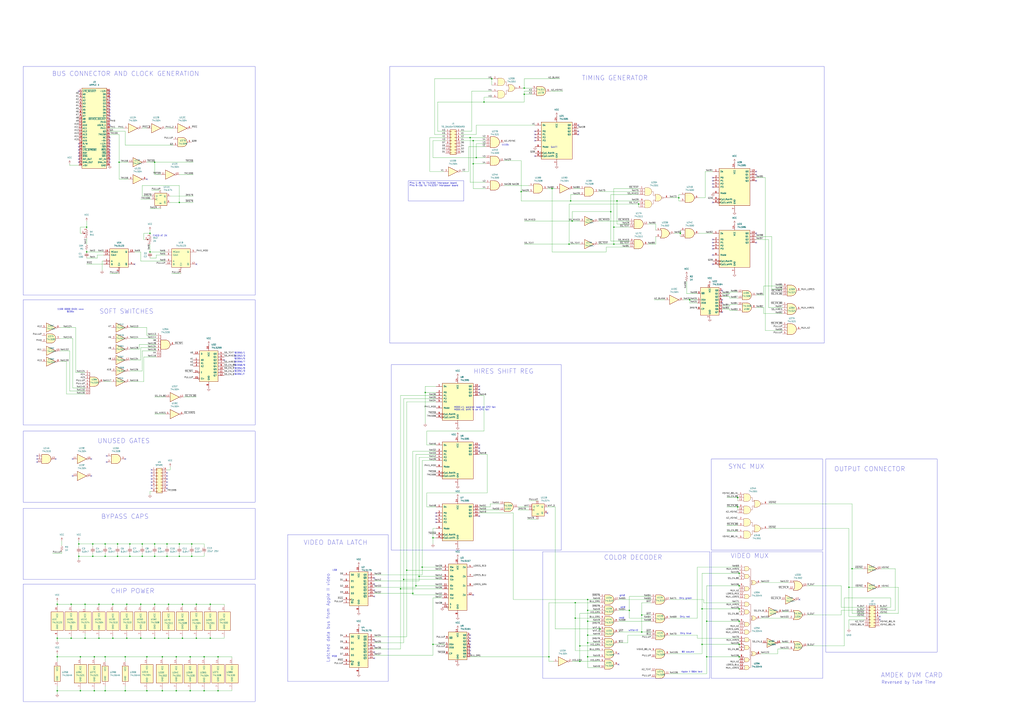
<source format=kicad_sch>
(kicad_sch (version 20250114) (generator "eeschema") (generator_version "9.0")
  (paper "A1")
  (lib_symbols
    (symbol "74xx:74HC164"
      (property "Reference" "U" (at 1.905 -13.97 0))
      (property "Value" "74HC164" (at 1.905 -16.51 0))
      (symbol "74HC164_1_1"
        (pin input line (at -10.16 5.08 0) (length 2.54) (name "~{MR}") (number "9"))
        (pin input line (at -10.16 0 0) (length 2.54) (name "DSA") (number "1"))
        (pin input line (at -10.16 -2.54 0) (length 2.54) (name "DSB") (number "2"))
        (pin input line (at -10.16 -7.62 0) (length 2.54) (name "CP") (number "8"))
        (pin power_in line (at 0 12.7 270) (length 2.54) (name "VCC") (number "14"))
        (pin power_in line (at 0 -15.24 90) (length 2.54) (name "GND") (number "7"))
        (pin output line (at 10.16 7.62 180) (length 2.54) (name "Q0") (number "3"))
        (pin output line (at 10.16 5.08 180) (length 2.54) (name "Q1") (number "4"))
        (pin output line (at 10.16 2.54 180) (length 2.54) (name "Q2") (number "5"))
        (pin output line (at 10.16 0 180) (length 2.54) (name "Q3") (number "6"))
        (pin output line (at 10.16 -2.54 180) (length 2.54) (name "Q4") (number "10"))
        (pin output line (at 10.16 -5.08 180) (length 2.54) (name "Q5") (number "11"))
        (pin output line (at 10.16 -7.62 180) (length 2.54) (name "Q6") (number "12"))
        (pin output line (at 10.16 -10.16 180) (length 2.54) (name "Q7") (number "13"))
      )
    )
    (symbol "74xx:74LS00" (pin_names (offset 1.016))
      (property "Reference" "U" (at 0 1.27 0))
      (property "Value" "74LS00" (at 0 -1.27 0))
      (symbol "74LS00_1_1"
        (pin input line (at -7.62 2.54 0) (length 3.81) (name "~") (number "1"))
        (pin input line (at -7.62 -2.54 0) (length 3.81) (name "~") (number "2"))
        (pin output inverted (at 7.62 0 180) (length 3.81) (name "~") (number "3"))
      )
      (symbol "74LS00_1_2"
        (pin input inverted (at -7.62 2.54 0) (length 4.318) (name "~") (number "1"))
        (pin input inverted (at -7.62 -2.54 0) (length 4.318) (name "~") (number "2"))
        (pin output line (at 7.62 0 180) (length 3.81) (name "~") (number "3"))
      )
      (symbol "74LS00_2_1"
        (pin input line (at -7.62 2.54 0) (length 3.81) (name "~") (number "4"))
        (pin input line (at -7.62 -2.54 0) (length 3.81) (name "~") (number "5"))
        (pin output inverted (at 7.62 0 180) (length 3.81) (name "~") (number "6"))
      )
      (symbol "74LS00_2_2"
        (pin input inverted (at -7.62 2.54 0) (length 4.318) (name "~") (number "4"))
        (pin input inverted (at -7.62 -2.54 0) (length 4.318) (name "~") (number "5"))
        (pin output line (at 7.62 0 180) (length 3.81) (name "~") (number "6"))
      )
      (symbol "74LS00_3_1"
        (pin input line (at -7.62 2.54 0) (length 3.81) (name "~") (number "9"))
        (pin input line (at -7.62 -2.54 0) (length 3.81) (name "~") (number "10"))
        (pin output inverted (at 7.62 0 180) (length 3.81) (name "~") (number "8"))
      )
      (symbol "74LS00_3_2"
        (pin input inverted (at -7.62 2.54 0) (length 4.318) (name "~") (number "9"))
        (pin input inverted (at -7.62 -2.54 0) (length 4.318) (name "~") (number "10"))
        (pin output line (at 7.62 0 180) (length 3.81) (name "~") (number "8"))
      )
      (symbol "74LS00_4_1"
        (pin input line (at -7.62 2.54 0) (length 3.81) (name "~") (number "12"))
        (pin input line (at -7.62 -2.54 0) (length 3.81) (name "~") (number "13"))
        (pin output inverted (at 7.62 0 180) (length 3.81) (name "~") (number "11"))
      )
      (symbol "74LS00_4_2"
        (pin input inverted (at -7.62 2.54 0) (length 4.318) (name "~") (number "12"))
        (pin input inverted (at -7.62 -2.54 0) (length 4.318) (name "~") (number "13"))
        (pin output line (at 7.62 0 180) (length 3.81) (name "~") (number "11"))
      )
      (symbol "74LS00_5_0"
        (pin power_in line (at 0 12.7 270) (length 5.08) (name "VCC") (number "14"))
        (pin power_in line (at 0 -12.7 90) (length 5.08) (name "GND") (number "7"))
      )
    )
    (symbol "74xx:74LS02" (pin_names (offset 1.016))
      (property "Reference" "U" (at 0 1.27 0))
      (property "Value" "74LS02" (at 0 -1.27 0))
      (symbol "74LS02_1_1"
        (pin input line (at -7.62 2.54 0) (length 4.318) (name "~") (number "2"))
        (pin input line (at -7.62 -2.54 0) (length 4.318) (name "~") (number "3"))
        (pin output inverted (at 7.62 0 180) (length 3.81) (name "~") (number "1"))
      )
      (symbol "74LS02_1_2"
        (pin input inverted (at -7.62 2.54 0) (length 3.81) (name "~") (number "2"))
        (pin input inverted (at -7.62 -2.54 0) (length 3.81) (name "~") (number "3"))
        (pin output line (at 7.62 0 180) (length 3.81) (name "~") (number "1"))
      )
      (symbol "74LS02_2_1"
        (pin input line (at -7.62 2.54 0) (length 4.318) (name "~") (number "5"))
        (pin input line (at -7.62 -2.54 0) (length 4.318) (name "~") (number "6"))
        (pin output inverted (at 7.62 0 180) (length 3.81) (name "~") (number "4"))
      )
      (symbol "74LS02_2_2"
        (pin input inverted (at -7.62 2.54 0) (length 3.81) (name "~") (number "5"))
        (pin input inverted (at -7.62 -2.54 0) (length 3.81) (name "~") (number "6"))
        (pin output line (at 7.62 0 180) (length 3.81) (name "~") (number "4"))
      )
      (symbol "74LS02_3_1"
        (pin input line (at -7.62 2.54 0) (length 4.318) (name "~") (number "8"))
        (pin input line (at -7.62 -2.54 0) (length 4.318) (name "~") (number "9"))
        (pin output inverted (at 7.62 0 180) (length 3.81) (name "~") (number "10"))
      )
      (symbol "74LS02_3_2"
        (pin input inverted (at -7.62 2.54 0) (length 3.81) (name "~") (number "8"))
        (pin input inverted (at -7.62 -2.54 0) (length 3.81) (name "~") (number "9"))
        (pin output line (at 7.62 0 180) (length 3.81) (name "~") (number "10"))
      )
      (symbol "74LS02_4_1"
        (pin input line (at -7.62 2.54 0) (length 4.318) (name "~") (number "11"))
        (pin input line (at -7.62 -2.54 0) (length 4.318) (name "~") (number "12"))
        (pin output inverted (at 7.62 0 180) (length 3.81) (name "~") (number "13"))
      )
      (symbol "74LS02_4_2"
        (pin input inverted (at -7.62 2.54 0) (length 3.81) (name "~") (number "11"))
        (pin input inverted (at -7.62 -2.54 0) (length 3.81) (name "~") (number "12"))
        (pin output line (at 7.62 0 180) (length 3.81) (name "~") (number "13"))
      )
      (symbol "74LS02_5_0"
        (pin power_in line (at 0 12.7 270) (length 5.08) (name "VCC") (number "14"))
        (pin power_in line (at 0 -12.7 90) (length 5.08) (name "GND") (number "7"))
      )
    )
    (symbol "74xx:74LS04"
      (property "Reference" "U" (at 0 1.27 0))
      (property "Value" "74LS04" (at 0 -1.27 0))
      (symbol "74LS04_1_0"
        (pin input line (at -7.62 0 0) (length 3.81) (name "~") (number "1"))
        (pin output inverted (at 7.62 0 180) (length 3.81) (name "~") (number "2"))
      )
      (symbol "74LS04_2_0"
        (pin input line (at -7.62 0 0) (length 3.81) (name "~") (number "3"))
        (pin output inverted (at 7.62 0 180) (length 3.81) (name "~") (number "4"))
      )
      (symbol "74LS04_3_0"
        (pin input line (at -7.62 0 0) (length 3.81) (name "~") (number "5"))
        (pin output inverted (at 7.62 0 180) (length 3.81) (name "~") (number "6"))
      )
      (symbol "74LS04_4_0"
        (pin input line (at -7.62 0 0) (length 3.81) (name "~") (number "9"))
        (pin output inverted (at 7.62 0 180) (length 3.81) (name "~") (number "8"))
      )
      (symbol "74LS04_5_0"
        (pin input line (at -7.62 0 0) (length 3.81) (name "~") (number "11"))
        (pin output inverted (at 7.62 0 180) (length 3.81) (name "~") (number "10"))
      )
      (symbol "74LS04_6_0"
        (pin input line (at -7.62 0 0) (length 3.81) (name "~") (number "13"))
        (pin output inverted (at 7.62 0 180) (length 3.81) (name "~") (number "12"))
      )
      (symbol "74LS04_7_0"
        (pin power_in line (at 0 12.7 270) (length 5.08) (name "VCC") (number "14"))
        (pin power_in line (at 0 -12.7 90) (length 5.08) (name "GND") (number "7"))
      )
    )
    (symbol "74xx:74LS08" (pin_names (offset 1.016))
      (property "Reference" "U" (at 0 1.27 0))
      (property "Value" "74LS08" (at 0 -1.27 0))
      (symbol "74LS08_1_1"
        (pin input line (at -7.62 2.54 0) (length 3.81) (name "~") (number "1"))
        (pin input line (at -7.62 -2.54 0) (length 3.81) (name "~") (number "2"))
        (pin output line (at 7.62 0 180) (length 3.81) (name "~") (number "3"))
      )
      (symbol "74LS08_1_2"
        (pin input inverted (at -7.62 2.54 0) (length 4.318) (name "~") (number "1"))
        (pin input inverted (at -7.62 -2.54 0) (length 4.318) (name "~") (number "2"))
        (pin output inverted (at 7.62 0 180) (length 3.81) (name "~") (number "3"))
      )
      (symbol "74LS08_2_1"
        (pin input line (at -7.62 2.54 0) (length 3.81) (name "~") (number "4"))
        (pin input line (at -7.62 -2.54 0) (length 3.81) (name "~") (number "5"))
        (pin output line (at 7.62 0 180) (length 3.81) (name "~") (number "6"))
      )
      (symbol "74LS08_2_2"
        (pin input inverted (at -7.62 2.54 0) (length 4.318) (name "~") (number "4"))
        (pin input inverted (at -7.62 -2.54 0) (length 4.318) (name "~") (number "5"))
        (pin output inverted (at 7.62 0 180) (length 3.81) (name "~") (number "6"))
      )
      (symbol "74LS08_3_1"
        (pin input line (at -7.62 2.54 0) (length 3.81) (name "~") (number "9"))
        (pin input line (at -7.62 -2.54 0) (length 3.81) (name "~") (number "10"))
        (pin output line (at 7.62 0 180) (length 3.81) (name "~") (number "8"))
      )
      (symbol "74LS08_3_2"
        (pin input inverted (at -7.62 2.54 0) (length 4.318) (name "~") (number "9"))
        (pin input inverted (at -7.62 -2.54 0) (length 4.318) (name "~") (number "10"))
        (pin output inverted (at 7.62 0 180) (length 3.81) (name "~") (number "8"))
      )
      (symbol "74LS08_4_1"
        (pin input line (at -7.62 2.54 0) (length 3.81) (name "~") (number "12"))
        (pin input line (at -7.62 -2.54 0) (length 3.81) (name "~") (number "13"))
        (pin output line (at 7.62 0 180) (length 3.81) (name "~") (number "11"))
      )
      (symbol "74LS08_4_2"
        (pin input inverted (at -7.62 2.54 0) (length 4.318) (name "~") (number "12"))
        (pin input inverted (at -7.62 -2.54 0) (length 4.318) (name "~") (number "13"))
        (pin output inverted (at 7.62 0 180) (length 3.81) (name "~") (number "11"))
      )
      (symbol "74LS08_5_0"
        (pin power_in line (at 0 12.7 270) (length 5.08) (name "VCC") (number "14"))
        (pin power_in line (at 0 -12.7 90) (length 5.08) (name "GND") (number "7"))
      )
    )
    (symbol "74xx:74LS10" (pin_names (offset 1.016))
      (property "Reference" "U" (at 0 1.27 0))
      (property "Value" "74LS10" (at 0 -1.27 0))
      (symbol "74LS10_1_1"
        (pin input line (at -7.62 2.54 0) (length 3.81) (name "~") (number "1"))
        (pin input line (at -7.62 0 0) (length 3.81) (name "~") (number "2"))
        (pin input line (at -7.62 -2.54 0) (length 3.81) (name "~") (number "13"))
        (pin output inverted (at 7.62 0 180) (length 3.81) (name "~") (number "12"))
      )
      (symbol "74LS10_1_2"
        (pin input inverted (at -7.62 2.54 0) (length 4.318) (name "~") (number "1"))
        (pin input inverted (at -7.62 0 0) (length 4.953) (name "~") (number "2"))
        (pin input inverted (at -7.62 -2.54 0) (length 4.318) (name "~") (number "13"))
        (pin output line (at 7.62 0 180) (length 3.81) (name "~") (number "12"))
      )
      (symbol "74LS10_2_1"
        (pin input line (at -7.62 2.54 0) (length 3.81) (name "~") (number "3"))
        (pin input line (at -7.62 0 0) (length 3.81) (name "~") (number "4"))
        (pin input line (at -7.62 -2.54 0) (length 3.81) (name "~") (number "5"))
        (pin output inverted (at 7.62 0 180) (length 3.81) (name "~") (number "6"))
      )
      (symbol "74LS10_2_2"
        (pin input inverted (at -7.62 2.54 0) (length 4.318) (name "~") (number "3"))
        (pin input inverted (at -7.62 0 0) (length 4.953) (name "~") (number "4"))
        (pin input inverted (at -7.62 -2.54 0) (length 4.318) (name "~") (number "5"))
        (pin output line (at 7.62 0 180) (length 3.81) (name "~") (number "6"))
      )
      (symbol "74LS10_3_1"
        (pin input line (at -7.62 2.54 0) (length 3.81) (name "~") (number "9"))
        (pin input line (at -7.62 0 0) (length 3.81) (name "~") (number "10"))
        (pin input line (at -7.62 -2.54 0) (length 3.81) (name "~") (number "11"))
        (pin output inverted (at 7.62 0 180) (length 3.81) (name "~") (number "8"))
      )
      (symbol "74LS10_3_2"
        (pin input inverted (at -7.62 2.54 0) (length 4.318) (name "~") (number "9"))
        (pin input inverted (at -7.62 0 0) (length 4.953) (name "~") (number "10"))
        (pin input inverted (at -7.62 -2.54 0) (length 4.318) (name "~") (number "11"))
        (pin output line (at 7.62 0 180) (length 3.81) (name "~") (number "8"))
      )
      (symbol "74LS10_4_0"
        (pin power_in line (at 0 12.7 270) (length 5.08) (name "VCC") (number "14"))
        (pin power_in line (at 0 -12.7 90) (length 5.08) (name "GND") (number "7"))
      )
    )
    (symbol "74xx:74LS11" (pin_names (offset 1.016))
      (property "Reference" "U" (at 0 1.27 0))
      (property "Value" "74LS11" (at 0 -1.27 0))
      (symbol "74LS11_1_1"
        (pin input line (at -7.62 2.54 0) (length 3.81) (name "~") (number "1"))
        (pin input line (at -7.62 0 0) (length 3.81) (name "~") (number "2"))
        (pin input line (at -7.62 -2.54 0) (length 3.81) (name "~") (number "13"))
        (pin output line (at 7.62 0 180) (length 3.81) (name "~") (number "12"))
      )
      (symbol "74LS11_1_2"
        (pin input inverted (at -7.62 2.54 0) (length 4.318) (name "~") (number "1"))
        (pin input inverted (at -7.62 0 0) (length 4.953) (name "~") (number "2"))
        (pin input inverted (at -7.62 -2.54 0) (length 4.318) (name "~") (number "13"))
        (pin output inverted (at 7.62 0 180) (length 3.81) (name "~") (number "12"))
      )
      (symbol "74LS11_2_1"
        (pin input line (at -7.62 2.54 0) (length 3.81) (name "~") (number "3"))
        (pin input line (at -7.62 0 0) (length 3.81) (name "~") (number "4"))
        (pin input line (at -7.62 -2.54 0) (length 3.81) (name "~") (number "5"))
        (pin output line (at 7.62 0 180) (length 3.81) (name "~") (number "6"))
      )
      (symbol "74LS11_2_2"
        (pin input inverted (at -7.62 2.54 0) (length 4.318) (name "~") (number "3"))
        (pin input inverted (at -7.62 0 0) (length 4.953) (name "~") (number "4"))
        (pin input inverted (at -7.62 -2.54 0) (length 4.318) (name "~") (number "5"))
        (pin output inverted (at 7.62 0 180) (length 3.81) (name "~") (number "6"))
      )
      (symbol "74LS11_3_1"
        (pin input line (at -7.62 2.54 0) (length 3.81) (name "~") (number "9"))
        (pin input line (at -7.62 0 0) (length 3.81) (name "~") (number "10"))
        (pin input line (at -7.62 -2.54 0) (length 3.81) (name "~") (number "11"))
        (pin output line (at 7.62 0 180) (length 3.81) (name "~") (number "8"))
      )
      (symbol "74LS11_3_2"
        (pin input inverted (at -7.62 2.54 0) (length 4.318) (name "~") (number "9"))
        (pin input inverted (at -7.62 0 0) (length 4.953) (name "~") (number "10"))
        (pin input inverted (at -7.62 -2.54 0) (length 4.318) (name "~") (number "11"))
        (pin output inverted (at 7.62 0 180) (length 3.81) (name "~") (number "8"))
      )
      (symbol "74LS11_4_0"
        (pin power_in line (at 0 12.7 270) (length 5.08) (name "VCC") (number "14"))
        (pin power_in line (at 0 -12.7 90) (length 5.08) (name "GND") (number "7"))
      )
    )
    (symbol "74xx:74LS123" (pin_names (offset 1.016))
      (property "Reference" "U" (at -7.62 8.89 0))
      (property "Value" "74LS123" (at -7.62 -8.89 0))
      (symbol "74LS123_1_0"
        (pin input line (at -12.7 5.08 0) (length 5.08) (name "RCext") (number "15"))
        (pin input line (at -12.7 2.54 0) (length 5.08) (name "Cext") (number "14"))
        (pin input inverted (at -12.7 -2.54 0) (length 5.08) (name "A") (number "1"))
        (pin input line (at -12.7 -5.08 0) (length 5.08) (name "B") (number "2"))
        (pin input inverted (at 0 -12.7 90) (length 5.08) (name "Clr") (number "3"))
        (pin output line (at 12.7 5.08 180) (length 5.08) (name "Q") (number "13"))
        (pin output line (at 12.7 -5.08 180) (length 5.08) (name "~{Q}") (number "4"))
      )
      (symbol "74LS123_2_0"
        (pin input line (at -12.7 5.08 0) (length 5.08) (name "RCext") (number "7"))
        (pin input line (at -12.7 2.54 0) (length 5.08) (name "Cext") (number "6"))
        (pin input inverted (at -12.7 -2.54 0) (length 5.08) (name "A") (number "9"))
        (pin input line (at -12.7 -5.08 0) (length 5.08) (name "B") (number "10"))
        (pin input inverted (at 0 -12.7 90) (length 5.08) (name "Clr") (number "11"))
        (pin output line (at 12.7 5.08 180) (length 5.08) (name "Q") (number "5"))
        (pin output line (at 12.7 -5.08 180) (length 5.08) (name "~{Q}") (number "12"))
      )
      (symbol "74LS123_3_0"
        (pin power_in line (at 0 12.7 270) (length 5.08) (name "VCC") (number "16"))
        (pin power_in line (at 0 -12.7 90) (length 5.08) (name "GND") (number "8"))
      )
    )
    (symbol "74xx:74LS157" (pin_names (offset 1.016))
      (property "Reference" "U" (at -7.62 19.05 0))
      (property "Value" "74LS157" (at -7.62 -21.59 0))
      (symbol "74LS157_1_0"
        (pin input line (at -12.7 15.24 0) (length 5.08) (name "I0a") (number "2"))
        (pin input line (at -12.7 12.7 0) (length 5.08) (name "I1a") (number "3"))
        (pin input line (at -12.7 7.62 0) (length 5.08) (name "I0b") (number "5"))
        (pin input line (at -12.7 5.08 0) (length 5.08) (name "I1b") (number "6"))
        (pin input line (at -12.7 0 0) (length 5.08) (name "I0c") (number "11"))
        (pin input line (at -12.7 -2.54 0) (length 5.08) (name "I1c") (number "10"))
        (pin input line (at -12.7 -7.62 0) (length 5.08) (name "I0d") (number "14"))
        (pin input line (at -12.7 -10.16 0) (length 5.08) (name "I1d") (number "13"))
        (pin input line (at -12.7 -15.24 0) (length 5.08) (name "S") (number "1"))
        (pin input inverted (at -12.7 -17.78 0) (length 5.08) (name "E") (number "15"))
        (pin power_in line (at 0 22.86 270) (length 5.08) (name "VCC") (number "16"))
        (pin power_in line (at 0 -25.4 90) (length 5.08) (name "GND") (number "8"))
        (pin output line (at 12.7 15.24 180) (length 5.08) (name "Za") (number "4"))
        (pin output line (at 12.7 7.62 180) (length 5.08) (name "Zb") (number "7"))
        (pin output line (at 12.7 0 180) (length 5.08) (name "Zc") (number "9"))
        (pin output line (at 12.7 -7.62 180) (length 5.08) (name "Zd") (number "12"))
      )
    )
    (symbol "74xx:74LS175" (pin_names (offset 1.016))
      (property "Reference" "U" (at -7.62 13.97 0))
      (property "Value" "74LS175" (at -7.62 -16.51 0))
      (symbol "74LS175_1_0"
        (pin input line (at -12.7 10.16 0) (length 5.08) (name "D0") (number "4"))
        (pin input line (at -12.7 5.08 0) (length 5.08) (name "D1") (number "5"))
        (pin input line (at -12.7 0 0) (length 5.08) (name "D2") (number "12"))
        (pin input line (at -12.7 -5.08 0) (length 5.08) (name "D3") (number "13"))
        (pin input clock (at -12.7 -10.16 0) (length 5.08) (name "Cp") (number "9"))
        (pin input line (at -12.7 -12.7 0) (length 5.08) (name "~{Mr}") (number "1"))
        (pin power_in line (at 0 17.78 270) (length 5.08) (name "VCC") (number "16"))
        (pin power_in line (at 0 -20.32 90) (length 5.08) (name "GND") (number "8"))
        (pin output line (at 12.7 10.16 180) (length 5.08) (name "Q0") (number "2"))
        (pin output line (at 12.7 7.62 180) (length 5.08) (name "~{Q0}") (number "3"))
        (pin output line (at 12.7 5.08 180) (length 5.08) (name "Q1") (number "7"))
        (pin output line (at 12.7 2.54 180) (length 5.08) (name "~{Q1}") (number "6"))
        (pin output line (at 12.7 0 180) (length 5.08) (name "Q2") (number "10"))
        (pin output line (at 12.7 -2.54 180) (length 5.08) (name "~{Q2}") (number "11"))
        (pin output line (at 12.7 -5.08 180) (length 5.08) (name "Q3") (number "15"))
        (pin output line (at 12.7 -7.62 180) (length 5.08) (name "~{Q3}") (number "14"))
      )
    )
    (symbol "74xx:74LS21" (pin_names (offset 1.016))
      (property "Reference" "U" (at 0 1.27 0))
      (property "Value" "74LS21" (at 0 -1.27 0))
      (symbol "74LS21_1_1"
        (pin input line (at -7.62 3.81 0) (length 3.81) (name "~") (number "1"))
        (pin input line (at -7.62 1.27 0) (length 3.81) (name "~") (number "2"))
        (pin input line (at -7.62 -1.27 0) (length 3.81) (name "~") (number "4"))
        (pin input line (at -7.62 -3.81 0) (length 3.81) (name "~") (number "5"))
        (pin output line (at 7.62 0 180) (length 3.81) (name "~") (number "6"))
      )
      (symbol "74LS21_1_2"
        (pin input inverted (at -7.62 3.81 0) (length 3.81) (name "~") (number "1"))
        (pin input inverted (at -7.62 1.27 0) (length 4.826) (name "~") (number "2"))
        (pin input inverted (at -7.62 -1.27 0) (length 4.826) (name "~") (number "4"))
        (pin input inverted (at -7.62 -3.81 0) (length 3.81) (name "~") (number "5"))
        (pin output inverted (at 7.62 0 180) (length 3.81) (name "~") (number "6"))
      )
      (symbol "74LS21_2_1"
        (pin input line (at -7.62 3.81 0) (length 3.81) (name "~") (number "9"))
        (pin input line (at -7.62 1.27 0) (length 3.81) (name "~") (number "10"))
        (pin input line (at -7.62 -1.27 0) (length 3.81) (name "~") (number "12"))
        (pin input line (at -7.62 -3.81 0) (length 3.81) (name "~") (number "13"))
        (pin output line (at 7.62 0 180) (length 3.81) (name "~") (number "8"))
      )
      (symbol "74LS21_2_2"
        (pin input inverted (at -7.62 3.81 0) (length 3.81) (name "~") (number "9"))
        (pin input inverted (at -7.62 1.27 0) (length 4.826) (name "~") (number "10"))
        (pin input inverted (at -7.62 -1.27 0) (length 4.826) (name "~") (number "12"))
        (pin input inverted (at -7.62 -3.81 0) (length 3.81) (name "~") (number "13"))
        (pin output inverted (at 7.62 0 180) (length 3.81) (name "~") (number "8"))
      )
      (symbol "74LS21_3_0"
        (pin power_in line (at 0 12.7 270) (length 5.08) (name "VCC") (number "14"))
        (pin power_in line (at 0 -12.7 90) (length 5.08) (name "GND") (number "7"))
      )
    )
    (symbol "74xx:74LS259" (pin_names (offset 1.016))
      (property "Reference" "U" (at -7.62 13.97 0))
      (property "Value" "74LS259" (at -7.62 -13.97 0))
      (symbol "74LS259_1_0"
        (pin input line (at -12.7 10.16 0) (length 5.08) (name "D") (number "13"))
        (pin input line (at -12.7 5.08 0) (length 5.08) (name "A0") (number "1"))
        (pin input line (at -12.7 2.54 0) (length 5.08) (name "A1") (number "2"))
        (pin input line (at -12.7 0 0) (length 5.08) (name "A2") (number "3"))
        (pin input inverted (at -12.7 -5.08 0) (length 5.08) (name "E") (number "14"))
        (pin input inverted (at -12.7 -10.16 0) (length 5.08) (name "Clr") (number "15"))
        (pin power_in line (at 0 17.78 270) (length 5.08) (name "VCC") (number "16"))
        (pin power_in line (at 0 -17.78 90) (length 5.08) (name "GND") (number "8"))
        (pin output line (at 12.7 10.16 180) (length 5.08) (name "Q0") (number "4"))
        (pin output line (at 12.7 7.62 180) (length 5.08) (name "Q1") (number "5"))
        (pin output line (at 12.7 5.08 180) (length 5.08) (name "Q2") (number "6"))
        (pin output line (at 12.7 2.54 180) (length 5.08) (name "Q3") (number "7"))
        (pin output line (at 12.7 0 180) (length 5.08) (name "Q4") (number "9"))
        (pin output line (at 12.7 -2.54 180) (length 5.08) (name "Q5") (number "10"))
        (pin output line (at 12.7 -5.08 180) (length 5.08) (name "Q6") (number "11"))
        (pin output line (at 12.7 -7.62 180) (length 5.08) (name "Q7") (number "12"))
      )
    )
    (symbol "74xx:74LS30" (pin_names (offset 1.016))
      (property "Reference" "U" (at 0 1.27 0))
      (property "Value" "74LS30" (at 0 -1.27 0))
      (symbol "74LS30_1_1"
        (pin input line (at -7.62 7.62 0) (length 3.81) (name "~") (number "1"))
        (pin input line (at -7.62 5.08 0) (length 3.81) (name "~") (number "2"))
        (pin input line (at -7.62 2.54 0) (length 3.81) (name "~") (number "3"))
        (pin input line (at -7.62 0 0) (length 3.81) (name "~") (number "4"))
        (pin input line (at -7.62 -2.54 0) (length 3.81) (name "~") (number "5"))
        (pin input line (at -7.62 -5.08 0) (length 3.81) (name "~") (number "6"))
        (pin input line (at -7.62 -7.62 0) (length 3.81) (name "~") (number "11"))
        (pin input line (at -7.62 -10.16 0) (length 3.81) (name "~") (number "12"))
        (pin output inverted (at 7.62 0 180) (length 3.81) (name "~") (number "8"))
      )
      (symbol "74LS30_1_2"
        (pin input inverted (at -7.62 7.62 0) (length 3.81) (name "~") (number "1"))
        (pin input inverted (at -7.62 5.08 0) (length 3.81) (name "~") (number "2"))
        (pin input inverted (at -7.62 2.54 0) (length 4.5466) (name "~") (number "3"))
        (pin input inverted (at -7.62 0 0) (length 5.08) (name "~") (number "4"))
        (pin input inverted (at -7.62 -2.54 0) (length 4.5466) (name "~") (number "5"))
        (pin input inverted (at -7.62 -5.08 0) (length 3.81) (name "~") (number "6"))
        (pin input inverted (at -7.62 -7.62 0) (length 3.81) (name "~") (number "11"))
        (pin input inverted (at -7.62 -10.16 0) (length 3.81) (name "~") (number "12"))
        (pin output line (at 7.62 0 180) (length 3.81) (name "~") (number "8"))
      )
      (symbol "74LS30_2_0"
        (pin power_in line (at 0 12.7 270) (length 5.08) (name "VCC") (number "14"))
        (pin power_in line (at 0 -12.7 90) (length 5.08) (name "GND") (number "7"))
      )
    )
    (symbol "74xx:74LS51" (pin_names (offset 1.016))
      (property "Reference" "U" (at -7.62 10.16 0))
      (property "Value" "74LS51" (at -7.62 -10.16 0))
      (symbol "74LS51_1_0"
        (pin input line (at -12.7 7.62 0) (length 5.08) (name "~") (number "1"))
        (pin input line (at -12.7 5.08 0) (length 5.08) (name "~") (number "12"))
        (pin input line (at -12.7 2.54 0) (length 5.08) (name "~") (number "13"))
        (pin input line (at -12.7 -2.54 0) (length 5.08) (name "~") (number "9"))
        (pin input line (at -12.7 -5.08 0) (length 5.08) (name "~") (number "10"))
        (pin input line (at -12.7 -7.62 0) (length 5.08) (name "~") (number "11"))
        (pin output line (at 12.7 0 180) (length 5.08) (name "~") (number "8"))
      )
      (symbol "74LS51_2_0"
        (pin input line (at -12.7 7.62 0) (length 5.08) (name "~") (number "2"))
        (pin input line (at -12.7 2.54 0) (length 5.08) (name "~") (number "3"))
        (pin input line (at -12.7 -2.54 0) (length 5.08) (name "~") (number "4"))
        (pin input line (at -12.7 -7.62 0) (length 5.08) (name "~") (number "5"))
        (pin output line (at 12.7 0 180) (length 5.08) (name "~") (number "6"))
      )
      (symbol "74LS51_3_0"
        (pin power_in line (at 0 12.7 270) (length 5.08) (name "VCC") (number "14"))
        (pin power_in line (at 0 -12.7 90) (length 5.08) (name "GND") (number "7"))
      )
    )
    (symbol "74xx:74LS54N"
      (property "Reference" "U" (at 0 15.24 0))
      (property "Value" "74LS54N" (at -0.254 -15.24 0))
      (symbol "74LS54N_1_0"
        (pin input line (at -7.62 12.7 0) (length 3.81) (name "~") (number "1"))
        (pin input line (at -7.62 10.16 0) (length 3.81) (name "~") (number "2"))
        (pin input line (at -7.62 7.62 0) (length 3.81) (name "~") (number "3"))
        (pin input line (at -7.62 5.08 0) (length 3.81) (name "~") (number "4"))
        (pin input line (at -7.62 2.54 0) (length 3.81) (name "~") (number "5"))
        (pin input line (at -7.62 -2.54 0) (length 3.81) (name "~") (number "9"))
        (pin input line (at -7.62 -5.08 0) (length 3.81) (name "~") (number "10"))
        (pin input line (at -7.62 -7.62 0) (length 3.81) (name "~") (number "11"))
        (pin input line (at -7.62 -10.16 0) (length 3.81) (name "~") (number "12"))
        (pin input line (at -7.62 -12.7 0) (length 3.81) (name "~") (number "13"))
        (pin output inverted (at 10.16 0 180) (length 3.81) (name "~") (number "6"))
      )
      (symbol "74LS54N_2_0"
        (pin power_in line (at 0 10.16 270) (length 3.81) (name "VCC") (number "14"))
        (pin power_in line (at 0 -10.16 90) (length 3.81) (name "GND") (number "7"))
      )
    )
    (symbol "74xx:74LS74" (pin_names (offset 1.016))
      (property "Reference" "U" (at -7.62 8.89 0))
      (property "Value" "74LS74" (at -7.62 -8.89 0))
      (symbol "74LS74_1_0"
        (pin input line (at -7.62 2.54 0) (length 2.54) (name "D") (number "2"))
        (pin input clock (at -7.62 0 0) (length 2.54) (name "C") (number "3"))
        (pin input line (at 0 7.62 270) (length 2.54) (name "~{S}") (number "4"))
        (pin input line (at 0 -7.62 90) (length 2.54) (name "~{R}") (number "1"))
        (pin output line (at 7.62 2.54 180) (length 2.54) (name "Q") (number "5"))
        (pin output line (at 7.62 -2.54 180) (length 2.54) (name "~{Q}") (number "6"))
      )
      (symbol "74LS74_2_0"
        (pin input line (at -7.62 2.54 0) (length 2.54) (name "D") (number "12"))
        (pin input clock (at -7.62 0 0) (length 2.54) (name "C") (number "11"))
        (pin input line (at 0 7.62 270) (length 2.54) (name "~{S}") (number "10"))
        (pin input line (at 0 -7.62 90) (length 2.54) (name "~{R}") (number "13"))
        (pin output line (at 7.62 2.54 180) (length 2.54) (name "Q") (number "9"))
        (pin output line (at 7.62 -2.54 180) (length 2.54) (name "~{Q}") (number "8"))
      )
      (symbol "74LS74_3_0"
        (pin power_in line (at 0 10.16 270) (length 2.54) (name "VCC") (number "14"))
        (pin power_in line (at 0 -10.16 90) (length 2.54) (name "GND") (number "7"))
      )
    )
    (symbol "74xx:74LS95" (pin_names (offset 1.016))
      (property "Reference" "U" (at -7.62 16.51 0))
      (property "Value" "74LS95" (at -7.62 -16.51 0))
      (symbol "74LS95_1_0"
        (pin input line (at -17.78 12.7 0) (length 5.08) (name "Ds") (number "1"))
        (pin input line (at -17.78 7.62 0) (length 5.08) (name "P0") (number "2"))
        (pin input line (at -17.78 5.08 0) (length 5.08) (name "P1") (number "3"))
        (pin input line (at -17.78 2.54 0) (length 5.08) (name "P2") (number "4"))
        (pin input line (at -17.78 0 0) (length 5.08) (name "P3") (number "5"))
        (pin input line (at -17.78 -5.08 0) (length 5.08) (name "Mode") (number "6"))
        (pin input inverted_clock (at -17.78 -10.16 0) (length 5.08) (name "Cp1.Rshift") (number "9"))
        (pin input inverted_clock (at -17.78 -12.7 0) (length 5.08) (name "Cp2.Lshift") (number "8"))
        (pin power_in line (at 0 20.32 270) (length 5.08) (name "VCC") (number "14"))
        (pin power_in line (at 0 -20.32 90) (length 5.08) (name "GND") (number "7"))
        (pin output line (at 17.78 12.7 180) (length 5.08) (name "Q0") (number "13"))
        (pin output line (at 17.78 10.16 180) (length 5.08) (name "Q1") (number "12"))
        (pin output line (at 17.78 7.62 180) (length 5.08) (name "Q2") (number "11"))
        (pin output line (at 17.78 5.08 180) (length 5.08) (name "Q3") (number "10"))
      )
    )
    (symbol "AmdekDVM:AppleIIBus"
      (property "Reference" "J" (at 1.27 4.318 0))
      (property "Value" "APPLE II" (at 4.572 1.778 0))
      (symbol "AppleIIBus_1_1"
        (pin passive line (at -2.54 -2.54 0) (length 2.54) (name "~{I/O_SELECT}") (number "1"))
        (pin bidirectional line (at -2.54 -5.08 0) (length 2.54) (name "A0") (number "2"))
        (pin bidirectional line (at -2.54 -7.62 0) (length 2.54) (name "A1") (number "3"))
        (pin bidirectional line (at -2.54 -10.16 0) (length 2.54) (name "A2") (number "4"))
        (pin bidirectional line (at -2.54 -12.7 0) (length 2.54) (name "A3") (number "5"))
        (pin bidirectional line (at -2.54 -15.24 0) (length 2.54) (name "A4") (number "6"))
        (pin bidirectional line (at -2.54 -17.78 0) (length 2.54) (name "A5") (number "7"))
        (pin bidirectional line (at -2.54 -20.32 0) (length 2.54) (name "A6") (number "8"))
        (pin bidirectional line (at -2.54 -22.86 0) (length 2.54) (name "A7") (number "9"))
        (pin bidirectional line (at -2.54 -25.4 0) (length 2.54) (name "A8") (number "10"))
        (pin bidirectional line (at -2.54 -27.94 0) (length 2.54) (name "A9") (number "11"))
        (pin bidirectional line (at -2.54 -30.48 0) (length 2.54) (name "A10") (number "12"))
        (pin bidirectional line (at -2.54 -33.02 0) (length 2.54) (name "A11") (number "13"))
        (pin bidirectional line (at -2.54 -35.56 0) (length 2.54) (name "A12") (number "14"))
        (pin bidirectional line (at -2.54 -38.1 0) (length 2.54) (name "A13") (number "15"))
        (pin bidirectional line (at -2.54 -40.64 0) (length 2.54) (name "A14") (number "16"))
        (pin bidirectional line (at -2.54 -43.18 0) (length 2.54) (name "A15") (number "17"))
        (pin output line (at -2.54 -45.72 0) (length 2.54) (name "R/W") (number "18"))
        (pin passive line (at -2.54 -48.26 0) (length 2.54) (name "NC") (number "19"))
        (pin passive line (at -2.54 -50.8 0) (length 2.54) (name "~{I/O_STROBE}") (number "20"))
        (pin passive line (at -2.54 -53.34 0) (length 2.54) (name "RDY") (number "21"))
        (pin passive line (at -2.54 -55.88 0) (length 2.54) (name "~{DMA}") (number "22"))
        (pin passive line (at -2.54 -58.42 0) (length 2.54) (name "INT_OUT") (number "23"))
        (pin passive line (at -2.54 -60.96 0) (length 2.54) (name "DMA_OUT") (number "24"))
        (pin power_out line (at -2.54 -63.5 0) (length 2.54) (name "+5V") (number "25"))
        (pin power_out line (at 22.86 -2.54 180) (length 2.54) (name "-12V") (number "50"))
        (pin bidirectional line (at 22.86 -5.08 180) (length 2.54) (name "D0") (number "49"))
        (pin bidirectional line (at 22.86 -7.62 180) (length 2.54) (name "D1") (number "48"))
        (pin bidirectional line (at 22.86 -10.16 180) (length 2.54) (name "D2") (number "47"))
        (pin bidirectional line (at 22.86 -12.7 180) (length 2.54) (name "D3") (number "46"))
        (pin bidirectional line (at 22.86 -15.24 180) (length 2.54) (name "D4") (number "45"))
        (pin bidirectional line (at 22.86 -17.78 180) (length 2.54) (name "D5") (number "44"))
        (pin bidirectional line (at 22.86 -20.32 180) (length 2.54) (name "D6") (number "43"))
        (pin bidirectional line (at 22.86 -22.86 180) (length 2.54) (name "D7") (number "42"))
        (pin passive line (at 22.86 -25.4 180) (length 2.54) (name "~{DEVICE_SELECT}") (number "41"))
        (pin output line (at 22.86 -27.94 180) (length 2.54) (name "PHI0") (number "40"))
        (pin passive line (at 22.86 -30.48 180) (length 2.54) (name "USER_1") (number "39"))
        (pin output line (at 22.86 -33.02 180) (length 2.54) (name "PHI1") (number "38"))
        (pin passive line (at 22.86 -35.56 180) (length 2.54) (name "Q3") (number "37"))
        (pin output line (at 22.86 -38.1 180) (length 2.54) (name "7M159") (number "36"))
        (pin passive line (at 22.86 -40.64 180) (length 2.54) (name "NC") (number "35"))
        (pin power_out line (at 22.86 -43.18 180) (length 2.54) (name "-5V") (number "34"))
        (pin power_out line (at 22.86 -45.72 180) (length 2.54) (name "-12V") (number "33"))
        (pin passive line (at 22.86 -48.26 180) (length 2.54) (name "~{INH}") (number "32"))
        (pin passive line (at 22.86 -50.8 180) (length 2.54) (name "~{RES}") (number "31"))
        (pin passive line (at 22.86 -53.34 180) (length 2.54) (name "~{IRQ}") (number "30"))
        (pin passive line (at 22.86 -55.88 180) (length 2.54) (name "~{NMI}") (number "29"))
        (pin passive line (at 22.86 -58.42 180) (length 2.54) (name "INT_IN") (number "28"))
        (pin passive line (at 22.86 -60.96 180) (length 2.54) (name "DMA_IN") (number "27"))
        (pin power_out line (at 22.86 -63.5 180) (length 2.54) (name "GND") (number "26"))
      )
    )
    (symbol "Connector_Generic:Conn_02x07_Odd_Even" (pin_names (offset 1.016) (hide yes))
      (property "Reference" "J" (at 1.27 10.16 0))
      (property "Value" "Conn_02x07_Odd_Even" (at 1.27 -10.16 0))
      (symbol "Conn_02x07_Odd_Even_1_1"
        (pin passive line (at -5.08 7.62 0) (length 3.81) (name "Pin_1") (number "1"))
        (pin passive line (at -5.08 5.08 0) (length 3.81) (name "Pin_3") (number "3"))
        (pin passive line (at -5.08 2.54 0) (length 3.81) (name "Pin_5") (number "5"))
        (pin passive line (at -5.08 0 0) (length 3.81) (name "Pin_7") (number "7"))
        (pin passive line (at -5.08 -2.54 0) (length 3.81) (name "Pin_9") (number "9"))
        (pin passive line (at -5.08 -5.08 0) (length 3.81) (name "Pin_11") (number "11"))
        (pin passive line (at -5.08 -7.62 0) (length 3.81) (name "Pin_13") (number "13"))
        (pin passive line (at 7.62 7.62 180) (length 3.81) (name "Pin_2") (number "2"))
        (pin passive line (at 7.62 5.08 180) (length 3.81) (name "Pin_4") (number "4"))
        (pin passive line (at 7.62 2.54 180) (length 3.81) (name "Pin_6") (number "6"))
        (pin passive line (at 7.62 0 180) (length 3.81) (name "Pin_8") (number "8"))
        (pin passive line (at 7.62 -2.54 180) (length 3.81) (name "Pin_10") (number "10"))
        (pin passive line (at 7.62 -5.08 180) (length 3.81) (name "Pin_12") (number "12"))
        (pin passive line (at 7.62 -7.62 180) (length 3.81) (name "Pin_14") (number "14"))
      )
    )
    (symbol "Connector_Generic:Conn_02x08_Counter_Clockwise" (pin_names (offset 1.016) (hide yes))
      (property "Reference" "J" (at 1.27 10.16 0))
      (property "Value" "Conn_02x08_Counter_Clockwise" (at 1.27 -12.7 0))
      (symbol "Conn_02x08_Counter_Clockwise_1_1"
        (pin passive line (at -5.08 7.62 0) (length 3.81) (name "Pin_1") (number "1"))
        (pin passive line (at -5.08 5.08 0) (length 3.81) (name "Pin_2") (number "2"))
        (pin passive line (at -5.08 2.54 0) (length 3.81) (name "Pin_3") (number "3"))
        (pin passive line (at -5.08 0 0) (length 3.81) (name "Pin_4") (number "4"))
        (pin passive line (at -5.08 -2.54 0) (length 3.81) (name "Pin_5") (number "5"))
        (pin passive line (at -5.08 -5.08 0) (length 3.81) (name "Pin_6") (number "6"))
        (pin passive line (at -5.08 -7.62 0) (length 3.81) (name "Pin_7") (number "7"))
        (pin passive line (at -5.08 -10.16 0) (length 3.81) (name "Pin_8") (number "8"))
        (pin passive line (at 7.62 7.62 180) (length 3.81) (name "Pin_16") (number "16"))
        (pin passive line (at 7.62 5.08 180) (length 3.81) (name "Pin_15") (number "15"))
        (pin passive line (at 7.62 2.54 180) (length 3.81) (name "Pin_14") (number "14"))
        (pin passive line (at 7.62 0 180) (length 3.81) (name "Pin_13") (number "13"))
        (pin passive line (at 7.62 -2.54 180) (length 3.81) (name "Pin_12") (number "12"))
        (pin passive line (at 7.62 -5.08 180) (length 3.81) (name "Pin_11") (number "11"))
        (pin passive line (at 7.62 -7.62 180) (length 3.81) (name "Pin_10") (number "10"))
        (pin passive line (at 7.62 -10.16 180) (length 3.81) (name "Pin_9") (number "9"))
      )
    )
    (symbol "Connector_Generic:Conn_02x08_Odd_Even" (pin_names (offset 1.016) (hide yes))
      (property "Reference" "J" (at 1.27 10.16 0))
      (property "Value" "Conn_02x08_Odd_Even" (at 1.27 -12.7 0))
      (symbol "Conn_02x08_Odd_Even_1_1"
        (pin passive line (at -5.08 7.62 0) (length 3.81) (name "Pin_1") (number "1"))
        (pin passive line (at -5.08 5.08 0) (length 3.81) (name "Pin_3") (number "3"))
        (pin passive line (at -5.08 2.54 0) (length 3.81) (name "Pin_5") (number "5"))
        (pin passive line (at -5.08 0 0) (length 3.81) (name "Pin_7") (number "7"))
        (pin passive line (at -5.08 -2.54 0) (length 3.81) (name "Pin_9") (number "9"))
        (pin passive line (at -5.08 -5.08 0) (length 3.81) (name "Pin_11") (number "11"))
        (pin passive line (at -5.08 -7.62 0) (length 3.81) (name "Pin_13") (number "13"))
        (pin passive line (at -5.08 -10.16 0) (length 3.81) (name "Pin_15") (number "15"))
        (pin passive line (at 7.62 7.62 180) (length 3.81) (name "Pin_2") (number "2"))
        (pin passive line (at 7.62 5.08 180) (length 3.81) (name "Pin_4") (number "4"))
        (pin passive line (at 7.62 2.54 180) (length 3.81) (name "Pin_6") (number "6"))
        (pin passive line (at 7.62 0 180) (length 3.81) (name "Pin_8") (number "8"))
        (pin passive line (at 7.62 -2.54 180) (length 3.81) (name "Pin_10") (number "10"))
        (pin passive line (at 7.62 -5.08 180) (length 3.81) (name "Pin_12") (number "12"))
        (pin passive line (at 7.62 -7.62 180) (length 3.81) (name "Pin_14") (number "14"))
        (pin passive line (at 7.62 -10.16 180) (length 3.81) (name "Pin_16") (number "16"))
      )
    )
    (symbol "Device:C_Polarized_Small_US" (pin_numbers (hide yes)) (pin_names (offset 0.254) (hide yes))
      (property "Reference" "C" (at 0.254 1.778 0))
      (property "Value" "C_Polarized_Small_US" (at 0.254 -2.032 0))
      (symbol "C_Polarized_Small_US_1_1"
        (pin passive line (at 0 2.54 270) (length 2.032) (name "~") (number "1"))
        (pin passive line (at 0 -2.54 90) (length 2.032) (name "~") (number "2"))
      )
    )
    (symbol "Device:C_Small" (pin_numbers (hide yes)) (pin_names (offset 0.254) (hide yes))
      (property "Reference" "C" (at 0.254 1.778 0))
      (property "Value" "C_Small" (at 0.254 -2.032 0))
      (symbol "C_Small_1_1"
        (pin passive line (at 0 2.54 270) (length 2.032) (name "~") (number "1"))
        (pin passive line (at 0 -2.54 90) (length 2.032) (name "~") (number "2"))
      )
    )
    (symbol "Device:R_Potentiometer_US" (pin_names (offset 1.016) (hide yes))
      (property "Reference" "RV" (at -4.445 0 90))
      (property "Value" "R_Potentiometer_US" (at -2.54 0 90))
      (symbol "R_Potentiometer_US_1_1"
        (pin passive line (at 0 3.81 270) (length 1.27) (name "1") (number "1"))
        (pin passive line (at 0 -3.81 90) (length 1.27) (name "3") (number "3"))
        (pin passive line (at 3.81 0 180) (length 1.27) (name "2") (number "2"))
      )
    )
    (symbol "Device:R_Small_US" (pin_numbers (hide yes)) (pin_names (offset 0.254) (hide yes))
      (property "Reference" "R" (at 0.762 0.508 0))
      (property "Value" "R_Small_US" (at 0.762 -1.016 0))
      (symbol "R_Small_US_1_1"
        (pin passive line (at 0 2.54 270) (length 1.016) (name "~") (number "1"))
        (pin passive line (at 0 -2.54 90) (length 1.016) (name "~") (number "2"))
      )
    )
    (symbol "power:GND" (power) (pin_numbers (hide yes)) (pin_names (offset 0) (hide yes))
      (property "Value" "GND" (at 0 -3.81 0))
      (symbol "GND_1_1"
        (pin power_in line (at 0 0 270) (length 0) (name "~") (number "1"))
      )
    )
    (symbol "power:VCC" (power) (pin_numbers (hide yes)) (pin_names (offset 0) (hide yes))
      (property "Value" "VCC" (at 0 3.556 0))
      (symbol "VCC_1_1"
        (pin power_in line (at 0 0 90) (length 0) (name "~") (number "1"))
      )
    )
  )
  (rectangle (start 584.2 377.19) (end 675.64 452.12))
  (rectangle (start 19.05 54.61) (end 209.55 242.57))
  (rectangle (start 320.04 54.61) (end 676.91 281.94))
  (rectangle (start 445.77 453.39) (end 582.93 557.53))
  (rectangle (start 236.22 439.42) (end 318.77 560.07))
  (rectangle (start 584.2 453.39) (end 675.64 557.53))
  (rectangle (start 19.05 246.38) (end 209.55 349.25))
  (rectangle (start 19.05 480.06) (end 209.55 576.58))
  (rectangle (start 19.05 354.33) (end 209.55 412.75))
  (rectangle (start 678.18 377.19) (end 769.62 535.94))
  (rectangle (start 321.31 299.72) (end 461.01 452.12))
  (rectangle (start 19.05 417.83) (end 209.55 476.25))
  (text "CHIP POWER" (at 108.966 485.902 0) (effects (font (size 3.81 3.81))))
  (text "UNUSED GATES" (at 101.6 362.458 0) (effects (font (size 3.81 3.81))))
  (text "$C050/1" (at 192.532 290.068 0) (effects (font (size 1.27 1.27)) (justify left)))
  (text "TIMING GENERATOR" (at 504.952 64.262 0) (effects (font (size 3.81 3.81))))
  (text "FIXED AT 2K" (at 125.476 193.802 0) (effects (font (size 1.27 1.27)) (justify left)))
  (text "SOFT SWITCHES" (at 103.886 256.032 0) (effects (font (size 3.81 3.81))))
  (text "Latched data bus from Apple II video" (at 269.494 544.322 90) (effects (font (size 2.54 2.54)) (justify left)))
  (text "OUTPUT CONNECTOR" (at 714.248 385.572 0) (effects (font (size 3.81 3.81))))
  (text "BUS CONNECTOR AND CLOCK GENERATION" (at 103.124 60.706 0) (effects (font (size 3.81 3.81))))
  (text "white=0" (at 516.128 518.16 0) (effects (font (size 1.27 1.27)) (justify left)))
  (text "AMDEK DVM CARD" (at 748.792 554.99 0) (effects (font (size 3.81 3.81))))
  (text "$C056/7" (at 192.532 297.434 0) (effects (font (size 1.27 1.27)) (justify left)))
  (text "$C058/9" (at 192.532 300.228 0) (effects (font (size 1.27 1.27)) (justify left)))
  (text "red#" (at 510.54 508 0) (effects (font (size 1.27 1.27))))
  (text "$C05C/D" (at 192.532 305.054 0) (effects (font (size 1.27 1.27)) (justify left)))
  (text "VIDEO MUX" (at 615.696 456.946 0) (effects (font (size 3.81 3.81))))
  (text "1100 0000 0101 xxxx\n$C05x" (at 57.912 255.27 0) (effects (font (size 1.27 1.27))))
  (text "HIRES SHIFT REG" (at 413.512 305.308 0) (effects (font (size 3.81 3.81))))
  (text "80 column" (at 559.816 535.94 0) (effects (font (size 1.27 1.27)) (justify left)))
  (text "COLOR DECODER" (at 519.938 458.216 0) (effects (font (size 3.81 3.81))))
  (text "SYNC MUX" (at 612.902 383.54 0) (effects (font (size 3.81 3.81))))
  (text "grn#" (at 511.048 489.458 0) (effects (font (size 1.27 1.27))))
  (text "Only blue" (at 558.546 520.7 0) (effects (font (size 1.27 1.27)) (justify left)))
  (text "1110x" (at 415.036 119.126 0) (effects (font (size 1.27 1.27))))
  (text "VIDEO DATA LATCH" (at 275.59 446.024 0) (effects (font (size 3.81 3.81))))
  (text "LSB" (at 273.05 468.63 0) (effects (font (size 1.27 1.27)) (justify left)))
  (text "Reversed by Tube Time" (at 723.9 560.832 0) (effects (font (size 2.54 2.54)) (justify left)))
  (text "MSB" (at 272.542 539.496 0) (effects (font (size 1.27 1.27)) (justify left)))
  (text "SHIFT" (at 452.374 121.158 0) (effects (font (size 1.27 1.27)) (justify left)))
  (text "$C052/3" (at 192.532 292.608 0) (effects (font (size 1.27 1.27)) (justify left)))
  (text "Apple II B&W text" (at 559.562 552.196 0) (effects (font (size 1.27 1.27)) (justify left)))
  (text "BYPASS CAPS" (at 102.616 424.688 0) (effects (font (size 3.81 3.81))))
  (text "yel#" (at 511.556 499.11 0) (effects (font (size 1.27 1.27))))
  (text "$C05E/F" (at 192.532 307.594 0) (effects (font (size 1.27 1.27)) (justify left)))
  (text "$C054/5" (at 192.532 294.894 0) (effects (font (size 1.27 1.27)) (justify left)))
  (text "MODE=1, parallel load on CP2 fall\nMODE=0, shift in on CP1 fall" (at 372.872 335.788 0) (effects (font (size 1.27 1.27)) (justify left)))
  (text "Only green" (at 557.784 491.744 0) (effects (font (size 1.27 1.27)) (justify left)))
  (text "$C05A/B" (at 192.532 302.768 0) (effects (font (size 1.27 1.27)) (justify left)))
  (text "Only red" (at 558.292 506.984 0) (effects (font (size 1.27 1.27)) (justify left)))
  (text_box "Pins 1-8: To 74LS161 interposer board\nPins 9-16: To 74LS257 interposer board" (at 335.28 148.59 0) (size 45.72 16.51) (margins 0.9525 0.9525 0.9525 0.9525) (effects (font (size 1.27 1.27)) (justify left top)))
  (junction (at 391.16 129.54))
  (junction (at 605.79 408.94))
  (junction (at 156.21 567.69))
  (junction (at 120.65 567.69))
  (junction (at 46.99 496.57))
  (junction (at 576.58 500.38))
  (junction (at 355.6 529.59))
  (junction (at 149.86 496.57))
  (junction (at 147.32 447.04))
  (junction (at 492.76 516.89))
  (junction (at 116.84 447.04))
  (junction (at 501.65 173.99))
  (junction (at 81.28 524.51))
  (junction (at 397.51 83.82))
  (junction (at 388.62 115.57))
  (junction (at 482.6 492.76))
  (junction (at 97.79 133.35))
  (junction (at 506.73 165.1))
  (junction (at 467.36 200.66))
  (junction (at 699.77 467.36))
  (junction (at 346.71 466.09))
  (junction (at 137.16 447.04))
  (junction (at 453.39 154.94))
  (junction (at 450.85 539.75))
  (junction (at 482.6 521.97))
  (junction (at 86.36 457.2))
  (junction (at 576.58 529.59))
  (junction (at 557.53 162.56))
  (junction (at 104.14 524.51))
  (junction (at 527.05 505.46))
  (junction (at 116.84 457.2))
  (junction (at 46.99 567.69))
  (junction (at 46.99 539.75))
  (junction (at 328.93 483.87))
  (junction (at 81.28 496.57))
  (junction (at 92.71 524.51))
  (junction (at 482.6 510.54))
  (junction (at 157.48 457.2))
  (junction (at 77.47 567.69))
  (junction (at 172.72 496.57))
  (junction (at 144.78 539.75))
  (junction (at 482.6 539.75))
  (junction (at 472.44 495.3))
  (junction (at 504.19 186.69))
  (junction (at 127 524.51))
  (junction (at 71.12 207.01))
  (junction (at 147.32 166.37))
  (junction (at 64.77 457.2))
  (junction (at 102.87 539.75))
  (junction (at 133.35 539.75))
  (junction (at 96.52 447.04))
  (junction (at 355.6 441.96))
  (junction (at 104.14 496.57))
  (junction (at 482.6 501.65))
  (junction (at 566.42 246.38))
  (junction (at 71.12 186.69))
  (junction (at 341.63 481.33))
  (junction (at 120.65 539.75))
  (junction (at 430.53 77.47))
  (junction (at 76.2 457.2))
  (junction (at 167.64 567.69))
  (junction (at 69.85 524.51))
  (junction (at 607.06 471.17))
  (junction (at 172.72 524.51))
  (junction (at 58.42 524.51))
  (junction (at 144.78 567.69))
  (junction (at 127 133.35))
  (junction (at 69.85 496.57))
  (junction (at 469.9 181.61))
  (junction (at 123.19 207.01))
  (junction (at 605.79 416.56))
  (junction (at 697.23 482.6))
  (junction (at 115.57 496.57))
  (junction (at 558.8 191.77))
  (junction (at 123.19 191.77))
  (junction (at 106.68 447.04))
  (junction (at 127 447.04))
  (junction (at 403.86 64.77))
  (junction (at 66.04 539.75))
  (junction (at 331.47 476.25))
  (junction (at 161.29 524.51))
  (junction (at 147.32 457.2))
  (junction (at 58.42 496.57))
  (junction (at 115.57 524.51))
  (junction (at 138.43 524.51))
  (junction (at 607.06 500.38))
  (junction (at 607.06 539.75))
  (junction (at 516.89 501.65))
  (junction (at 102.87 567.69))
  (junction (at 476.25 530.86))
  (junction (at 157.48 447.04))
  (junction (at 66.04 567.69))
  (junction (at 386.08 113.03))
  (junction (at 156.21 539.75))
  (junction (at 427.99 157.48))
  (junction (at 524.51 167.64))
  (junction (at 133.35 567.69))
  (junction (at 482.6 528.32))
  (junction (at 64.77 447.04))
  (junction (at 476.25 543.56))
  (junction (at 334.01 468.63))
  (junction (at 430.53 72.39))
  (junction (at 527.05 519.43))
  (junction (at 607.06 510.54))
  (junction (at 137.16 457.2))
  (junction (at 76.2 447.04))
  (junction (at 580.39 510.54))
  (junction (at 607.06 481.33))
  (junction (at 161.29 496.57))
  (junction (at 46.99 524.51))
  (junction (at 127 496.57))
  (junction (at 77.47 539.75))
  (junction (at 580.39 539.75))
  (junction (at 106.68 457.2))
  (junction (at 149.86 524.51))
  (junction (at 472.44 508))
  (junction (at 468.63 165.1))
  (junction (at 388.62 134.62))
  (junction (at 339.09 487.68))
  (junction (at 92.71 496.57))
  (junction (at 607.06 529.59))
  (junction (at 86.36 539.75))
  (junction (at 138.43 496.57))
  (junction (at 86.36 567.69))
  (junction (at 96.52 457.2))
  (junction (at 179.07 567.69))
  (junction (at 344.17 473.71))
  (junction (at 179.07 539.75))
  (junction (at 167.64 539.75))
  (junction (at 504.19 200.66))
  (junction (at 86.36 447.04))
  (junction (at 127 457.2))
  (junction (at 349.25 322.58))
  (no_connect (at 585.47 204.47))
  (no_connect (at 64.77 123.19))
  (no_connect (at 307.34 530.86))
  (no_connect (at 386.08 529.59))
  (no_connect (at 386.08 537.21))
  (no_connect (at 64.77 118.11))
  (no_connect (at 358.14 424.18))
  (no_connect (at 593.09 246.38))
  (no_connect (at 110.49 217.17))
  (no_connect (at 137.16 398.78))
  (no_connect (at 64.77 128.27))
  (no_connect (at 64.77 74.93))
  (no_connect (at 64.77 125.73))
  (no_connect (at 508 537.21))
  (no_connect (at 90.17 74.93))
  (no_connect (at 386.08 532.13))
  (no_connect (at 90.17 87.63))
  (no_connect (at 585.47 153.67))
  (no_connect (at 90.17 120.65))
  (no_connect (at 124.46 393.7))
  (no_connect (at 593.09 238.76))
  (no_connect (at 393.7 365.76))
  (no_connect (at 593.09 248.92))
  (no_connect (at 585.47 166.37))
  (no_connect (at 439.42 107.95))
  (no_connect (at 593.09 256.54))
  (no_connect (at 393.7 370.84))
  (no_connect (at 585.47 209.55))
  (no_connect (at 393.7 368.3))
  (no_connect (at 90.17 102.87))
  (no_connect (at 358.14 426.72))
  (no_connect (at 307.34 525.78))
  (no_connect (at 161.29 217.17))
  (no_connect (at 137.16 393.7))
  (no_connect (at 90.17 97.79))
  (no_connect (at 90.17 115.57))
  (no_connect (at 439.42 110.49))
  (no_connect (at 137.16 396.24))
  (no_connect (at 30.48 374.65))
  (no_connect (at 45.72 377.19))
  (no_connect (at 307.34 474.98))
  (no_connect (at 621.03 191.77))
  (no_connect (at 90.17 82.55))
  (no_connect (at 137.16 401.32))
  (no_connect (at 120.65 147.32))
  (no_connect (at 184.15 295.91))
  (no_connect (at 449.58 421.64))
  (no_connect (at 386.08 524.51))
  (no_connect (at 585.47 146.05))
  (no_connect (at 124.46 388.62))
  (no_connect (at 722.63 506.73))
  (no_connect (at 585.47 217.17))
  (no_connect (at 393.7 320.04))
  (no_connect (at 74.93 391.16))
  (no_connect (at 64.77 133.35))
  (no_connect (at 90.17 125.73))
  (no_connect (at 307.34 541.02))
  (no_connect (at 358.14 429.26))
  (no_connect (at 585.47 196.85))
  (no_connect (at 621.03 143.51))
  (no_connect (at 393.7 424.18))
  (no_connect (at 124.46 386.08))
  (no_connect (at 137.16 388.62))
  (no_connect (at 439.42 113.03))
  (no_connect (at 585.47 199.39))
  (no_connect (at 621.03 148.59))
  (no_connect (at 585.47 148.59))
  (no_connect (at 474.98 102.87))
  (no_connect (at 90.17 90.17))
  (no_connect (at 59.69 391.16))
  (no_connect (at 393.7 317.5))
  (no_connect (at 474.98 110.49))
  (no_connect (at 90.17 128.27))
  (no_connect (at 90.17 130.81))
  (no_connect (at 621.03 199.39))
  (no_connect (at 439.42 128.27))
  (no_connect (at 30.48 379.73))
  (no_connect (at 87.63 374.65))
  (no_connect (at 124.46 396.24))
  (no_connect (at 64.77 130.81))
  (no_connect (at 386.08 527.05))
  (no_connect (at 386.08 521.97))
  (no_connect (at 585.47 151.13))
  (no_connect (at 439.42 115.57))
  (no_connect (at 74.93 377.19))
  (no_connect (at 621.03 140.97))
  (no_connect (at 508 546.1))
  (no_connect (at 124.46 401.32))
  (no_connect (at 307.34 535.94))
  (no_connect (at 474.98 107.95))
  (no_connect (at 59.69 377.19))
  (no_connect (at 90.17 95.25))
  (no_connect (at 307.34 485.14))
  (no_connect (at 585.47 201.93))
  (no_connect (at 393.7 322.58))
  (no_connect (at 90.17 80.01))
  (no_connect (at 64.77 120.65))
  (no_connect (at 358.14 421.64))
  (no_connect (at 87.63 379.73))
  (no_connect (at 656.59 492.76))
  (no_connect (at 30.48 377.19))
  (no_connect (at 307.34 480.06))
  (no_connect (at 90.17 92.71))
  (no_connect (at 124.46 391.16))
  (no_connect (at 388.62 488.95))
  (no_connect (at 124.46 398.78))
  (no_connect (at 137.16 391.16))
  (no_connect (at 90.17 123.19))
  (no_connect (at 90.17 85.09))
  (no_connect (at 307.34 490.22))
  (no_connect (at 722.63 509.27))
  (no_connect (at 90.17 113.03))
  (no_connect (at 102.87 377.19))
  (no_connect (at 90.17 77.47))
  (no_connect (at 90.17 118.11))
  (no_connect (at 90.17 133.35))
  (no_connect (at 386.08 534.67))
  (wire (pts (xy 599.44 245.11) (xy 605.79 245.11)))
  (wire (pts (xy 350.52 365.76) (xy 358.14 365.76)))
  (wire (pts (xy 167.64 457.2) (xy 167.64 454.66)))
  (wire (pts (xy 104.14 496.57) (xy 104.14 497.84)))
  (wire (pts (xy 699.77 467.36) (xy 708.66 467.36)))
  (wire (pts (xy 384.81 120.65) (xy 384.81 140.97)))
  (wire (pts (xy 384.81 140.97) (xy 379.73 140.97)))
  (wire (pts (xy 49.53 278.13) (xy 59.69 278.13)))
  (wire (pts (xy 690.88 505.46) (xy 662.94 505.46)))
  (wire (pts (xy 492.76 516.89) (xy 492.76 519.43)))
  (wire (pts (xy 137.16 447.04) (xy 137.16 449.58)))
  (wire (pts (xy 350.52 405.13) (xy 350.52 416.56)))
  (wire (pts (xy 127 133.35) (xy 158.75 133.35)))
  (wire (pts (xy 558.8 165.1) (xy 557.53 165.1)))
  (wire (pts (xy 156.21 567.69) (xy 167.64 567.69)))
  (wire (pts (xy 151.13 326.39) (xy 161.29 326.39)))
  (wire (pts (xy 731.52 491.49) (xy 731.52 499.11)))
  (wire (pts (xy 307.34 538.48) (xy 355.6 538.48)))
  (wire (pts (xy 140.97 224.79) (xy 148.59 224.79)))
  (wire (pts (xy 527.05 519.43) (xy 534.67 519.43)))
  (wire (pts (xy 157.48 457.2) (xy 157.48 454.66)))
  (wire (pts (xy 400.05 405.13) (xy 350.52 405.13)))
  (wire (pts (xy 137.16 457.2) (xy 137.16 454.66)))
  (wire (pts (xy 138.43 496.57) (xy 149.86 496.57)))
  (wire (pts (xy 557.53 165.1) (xy 557.53 162.56)))
  (wire (pts (xy 690.88 501.65) (xy 690.88 505.46)))
  (wire (pts (xy 501.65 198.12) (xy 516.89 198.12)))
  (wire (pts (xy 472.44 495.3) (xy 492.76 495.3)))
  (wire (pts (xy 593.09 241.3) (xy 599.44 241.3)))
  (wire (pts (xy 341.63 482.6) (xy 341.63 481.33)))
  (wire (pts (xy 453.39 207.01) (xy 497.84 207.01)))
  (wire (pts (xy 46.99 567.69) (xy 66.04 567.69)))
  (wire (pts (xy 71.12 207.01) (xy 85.09 207.01)))
  (wire (pts (xy 397.51 83.82) (xy 359.41 83.82)))
  (wire (pts (xy 504.19 186.69) (xy 504.19 154.94)))
  (wire (pts (xy 128.27 212.09) (xy 123.19 212.09)))
  (wire (pts (xy 631.19 414.02) (xy 699.77 414.02)))
  (wire (pts (xy 576.58 529.59) (xy 607.06 529.59)))
  (wire (pts (xy 355.6 434.34) (xy 358.14 434.34)))
  (wire (pts (xy 127 457.2) (xy 127 454.66)))
  (wire (pts (xy 138.43 524.51) (xy 127 524.51)))
  (wire (pts (xy 179.07 567.69) (xy 179.07 566.42)))
  (wire (pts (xy 334.01 468.63) (xy 334.01 523.24)))
  (wire (pts (xy 172.72 496.57) (xy 172.72 497.84)))
  (wire (pts (xy 393.7 416.56) (xy 402.59 416.56)))
  (wire (pts (xy 127 447.04) (xy 137.16 447.04)))
  (wire (pts (xy 118.11 293.37) (xy 128.27 293.37)))
  (wire (pts (xy 599.44 241.3) (xy 599.44 240.03)))
  (wire (pts (xy 116.84 288.29) (xy 128.27 288.29)))
  (wire (pts (xy 572.77 521.97) (xy 572.77 524.51)))
  (wire (pts (xy 190.5 567.69) (xy 190.5 566.42)))
  (wire (pts (xy 92.71 496.57) (xy 92.71 497.84)))
  (wire (pts (xy 709.93 504.19) (xy 699.77 504.19)))
  (wire (pts (xy 524.51 167.64) (xy 524.51 170.18)))
  (wire (pts (xy 599.44 240.03) (xy 605.79 240.03)))
  (wire (pts (xy 593.09 251.46) (xy 599.44 251.46)))
  (wire (pts (xy 577.85 492.76) (xy 577.85 495.3)))
  (wire (pts (xy 538.48 189.23) (xy 538.48 184.15)))
  (wire (pts (xy 144.78 567.69) (xy 156.21 567.69)))
  (wire (pts (xy 85.09 313.69) (xy 91.44 313.69)))
  (wire (pts (xy 161.29 496.57) (xy 161.29 497.84)))
  (wire (pts (xy 397.51 83.82) (xy 430.53 83.82)))
  (wire (pts (xy 58.42 524.51) (xy 69.85 524.51)))
  (wire (pts (xy 391.16 129.54) (xy 391.16 118.11)))
  (wire (pts (xy 57.15 134.62) (xy 57.15 135.89)))
  (wire (pts (xy 97.79 133.35) (xy 97.79 147.32)))
  (wire (pts (xy 393.7 373.38) (xy 400.05 373.38)))
  (wire (pts (xy 341.63 373.38) (xy 358.14 373.38)))
  (wire (pts (xy 356.87 64.77) (xy 403.86 64.77)))
  (wire (pts (xy 421.64 421.64) (xy 421.64 492.76)))
  (wire (pts (xy 116.84 152.4) (xy 147.32 152.4)))
  (wire (pts (xy 429.26 72.39) (xy 430.53 72.39)))
  (wire (pts (xy 102.87 107.95) (xy 102.87 119.38)))
  (wire (pts (xy 579.12 162.56) (xy 574.04 162.56)))
  (wire (pts (xy 607.06 529.59) (xy 607.06 532.13)))
  (wire (pts (xy 64.77 457.2) (xy 76.2 457.2)))
  (wire (pts (xy 356.87 110.49) (xy 356.87 64.77)))
  (wire (pts (xy 400.05 373.38) (xy 400.05 405.13)))
  (wire (pts (xy 116.84 457.2) (xy 127 457.2)))
  (wire (pts (xy 699.77 467.36) (xy 699.77 414.02)))
  (wire (pts (xy 123.19 189.23) (xy 123.19 191.77)))
  (wire (pts (xy 566.42 246.38) (xy 572.77 246.38)))
  (wire (pts (xy 627.38 257.81) (xy 642.62 257.81)))
  (wire (pts (xy 69.85 520.7) (xy 69.85 524.51)))
  (wire (pts (xy 699.77 504.19) (xy 699.77 467.36)))
  (wire (pts (xy 115.57 214.63) (xy 135.89 214.63)))
  (wire (pts (xy 393.7 325.12) (xy 397.51 325.12)))
  (wire (pts (xy 642.62 252.73) (xy 631.19 252.73)))
  (wire (pts (xy 119.38 196.85) (xy 118.11 196.85)))
  (wire (pts (xy 538.48 194.31) (xy 538.48 200.66)))
  (wire (pts (xy 516.89 501.65) (xy 516.89 508)))
  (wire (pts (xy 642.62 237.49) (xy 633.73 237.49)))
  (wire (pts (xy 102.87 567.69) (xy 86.36 567.69)))
  (wire (pts (xy 516.89 184.15) (xy 506.73 184.15)))
  (wire (pts (xy 57.15 321.31) (xy 69.85 321.31)))
  (wire (pts (xy 66.04 191.77) (xy 66.04 186.69)))
  (wire (pts (xy 436.88 74.93) (xy 430.53 74.93)))
  (wire (pts (xy 386.08 539.75) (xy 450.85 539.75)))
  (wire (pts (xy 115.57 295.91) (xy 106.68 295.91)))
  (wire (pts (xy 572.77 508) (xy 572.77 466.09)))
  (wire (pts (xy 167.64 447.04) (xy 167.64 449.58)))
  (wire (pts (xy 92.71 496.57) (xy 104.14 496.57)))
  (wire (pts (xy 147.32 166.37) (xy 139.7 166.37)))
  (wire (pts (xy 172.72 524.51) (xy 161.29 524.51)))
  (wire (pts (xy 430.53 200.66) (xy 467.36 200.66)))
  (wire (pts (xy 737.87 504.19) (xy 737.87 482.6)))
  (wire (pts (xy 90.17 224.79) (xy 97.79 224.79)))
  (wire (pts (xy 92.71 523.24) (xy 92.71 524.51)))
  (wire (pts (xy 179.07 539.75) (xy 179.07 541.02)))
  (wire (pts (xy 472.44 534.67) (xy 492.76 534.67)))
  (wire (pts (xy 476.25 543.56) (xy 476.25 530.86)))
  (wire (pts (xy 476.25 530.86) (xy 476.25 504.19)))
  (wire (pts (xy 341.63 481.33) (xy 363.22 481.33)))
  (wire (pts (xy 106.68 278.13) (xy 128.27 278.13)))
  (wire (pts (xy 549.91 553.72) (xy 580.39 553.72)))
  (wire (pts (xy 631.19 196.85) (xy 621.03 196.85)))
  (wire (pts (xy 576.58 471.17) (xy 576.58 500.38)))
  (wire (pts (xy 137.16 386.08) (xy 139.7 386.08)))
  (wire (pts (xy 54.61 323.85) (xy 69.85 323.85)))
  (wire (pts (xy 574.04 191.77) (xy 585.47 191.77)))
  (wire (pts (xy 127 447.04) (xy 127 449.58)))
  (wire (pts (xy 690.88 481.33) (xy 690.88 499.11)))
  (wire (pts (xy 430.53 74.93) (xy 430.53 77.47)))
  (wire (pts (xy 156.21 539.75) (xy 167.64 539.75)))
  (wire (pts (xy 58.42 497.84) (xy 58.42 496.57)))
  (wire (pts (xy 662.94 530.86) (xy 693.42 530.86)))
  (wire (pts (xy 558.8 191.77) (xy 558.8 189.23)))
  (wire (pts (xy 449.58 154.94) (xy 453.39 154.94)))
  (wire (pts (xy 167.64 567.69) (xy 167.64 566.42)))
  (wire (pts (xy 506.73 165.1) (xy 524.51 165.1)))
  (wire (pts (xy 328.93 325.12) (xy 328.93 483.87)))
  (wire (pts (xy 504.19 200.66) (xy 516.89 200.66)))
  (wire (pts (xy 106.68 269.24) (xy 120.65 269.24)))
  (wire (pts (xy 77.47 539.75) (xy 77.47 541.02)))
  (wire (pts (xy 127 496.57) (xy 127 497.84)))
  (wire (pts (xy 133.35 539.75) (xy 133.35 541.02)))
  (wire (pts (xy 144.78 539.75) (xy 144.78 541.02)))
  (wire (pts (xy 138.43 496.57) (xy 138.43 497.84)))
  (wire (pts (xy 414.02 132.08) (xy 427.99 132.08)))
  (wire (pts (xy 96.52 457.2) (xy 96.52 454.66)))
  (wire (pts (xy 482.6 521.97) (xy 482.6 510.54)))
  (wire (pts (xy 344.17 375.92) (xy 358.14 375.92)))
  (wire (pts (xy 115.57 523.24) (xy 115.57 524.51)))
  (wire (pts (xy 97.79 133.35) (xy 105.41 133.35)))
  (wire (pts (xy 339.09 487.68) (xy 339.09 370.84)))
  (wire (pts (xy 80.01 209.55) (xy 85.09 209.55)))
  (wire (pts (xy 450.85 539.75) (xy 450.85 495.3)))
  (wire (pts (xy 339.09 488.95) (xy 363.22 488.95)))
  (wire (pts (xy 90.17 105.41) (xy 101.6 105.41)))
  (wire (pts (xy 64.77 457.2) (xy 64.77 459.74)))
  (wire (pts (xy 476.25 504.19) (xy 492.76 504.19)))
  (wire (pts (xy 735.33 501.65) (xy 735.33 467.36)))
  (wire (pts (xy 120.65 133.35) (xy 127 133.35)))
  (wire (pts (xy 642.62 502.92) (xy 647.7 502.92)))
  (wire (pts (xy 605.79 408.94) (xy 605.79 411.48)))
  (wire (pts (xy 472.44 508) (xy 472.44 534.67)))
  (wire (pts (xy 388.62 134.62) (xy 388.62 154.94)))
  (wire (pts (xy 563.88 231.14) (xy 563.88 241.3)))
  (wire (pts (xy 355.6 491.49) (xy 363.22 491.49)))
  (wire (pts (xy 66.04 186.69) (xy 71.12 186.69)))
  (wire (pts (xy 127 496.57) (xy 138.43 496.57)))
  (wire (pts (xy 482.6 510.54) (xy 482.6 501.65)))
  (wire (pts (xy 116.84 457.2) (xy 116.84 454.66)))
  (wire (pts (xy 647.7 533.4) (xy 638.81 533.4)))
  (wire (pts (xy 331.47 476.25) (xy 331.47 528.32)))
  (wire (pts (xy 482.6 539.75) (xy 492.76 539.75)))
  (wire (pts (xy 430.53 72.39) (xy 436.88 72.39)))
  (wire (pts (xy 427.99 132.08) (xy 427.99 157.48)))
  (wire (pts (xy 492.76 508) (xy 472.44 508)))
  (wire (pts (xy 516.89 501.65) (xy 516.89 490.22)))
  (wire (pts (xy 455.93 416.56) (xy 455.93 516.89)))
  (wire (pts (xy 104.14 524.51) (xy 92.71 524.51)))
  (wire (pts (xy 397.51 83.82) (xy 397.51 80.01)))
  (wire (pts (xy 307.34 523.24) (xy 334.01 523.24)))
  (wire (pts (xy 49.53 297.18) (xy 54.61 297.18)))
  (wire (pts (xy 421.64 492.76) (xy 482.6 492.76)))
  (wire (pts (xy 549.91 537.21) (xy 576.58 537.21)))
  (wire (pts (xy 135.89 209.55) (xy 128.27 209.55)))
  (wire (pts (xy 86.36 563.88) (xy 86.36 567.69)))
  (wire (pts (xy 693.42 491.49) (xy 731.52 491.49)))
  (wire (pts (xy 139.7 386.08) (xy 139.7 383.54)))
  (wire (pts (xy 378.46 110.49) (xy 391.16 110.49)))
  (wire (pts (xy 46.99 524.51) (xy 58.42 524.51)))
  (wire (pts (xy 365.76 529.59) (xy 355.6 529.59)))
  (wire (pts (xy 106.68 304.8) (xy 116.84 304.8)))
  (wire (pts (xy 77.47 567.69) (xy 66.04 567.69)))
  (wire (pts (xy 157.48 457.2) (xy 167.64 457.2)))
  (wire (pts (xy 138.43 523.24) (xy 138.43 524.51)))
  (wire (pts (xy 476.25 543.56) (xy 492.76 543.56)))
  (wire (pts (xy 468.63 160.02) (xy 468.63 165.1)))
  (wire (pts (xy 115.57 524.51) (xy 104.14 524.51)))
  (wire (pts (xy 538.48 184.15) (xy 532.13 184.15)))
  (wire (pts (xy 557.53 162.56) (xy 557.53 160.02)))
  (wire (pts (xy 104.14 496.57) (xy 115.57 496.57)))
  (wire (pts (xy 64.77 447.04) (xy 76.2 447.04)))
  (wire (pts (xy 572.77 248.92) (xy 566.42 248.92)))
  (wire (pts (xy 596.9 416.56) (xy 605.79 416.56)))
  (wire (pts (xy 71.12 186.69) (xy 71.12 187.96)))
  (wire (pts (xy 450.85 495.3) (xy 472.44 495.3)))
  (wire (pts (xy 307.34 487.68) (xy 339.09 487.68)))
  (wire (pts (xy 344.17 473.71) (xy 344.17 375.92)))
  (wire (pts (xy 549.91 492.76) (xy 577.85 492.76)))
  (wire (pts (xy 128.27 285.75) (xy 115.57 285.75)))
  (wire (pts (xy 492.76 510.54) (xy 482.6 510.54)))
  (wire (pts (xy 116.84 105.41) (xy 120.65 105.41)))
  (wire (pts (xy 90.17 110.49) (xy 97.79 110.49)))
  (wire (pts (xy 115.57 207.01) (xy 115.57 214.63)))
  (wire (pts (xy 102.87 119.38) (xy 142.24 119.38)))
  (wire (pts (xy 624.84 478.79) (xy 647.7 478.79)))
  (wire (pts (xy 115.57 496.57) (xy 115.57 497.84)))
  (wire (pts (xy 365.76 110.49) (xy 356.87 110.49)))
  (wire (pts (xy 731.52 499.11) (xy 722.63 499.11)))
  (wire (pts (xy 690.88 499.11) (xy 709.93 499.11)))
  (wire (pts (xy 427.99 165.1) (xy 427.99 157.48)))
  (wire (pts (xy 391.16 110.49) (xy 391.16 102.87)))
  (wire (pts (xy 106.68 313.69) (xy 118.11 313.69)))
  (wire (pts (xy 127 523.24) (xy 127 524.51)))
  (wire (pts (xy 599.44 254) (xy 599.44 255.27)))
  (wire (pts (xy 425.45 419.1) (xy 434.34 419.1)))
  (wire (pts (xy 468.63 165.1) (xy 506.73 165.1)))
  (wire (pts (xy 579.12 140.97) (xy 585.47 140.97)))
  (wire (pts (xy 397.51 325.12) (xy 397.51 354.33)))
  (wire (pts (xy 504.19 200.66) (xy 504.19 186.69)))
  (wire (pts (xy 627.38 252.73) (xy 627.38 257.81)))
  (wire (pts (xy 135.89 105.41) (xy 142.24 105.41)))
  (wire (pts (xy 120.65 269.24) (xy 120.65 275.59)))
  (wire (pts (xy 631.19 252.73) (xy 631.19 196.85)))
  (wire (pts (xy 144.78 567.69) (xy 144.78 566.42)))
  (wire (pts (xy 599.44 251.46) (xy 599.44 250.19)))
  (wire (pts (xy 58.42 496.57) (xy 69.85 496.57)))
  (wire (pts (xy 123.19 406.4) (xy 123.19 403.86)))
  (wire (pts (xy 607.06 510.54) (xy 607.06 513.08)))
  (wire (pts (xy 527.05 519.43) (xy 527.05 505.46)))
  (wire (pts (xy 116.84 447.04) (xy 127 447.04)))
  (wire (pts (xy 350.52 354.33) (xy 350.52 365.76)))
  (wire (pts (xy 430.53 72.39) (xy 430.53 64.77)))
  (wire (pts (xy 605.79 431.8) (xy 596.9 431.8)))
  (wire (pts (xy 334.01 468.63) (xy 363.22 468.63)))
  (wire (pts (xy 482.6 528.32) (xy 482.6 539.75)))
  (wire (pts (xy 572.77 466.09) (xy 607.06 466.09)))
  (wire (pts (xy 120.65 275.59) (xy 128.27 275.59)))
  (wire (pts (xy 184.15 524.51) (xy 172.72 524.51)))
  (wire (pts (xy 516.89 203.2) (xy 497.84 203.2)))
  (wire (pts (xy 147.32 143.51) (xy 158.75 143.51)))
  (wire (pts (xy 71.12 181.61) (xy 71.12 186.69)))
  (wire (pts (xy 54.61 297.18) (xy 54.61 323.85)))
  (wire (pts (xy 120.65 539.75) (xy 133.35 539.75)))
  (wire (pts (xy 697.23 506.73) (xy 709.93 506.73)))
  (wire (pts (xy 638.81 533.4) (xy 638.81 537.21)))
  (wire (pts (xy 46.99 524.51) (xy 46.99 523.24)))
  (wire (pts (xy 549.91 521.97) (xy 572.77 521.97)))
  (wire (pts (xy 149.86 496.57) (xy 161.29 496.57)))
  (wire (pts (xy 349.25 317.5) (xy 349.25 322.58)))
  (wire (pts (xy 167.64 539.75) (xy 179.07 539.75)))
  (wire (pts (xy 508 492.76) (xy 534.67 492.76)))
  (wire (pts (xy 508 510.54) (xy 534.67 510.54)))
  (wire (pts (xy 331.47 327.66) (xy 331.47 476.25)))
  (wire (pts (xy 558.8 191.77) (xy 558.8 194.31)))
  (wire (pts (xy 402.59 414.02) (xy 410.21 414.02)))
  (wire (pts (xy 184.15 523.24) (xy 184.15 524.51)))
  (wire (pts (xy 355.6 529.59) (xy 355.6 538.48)))
  (wire (pts (xy 527.05 505.46) (xy 527.05 495.3)))
  (wire (pts (xy 46.99 539.75) (xy 46.99 543.56)))
  (wire (pts (xy 46.99 537.21) (xy 46.99 539.75)))
  (wire (pts (xy 118.11 196.85) (xy 118.11 191.77)))
  (wire (pts (xy 397.51 354.33) (xy 350.52 354.33)))
  (wire (pts (xy 642.62 271.78) (xy 628.65 271.78)))
  (wire (pts (xy 638.81 537.21) (xy 624.84 537.21)))
  (wire (pts (xy 386.08 149.86) (xy 398.78 149.86)))
  (wire (pts (xy 307.34 472.44) (xy 346.71 472.44)))
  (wire (pts (xy 386.08 113.03) (xy 386.08 149.86)))
  (wire (pts (xy 66.04 539.75) (xy 77.47 539.75)))
  (wire (pts (xy 387.35 74.93) (xy 387.35 107.95)))
  (wire (pts (xy 708.66 482.6) (xy 697.23 482.6)))
  (wire (pts (xy 355.6 441.96) (xy 358.14 441.96)))
  (wire (pts (xy 116.84 304.8) (xy 116.84 288.29)))
  (wire (pts (xy 90.17 107.95) (xy 102.87 107.95)))
  (wire (pts (xy 77.47 539.75) (xy 86.36 539.75)))
  (wire (pts (xy 472.44 508) (xy 472.44 495.3)))
  (wire (pts (xy 86.36 457.2) (xy 86.36 454.66)))
  (wire (pts (xy 455.93 516.89) (xy 492.76 516.89)))
  (wire (pts (xy 97.79 147.32) (xy 105.41 147.32)))
  (wire (pts (xy 46.99 567.69) (xy 46.99 570.23)))
  (wire (pts (xy 184.15 496.57) (xy 184.15 497.84)))
  (wire (pts (xy 339.09 487.68) (xy 339.09 488.95)))
  (wire (pts (xy 491.49 157.48) (xy 524.51 157.48)))
  (wire (pts (xy 110.49 207.01) (xy 115.57 207.01)))
  (wire (pts (xy 516.89 490.22) (xy 534.67 490.22)))
  (wire (pts (xy 46.99 494.03) (xy 46.99 496.57)))
  (wire (pts (xy 572.77 524.51) (xy 607.06 524.51)))
  (wire (pts (xy 334.01 330.2) (xy 358.14 330.2)))
  (wire (pts (xy 127 457.2) (xy 137.16 457.2)))
  (wire (pts (xy 430.53 83.82) (xy 430.53 77.47)))
  (wire (pts (xy 403.86 80.01) (xy 397.51 80.01)))
  (wire (pts (xy 81.28 523.24) (xy 81.28 524.51)))
  (wire (pts (xy 346.71 466.09) (xy 363.22 466.09)))
  (wire (pts (xy 607.06 471.17) (xy 607.06 473.71)))
  (wire (pts (xy 476.25 160.02) (xy 468.63 160.02)))
  (wire (pts (xy 527.05 495.3) (xy 534.67 495.3)))
  (wire (pts (xy 328.93 325.12) (xy 358.14 325.12)))
  (wire (pts (xy 147.32 447.04) (xy 157.48 447.04)))
  (wire (pts (xy 132.08 143.51) (xy 127 143.51)))
  (wire (pts (xy 127 524.51) (xy 115.57 524.51)))
  (wire (pts (xy 339.09 370.84) (xy 358.14 370.84)))
  (wire (pts (xy 607.06 500.38) (xy 607.06 502.92)))
  (wire (pts (xy 501.65 160.02) (xy 524.51 160.02)))
  (wire (pts (xy 414.02 152.4) (xy 434.34 152.4)))
  (wire (pts (xy 123.19 191.77) (xy 123.19 193.04)))
  (wire (pts (xy 393.7 419.1) (xy 410.21 419.1)))
  (wire (pts (xy 355.6 447.04) (xy 355.6 441.96)))
  (wire (pts (xy 66.04 567.69) (xy 66.04 566.42)))
  (wire (pts (xy 346.71 378.46) (xy 358.14 378.46)))
  (wire (pts (xy 468.63 165.1) (xy 427.99 165.1)))
  (wire (pts (xy 92.71 524.51) (xy 81.28 524.51)))
  (wire (pts (xy 167.64 539.75) (xy 167.64 541.02)))
  (wire (pts (xy 59.69 278.13) (xy 59.69 318.77)))
  (wire (pts (xy 549.91 508) (xy 572.77 508)))
  (wire (pts (xy 76.2 447.04) (xy 76.2 449.58)))
  (wire (pts (xy 580.39 539.75) (xy 607.06 539.75)))
  (wire (pts (xy 346.71 466.09) (xy 346.71 472.44)))
  (wire (pts (xy 388.62 154.94) (xy 398.78 154.94)))
  (wire (pts (xy 64.77 447.04) (xy 64.77 449.58)))
  (wire (pts (xy 149.86 496.57) (xy 149.86 497.84)))
  (wire (pts (xy 599.44 250.19) (xy 605.79 250.19)))
  (wire (pts (xy 359.41 83.82) (xy 359.41 107.95)))
  (wire (pts (xy 307.34 482.6) (xy 341.63 482.6)))
  (wire (pts (xy 328.93 483.87) (xy 328.93 533.4)))
  (wire (pts (xy 709.93 509.27) (xy 697.23 509.27)))
  (wire (pts (xy 81.28 524.51) (xy 69.85 524.51)))
  (wire (pts (xy 365.76 115.57) (xy 355.6 115.57)))
  (wire (pts (xy 114.3 287.02) (xy 114.3 283.21)))
  (wire (pts (xy 593.09 254) (xy 599.44 254)))
  (wire (pts (xy 549.91 162.56) (xy 557.53 162.56)))
  (wire (pts (xy 482.6 501.65) (xy 482.6 492.76)))
  (wire (pts (xy 49.53 288.29) (xy 57.15 288.29)))
  (wire (pts (xy 627.38 234.95) (xy 642.62 234.95)))
  (wire (pts (xy 425.45 416.56) (xy 434.34 416.56)))
  (wire (pts (xy 628.65 146.05) (xy 621.03 146.05)))
  (wire (pts (xy 596.9 436.88) (xy 605.79 436.88)))
  (wire (pts (xy 127 143.51) (xy 127 133.35)))
  (wire (pts (xy 167.64 567.69) (xy 179.07 567.69)))
  (wire (pts (xy 179.07 567.69) (xy 190.5 567.69)))
  (wire (pts (xy 469.9 543.56) (xy 476.25 543.56)))
  (wire (pts (xy 86.36 457.2) (xy 96.52 457.2)))
  (wire (pts (xy 46.99 563.88) (xy 46.99 567.69)))
  (wire (pts (xy 331.47 327.66) (xy 358.14 327.66)))
  (wire (pts (xy 508 501.65) (xy 516.89 501.65)))
  (wire (pts (xy 697.23 434.34) (xy 697.23 482.6)))
  (wire (pts (xy 147.32 457.2) (xy 157.48 457.2)))
  (wire (pts (xy 331.47 476.25) (xy 363.22 476.25)))
  (wire (pts (xy 76.2 447.04) (xy 86.36 447.04)))
  (wire (pts (xy 106.68 457.2) (xy 116.84 457.2)))
  (wire (pts (xy 693.42 530.86) (xy 693.42 491.49)))
  (wire (pts (xy 46.99 496.57) (xy 46.99 497.84)))
  (wire (pts (xy 341.63 481.33) (xy 341.63 373.38)))
  (wire (pts (xy 358.14 317.5) (xy 349.25 317.5)))
  (wire (pts (xy 628.65 271.78) (xy 628.65 146.05)))
  (wire (pts (xy 355.6 129.54) (xy 391.16 129.54)))
  (wire (pts (xy 120.65 539.75) (xy 120.65 541.02)))
  (wire (pts (xy 532.13 200.66) (xy 538.48 200.66)))
  (wire (pts (xy 102.87 539.75) (xy 102.87 543.56)))
  (wire (pts (xy 391.16 118.11) (xy 398.78 118.11)))
  (wire (pts (xy 118.11 313.69) (xy 118.11 293.37)))
  (wire (pts (xy 607.06 471.17) (xy 576.58 471.17)))
  (wire (pts (xy 86.36 447.04) (xy 96.52 447.04)))
  (wire (pts (xy 83.82 214.63) (xy 83.82 222.25)))
  (wire (pts (xy 537.21 246.38) (xy 546.1 246.38)))
  (wire (pts (xy 607.06 481.33) (xy 607.06 483.87)))
  (wire (pts (xy 398.78 134.62) (xy 388.62 134.62)))
  (wire (pts (xy 124.46 156.21) (xy 132.08 156.21)))
  (wire (pts (xy 96.52 447.04) (xy 106.68 447.04)))
  (wire (pts (xy 104.14 523.24) (xy 104.14 524.51)))
  (wire (pts (xy 633.73 237.49) (xy 633.73 194.31)))
  (wire (pts (xy 482.6 548.64) (xy 492.76 548.64)))
  (wire (pts (xy 97.79 110.49) (xy 97.79 133.35)))
  (wire (pts (xy 124.46 163.83) (xy 115.57 163.83)))
  (wire (pts (xy 58.42 496.57) (xy 46.99 496.57)))
  (wire (pts (xy 662.94 481.33) (xy 690.88 481.33)))
  (wire (pts (xy 349.25 322.58) (xy 358.14 322.58)))
  (wire (pts (xy 161.29 524.51) (xy 149.86 524.51)))
  (wire (pts (xy 508 528.32) (xy 515.62 528.32)))
  (wire (pts (xy 735.33 467.36) (xy 723.9 467.36)))
  (wire (pts (xy 430.53 77.47) (xy 436.88 77.47)))
  (wire (pts (xy 607.06 539.75) (xy 607.06 542.29)))
  (wire (pts (xy 147.32 447.04) (xy 147.32 449.58)))
  (wire (pts (xy 58.42 523.24) (xy 58.42 524.51)))
  (wire (pts (xy 577.85 495.3) (xy 607.06 495.3)))
  (wire (pts (xy 147.32 152.4) (xy 147.32 166.37)))
  (wire (pts (xy 46.99 524.51) (xy 46.99 527.05)))
  (wire (pts (xy 504.19 186.69) (xy 516.89 186.69)))
  (wire (pts (xy 59.69 318.77) (xy 69.85 318.77)))
  (wire (pts (xy 120.65 567.69) (xy 120.65 566.42)))
  (wire (pts (xy 114.3 283.21) (xy 128.27 283.21)))
  (wire (pts (xy 398.78 120.65) (xy 384.81 120.65)))
  (wire (pts (xy 641.35 528.32) (xy 647.7 528.32)))
  (wire (pts (xy 557.53 160.02) (xy 558.8 160.02)))
  (wire (pts (xy 344.17 473.71) (xy 363.22 473.71)))
  (wire (pts (xy 580.39 481.33) (xy 607.06 481.33)))
  (wire (pts (xy 391.16 102.87) (xy 439.42 102.87)))
  (wire (pts (xy 127 326.39) (xy 135.89 326.39)))
  (wire (pts (xy 497.84 203.2) (xy 497.84 207.01)))
  (wire (pts (xy 492.76 521.97) (xy 482.6 521.97)))
  (wire (pts (xy 127 340.36) (xy 135.89 340.36)))
  (wire (pts (xy 599.44 255.27) (xy 605.79 255.27)))
  (wire (pts (xy 172.72 496.57) (xy 184.15 496.57)))
  (wire (pts (xy 469.9 181.61) (xy 476.25 181.61)))
  (wire (pts (xy 118.11 191.77) (xy 123.19 191.77)))
  (wire (pts (xy 346.71 466.09) (xy 346.71 378.46)))
  (wire (pts (xy 722.63 501.65) (xy 735.33 501.65)))
  (wire (pts (xy 453.39 154.94) (xy 455.93 154.94)))
  (wire (pts (xy 50.8 453.39) (xy 50.8 454.66)))
  (wire (pts (xy 527.05 505.46) (xy 534.67 505.46)))
  (wire (pts (xy 133.35 539.75) (xy 144.78 539.75)))
  (wire (pts (xy 77.47 567.69) (xy 77.47 566.42)))
  (wire (pts (xy 144.78 539.75) (xy 156.21 539.75)))
  (wire (pts (xy 378.46 115.57) (xy 388.62 115.57)))
  (wire (pts (xy 596.9 408.94) (xy 605.79 408.94)))
  (wire (pts (xy 307.34 528.32) (xy 331.47 528.32)))
  (wire (pts (xy 476.25 530.86) (xy 492.76 530.86)))
  (wire (pts (xy 120.65 567.69) (xy 133.35 567.69)))
  (wire (pts (xy 388.62 115.57) (xy 388.62 134.62)))
  (wire (pts (xy 491.49 181.61) (xy 516.89 181.61)))
  (wire (pts (xy 149.86 523.24) (xy 149.86 524.51)))
  (wire (pts (xy 115.57 496.57) (xy 127 496.57)))
  (wire (pts (xy 71.12 212.09) (xy 80.01 212.09)))
  (wire (pts (xy 96.52 447.04) (xy 96.52 449.58)))
  (wire (pts (xy 398.78 129.54) (xy 391.16 129.54)))
  (wire (pts (xy 123.19 403.86) (xy 124.46 403.86)))
  (wire (pts (xy 161.29 496.57) (xy 172.72 496.57)))
  (wire (pts (xy 737.87 482.6) (xy 723.9 482.6)))
  (wire (pts (xy 433.07 426.72) (xy 441.96 426.72)))
  (wire (pts (xy 355.6 441.96) (xy 355.6 434.34)))
  (wire (pts (xy 349.25 322.58) (xy 349.25 347.98)))
  (wire (pts (xy 501.65 173.99) (xy 501.65 198.12)))
  (wire (pts (xy 139.7 161.29) (xy 158.75 161.29)))
  (wire (pts (xy 115.57 285.75) (xy 115.57 295.91)))
  (wire (pts (xy 147.32 166.37) (xy 158.75 166.37)))
  (wire (pts (xy 81.28 496.57) (xy 81.28 497.84)))
  (wire (pts (xy 453.39 207.01) (xy 453.39 154.94)))
  (wire (pts (xy 147.32 457.2) (xy 147.32 454.66)))
  (wire (pts (xy 66.04 539.75) (xy 46.99 539.75)))
  (wire (pts (xy 492.76 501.65) (xy 482.6 501.65)))
  (wire (pts (xy 722.63 504.19) (xy 737.87 504.19)))
  (wire (pts (xy 580.39 510.54) (xy 580.39 481.33)))
  (wire (pts (xy 607.06 500.38) (xy 576.58 500.38)))
  (wire (pts (xy 621.03 242.57) (xy 627.38 242.57)))
  (wire (pts (xy 57.15 288.29) (xy 57.15 321.31)))
  (wire (pts (xy 179.07 539.75) (xy 190.5 539.75)))
  (wire (pts (xy 402.59 416.56) (xy 402.59 414.02)))
  (wire (pts (xy 387.35 74.93) (xy 403.86 74.93)))
  (wire (pts (xy 697.23 482.6) (xy 697.23 506.73)))
  (wire (pts (xy 566.42 248.92) (xy 566.42 246.38)))
  (wire (pts (xy 709.93 501.65) (xy 690.88 501.65)))
  (wire (pts (xy 43.18 454.66) (xy 50.8 454.66)))
  (wire (pts (xy 344.17 477.52) (xy 344.17 473.71)))
  (wire (pts (xy 116.84 161.29) (xy 116.84 152.4)))
  (wire (pts (xy 62.23 269.24) (xy 62.23 306.07)))
  (wire (pts (xy 580.39 553.72) (xy 580.39 539.75)))
  (wire (pts (xy 492.76 528.32) (xy 482.6 528.32)))
  (wire (pts (xy 593.09 243.84) (xy 599.44 243.84)))
  (wire (pts (xy 579.12 140.97) (xy 579.12 162.56)))
  (wire (pts (xy 86.36 447.04) (xy 86.36 449.58)))
  (wire (pts (xy 467.36 167.64) (xy 467.36 200.66)))
  (wire (pts (xy 128.27 209.55) (xy 128.27 212.09)))
  (wire (pts (xy 149.86 524.51) (xy 138.43 524.51)))
  (wire (pts (xy 469.9 173.99) (xy 501.65 173.99)))
  (wire (pts (xy 71.12 195.58) (xy 71.12 200.66)))
  (wire (pts (xy 133.35 567.69) (xy 133.35 566.42)))
  (wire (pts (xy 605.79 416.56) (xy 605.79 419.1)))
  (wire (pts (xy 49.53 269.24) (xy 62.23 269.24)))
  (wire (pts (xy 135.89 207.01) (xy 123.19 207.01)))
  (wire (pts (xy 106.68 457.2) (xy 106.68 454.66)))
  (wire (pts (xy 621.03 252.73) (xy 627.38 252.73)))
  (wire (pts (xy 123.19 171.45) (xy 132.08 171.45)))
  (wire (pts (xy 64.77 444.5) (xy 64.77 447.04)))
  (wire (pts (xy 350.52 416.56) (xy 358.14 416.56)))
  (wire (pts (xy 307.34 477.52) (xy 344.17 477.52)))
  (wire (pts (xy 102.87 563.88) (xy 102.87 567.69)))
  (wire (pts (xy 388.62 115.57) (xy 398.78 115.57)))
  (wire (pts (xy 57.15 135.89) (xy 64.77 135.89)))
  (wire (pts (xy 106.68 447.04) (xy 116.84 447.04)))
  (wire (pts (xy 386.08 113.03) (xy 398.78 113.03)))
  (wire (pts (xy 328.93 483.87) (xy 363.22 483.87)))
  (wire (pts (xy 471.17 154.94) (xy 476.25 154.94)))
  (wire (pts (xy 563.88 241.3) (xy 572.77 241.3)))
  (wire (pts (xy 393.7 421.64) (xy 421.64 421.64)))
  (wire (pts (xy 190.5 539.75) (xy 190.5 541.02)))
  (wire (pts (xy 482.6 492.76) (xy 492.76 492.76)))
  (wire (pts (xy 624.84 508) (xy 647.7 508)))
  (wire (pts (xy 515.62 528.32) (xy 515.62 521.97)))
  (wire (pts (xy 450.85 543.56) (xy 450.85 539.75)))
  (wire (pts (xy 355.6 115.57) (xy 355.6 129.54)))
  (wire (pts (xy 161.29 523.24) (xy 161.29 524.51)))
  (wire (pts (xy 124.46 161.29) (xy 116.84 161.29)))
  (wire (pts (xy 106.68 447.04) (xy 106.68 449.58)))
  (wire (pts (xy 50.8 444.5) (xy 50.8 448.31)))
  (wire (pts (xy 449.58 416.56) (xy 455.93 416.56)))
  (wire (pts (xy 62.23 306.07) (xy 69.85 306.07)))
  (wire (pts (xy 86.36 539.75) (xy 102.87 539.75)))
  (wire (pts (xy 504.19 154.94) (xy 524.51 154.94)))
  (wire (pts (xy 482.6 539.75) (xy 482.6 548.64)))
  (wire (pts (xy 353.06 140.97) (xy 353.06 113.03)))
  (wire (pts (xy 561.34 246.38) (xy 566.42 246.38)))
  (wire (pts (xy 553.72 191.77) (xy 558.8 191.77)))
  (wire (pts (xy 86.36 539.75) (xy 86.36 543.56)))
  (wire (pts (xy 599.44 243.84) (xy 599.44 245.11)))
  (wire (pts (xy 64.77 457.2) (xy 64.77 454.66)))
  (wire (pts (xy 576.58 500.38) (xy 576.58 529.59)))
  (wire (pts (xy 76.2 457.2) (xy 76.2 454.66)))
  (wire (pts (xy 403.86 69.85) (xy 403.86 64.77)))
  (wire (pts (xy 430.53 64.77) (xy 459.74 64.77)))
  (wire (pts (xy 434.34 411.48) (xy 441.96 411.48)))
  (wire (pts (xy 355.6 529.59) (xy 355.6 491.49)))
  (wire (pts (xy 96.52 457.2) (xy 106.68 457.2)))
  (wire (pts (xy 80.01 212.09) (xy 80.01 209.55)))
  (wire (pts (xy 697.23 509.27) (xy 697.23 516.89)))
  (wire (pts (xy 172.72 523.24) (xy 172.72 524.51)))
  (wire (pts (xy 430.53 181.61) (xy 469.9 181.61)))
  (wire (pts (xy 157.48 447.04) (xy 167.64 447.04)))
  (wire (pts (xy 515.62 521.97) (xy 534.67 521.97)))
  (wire (pts (xy 454.66 543.56) (xy 450.85 543.56)))
  (wire (pts (xy 102.87 539.75) (xy 120.65 539.75)))
  (wire (pts (xy 66.04 539.75) (xy 66.04 541.02)))
  (wire (pts (xy 86.36 567.69) (xy 77.47 567.69)))
  (wire (pts (xy 133.35 567.69) (xy 144.78 567.69)))
  (wire (pts (xy 137.16 447.04) (xy 147.32 447.04)))
  (wire (pts (xy 627.38 242.57) (xy 627.38 234.95)))
  (wire (pts (xy 580.39 539.75) (xy 580.39 510.54)))
  (wire (pts (xy 157.48 447.04) (xy 157.48 449.58)))
  (wire (pts (xy 106.68 287.02) (xy 114.3 287.02)))
  (wire (pts (xy 69.85 496.57) (xy 69.85 500.38)))
  (wire (pts (xy 334.01 330.2) (xy 334.01 468.63)))
  (wire (pts (xy 71.12 205.74) (xy 71.12 207.01)))
  (wire (pts (xy 508 519.43) (xy 527.05 519.43)))
  (wire (pts (xy 516.89 508) (xy 534.67 508)))
  (wire (pts (xy 467.36 167.64) (xy 524.51 167.64)))
  (wire (pts (xy 452.12 74.93) (xy 462.28 74.93)))
  (wire (pts (xy 631.19 434.34) (xy 697.23 434.34)))
  (wire (pts (xy 467.36 200.66) (xy 476.25 200.66)))
  (wire (pts (xy 482.6 528.32) (xy 482.6 521.97)))
  (wire (pts (xy 156.21 567.69) (xy 156.21 566.42)))
  (wire (pts (xy 116.84 447.04) (xy 116.84 449.58)))
  (wire (pts (xy 76.2 457.2) (xy 86.36 457.2)))
  (wire (pts (xy 506.73 184.15) (xy 506.73 165.1)))
  (wire (pts (xy 69.85 496.57) (xy 81.28 496.57)))
  (wire (pts (xy 633.73 194.31) (xy 621.03 194.31)))
  (wire (pts (xy 359.41 107.95) (xy 365.76 107.95)))
  (wire (pts (xy 67.31 191.77) (xy 66.04 191.77)))
  (wire (pts (xy 120.65 567.69) (xy 102.87 567.69)))
  (wire (pts (xy 123.19 200.66) (xy 123.19 207.01)))
  (wire (pts (xy 81.28 496.57) (xy 92.71 496.57)))
  (wire (pts (xy 427.99 157.48) (xy 434.34 157.48)))
  (wire (pts (xy 71.12 217.17) (xy 85.09 217.17)))
  (wire (pts (xy 501.65 160.02) (xy 501.65 173.99)))
  (wire (pts (xy 378.46 113.03) (xy 386.08 113.03)))
  (wire (pts (xy 378.46 107.95) (xy 387.35 107.95)))
  (wire (pts (xy 353.06 113.03) (xy 365.76 113.03)))
  (wire (pts (xy 491.49 200.66) (xy 504.19 200.66)))
  (wire (pts (xy 469.9 173.99) (xy 469.9 181.61)))
  (wire (pts (xy 156.21 539.75) (xy 156.21 541.02)))
  (wire (pts (xy 307.34 533.4) (xy 328.93 533.4)))
  (wire (pts (xy 576.58 537.21) (xy 576.58 529.59)))
  (wire (pts (xy 137.16 457.2) (xy 147.32 457.2)))
  (wire (pts (xy 364.49 140.97) (xy 353.06 140.97)))
  (wire (pts (xy 580.39 510.54) (xy 607.06 510.54)))
  (wire (pts (xy 85.09 214.63) (xy 83.82 214.63)))
  (label "H4" (at 403.86 74.93 180))
  (label "PULLUP" (at 69.85 316.23 180))
  (label "Net97" (at 621.03 196.85 0))
  (label "SS_MIXED" (at 430.53 181.61 0))
  (label "SS_MIXED" (at 184.15 293.37 0))
  (label "D5" (at 365.76 120.65 180))
  (label "HSYNC" (at 722.63 501.65 0))
  (label "Net28" (at 414.02 152.4 0))
  (label "A8" (at 64.77 97.79 180))
  (label "V1" (at 365.76 113.03 180))
  (label "~{7M159}" (at 158.75 133.35 180))
  (label "Net3" (at 85.09 207.01 180))
  (label "Net98" (at 621.03 194.31 0))
  (label "Net123" (at 624.84 537.21 0))
  (label "Net49" (at 492.76 548.64 180))
  (label "MUX_LORES" (at 607.06 549.91 180))
  (label "HSYNC_80_IN" (at 722.63 511.81 0))
  (label "Net37" (at 307.34 538.48 0))
  (label "Net29" (at 123.19 171.45 0))
  (label "~{SS_EN_R}" (at 647.7 483.87 180))
  (label "~{SS_TEXT}" (at 516.89 200.66 180))
  (label "A7" (at 91.44 269.24 180))
  (label "SS_EN_80" (at 184.15 300.99 0))
  (label "A7" (at 64.77 95.25 180))
  (label "Net103" (at 647.7 508 180))
  (label "Net4" (at 73.66 212.09 0))
  (label "Net34" (at 358.14 330.2 180))
  (label "VIO_GRN" (at 492.76 504.19 180))
  (label "SS_EN_80" (at 607.06 534.67 180))
  (label "~{PHI1}" (at 281.94 543.56 180))
  (label "Net50" (at 410.21 419.1 180))
  (label "SS_MIXED" (at 476.25 181.61 180))
  (label "SS_EN_B" (at 184.15 308.61 0))
  (label "A6" (at 64.77 92.71 180))
  (label "V2" (at 378.46 113.03 0))
  (label "D3" (at 281.94 487.68 180))
  (label "BLU_ORG" (at 492.76 508 180))
  (label "LORES_GRN" (at 388.62 481.33 0))
  (label "~{SS_MIXED}" (at 491.49 181.61 0))
  (label "Net85" (at 642.62 234.95 180))
  (label "PULLUP" (at 90.17 224.79 0))
  (label "PHI1_2" (at 135.89 105.41 0))
  (label "SS_EN_G" (at 184.15 306.07 0))
  (label "Net33" (at 363.22 481.33 180))
  (label "PHI1_MOD" (at 358.14 335.28 180))
  (label "Net99" (at 563.88 231.14 270))
  (label "H3" (at 403.86 80.01 180))
  (label "Net84" (at 605.79 250.19 180))
  (label "~{SS_TEXT}" (at 524.51 154.94 180))
  (label "PULLUP" (at 140.97 224.79 0))
  (label "Net9" (at 135.89 214.63 180))
  (label "PULLUP" (at 365.76 532.13 180))
  (label "V2" (at 398.78 113.03 180))
  (label "A0" (at 158.75 290.83 180))
  (label "A11" (at 34.29 288.29 180))
  (label "Net69" (at 549.91 508 0))
  (label "PHI1_MOD" (at 161.29 207.01 0))
  (label "A5" (at 64.77 90.17 180))
  (label "PULLUP" (at 281.94 495.3 180))
  (label "H3" (at 436.88 77.47 180))
  (label "Net5" (at 135.89 209.55 180))
  (label "Net59" (at 647.7 502.92 180))
  (label "LORES_BLU" (at 388.62 473.71 0))
  (label "PULLUP" (at 69.85 313.69 180))
  (label "~{SS_MIXED}" (at 516.89 181.61 180))
  (label "D6" (at 281.94 533.4 180))
  (label "3M579" (at 425.45 419.1 0))
  (label "Net50" (at 393.7 419.1 0))
  (label "Net29" (at 434.34 157.48 180))
  (label "PULLUP" (at 534.67 524.51 180))
  (label "LORES_BLU" (at 607.06 547.37 180))
  (label "VSYNC" (at 722.63 504.19 0))
  (label "Net49" (at 492.76 539.75 180))
  (label "A4" (at 128.27 290.83 180))
  (label "7M159B" (at 358.14 391.16 180))
  (label "LORES_RED" (at 607.06 488.95 180))
  (label "SS_MIXED" (at 516.89 198.12 180))
  (label "PHI1_MOD" (at 358.14 383.54 180))
  (label "Net48" (at 358.14 416.56 180))
  (label "Q3B" (at 157.48 116.84 0))
  (label "Net36" (at 307.34 533.4 0))
  (label "VIO_GRN" (at 492.76 530.86 180))
  (label "SS_HIRES" (at 127 340.36 0))
  (label "Net29" (at 476.25 160.02 180))
  (label "7M159" (at 105.41 147.32 180))
  (label "H3" (at 436.88 74.93 180))
  (label "A14" (at 64.77 113.03 180))
  (label "Net92" (at 585.47 191.77 180))
  (label "~{V1}" (at 398.78 120.65 180))
  (label "Net71" (at 549.91 492.76 0))
  (label "~{WHT}" (at 534.67 519.43 180))
  (label "BLU_ORG" (at 386.08 539.75 0))
  (label "Net134" (at 106.68 295.91 0))
  (label "MUX_LORES" (at 607.06 491.49 180))
  (label "Net35" (at 307.34 528.32 0))
  (label "Net34" (at 363.22 468.63 180))
  (label "Net31" (at 561.34 246.38 0))
  (label "~{3M579}" (at 158.75 166.37 180))
  (label "SS_EN_B" (at 627.38 502.92 180))
  (label "Net48" (at 393.7 373.38 0))
  (label "Net145" (at 69.85 318.77 180))
  (label "WHT_D" (at 492.76 516.89 180))
  (label "~{7M159}" (at 132.08 143.51 180))
  (label "Net46" (at 393.7 325.12 0))
  (label "Net39" (at 307.34 472.44 0))
  (label "Net123" (at 647.7 533.4 180))
  (label "Net99" (at 572.77 241.3 180))
  (label "VIDEO_80_IN" (at 534.67 534.67 180))
  (label "MUX_A2" (at 607.06 486.41 180))
  (label "~{SS_HIRES}" (at 642.62 240.03 180))
  (label "V4" (at 398.78 115.57 180))
  (label "VSYNC_80_IN" (at 605.79 441.96 180))
  (label "Net49" (at 492.76 492.76 180))
  (label "V4" (at 398.78 154.94 180))
  (label "Net37" (at 363.22 491.49 180))
  (label "Q3B" (at 585.47 214.63 180))
  (label "A10" (at 64.77 102.87 180))
  (label "Net87" (at 593.09 243.84 0))
  (label "D1" (at 365.76 125.73 180))
  (label "~{HSYNC}" (at 709.93 504.19 180))
  (label "Net49" (at 393.7 421.64 0))
  (label "A3" (at 64.77 85.09 180))
  (label "D7" (at 365.76 118.11 180))
  (label "PULLUP" (at 281.94 546.1 180))
  (label "LORES_GRN" (at 607.06 518.16 180))
  (label "Net32" (at 363.22 488.95 180))
  (label "~{PHI1}" (at 71.12 217.17 0))
  (label "MUX_LORES" (at 607.06 520.7 180))
  (label "A11" (at 64.77 105.41 180))
  (label "SS_EN_G" (at 626.11 528.32 180))
  (label "~{SS_HIRES}" (at 151.13 340.36 0))
  (label "PULLUP" (at 135.89 217.17 180))
  (label "Net86" (at 605.79 240.03 180))
  (label "~{SS_EN_R}" (at 641.35 492.76 180))
  (label "Net35" (at 363.22 476.25 180))
  (label "V2" (at 398.78 149.86 180))
  (label "~{7M159}" (at 358.14 340.36 180))
  (label "Net124" (at 69.85 306.07 180))
  (label "A2" (at 64.77 82.55 180))
  (label "Net82" (at 642.62 257.81 180))
  (label "Net83" (at 605.79 255.27 180))
  (label "Net61" (at 647.7 528.32 180))
  (label "SS_EN_80" (at 607.06 505.46 180))
  (label "MUX_A2" (at 657.86 270.51 0))
  (label "~{7M159}" (at 120.65 133.35 0))
  (label "Net130" (at 49.53 297.18 0))
  (label "A2" (at 158.75 298.45 180))
  (label "G_OUT" (at 662.94 505.46 0))
  (label "~{SS_EN_80}" (at 642.62 250.19 180))
  (label "Net29" (at 524.51 165.1 180))
  (label "Q3B" (at 585.47 163.83 180))
  (label "BLU_ORG" (at 492.76 534.67 180))
  (label "~{SS_EN_80}" (at 642.62 266.7 180))
  (label "V4" (at 378.46 115.57 0))
  (label "Net106" (at 549.91 553.72 0))
  (label "3M579" (at 158.75 161.29 180))
  (label "Net113" (at 128.27 275.59 180))
  (label "Net132" (at 49.53 288.29 0))
  (label "Net116" (at 128.27 293.37 180))
  (label "A2_HSYNC" (at 605.79 421.64 180))
  (label "D0" (at 378.46 125.73 0))
  (label "H5" (at 403.86 64.77 180))
  (label "Net33" (at 358.14 373.38 180))
  (label "A12" (at 34.29 269.24 180))
  (label "A2_BLANK" (at 537.21 246.38 0))
  (label "SS_TEXT" (at 430.53 200.66 0))
  (label "Net122" (at 647.7 478.79 180))
  (label "H5" (at 365.76 110.49 180))
  (label "WHT_D" (at 492.76 519.43 180))
  (label "A1" (at 158.75 295.91 180))
  (label "Net51" (at 393.7 416.56 0))
  (label "MUX_LORES" (at 657.86 238.76 0))
  (label "VIO_GRN" (at 492.76 543.56 180))
  (label "Net105" (at 607.06 529.59 180))
  (label "Net36" (at 363.22 483.87 180))
  (label "A13" (at 34.29 297.18 180))
  (label "Net29" (at 433.07 426.72 0))
  (label "VSYNC_80_IN" (at 722.63 514.35 0))
  (label "D4" (at 281.94 523.24 180))
  (label "Net105" (at 549.91 537.21 0))
  (label "Net75" (at 524.51 157.48 180))
  (label "Net124" (at 52.07 269.24 0))
  (label "Net81" (at 516.89 203.2 180))
  (label "Net38" (at 474.98 105.41 0))
  (label "Net132" (at 69.85 321.31 180))
  (label "B_OUT" (at 662.94 530.86 0))
  (label "Net106" (at 607.06 481.33 180))
  (label "D7" (at 281.94 538.48 180))
  (label "Net126" (at 106.68 304.8 0))
  (label "V3" (at 365.76 115.57 180))
  (label "A4" (at 64.77 87.63 180))
  (label "Net82" (at 621.03 252.73 0))
  (label "Net105" (at 607.06 471.17 180))
  (label "~{WHT}" (at 508 519.43 0))
  (label "V3" (at 398.78 118.11 180))
  (label "PHI1" (at 90.17 105.41 0))
  (label "7M159B" (at 158.75 143.51 180))
  (label "PULLUP" (at 534.67 539.75 180))
  (label "~{PHI1_2}" (at 116.84 105.41 0))
  (label "Net39" (at 363.22 466.09 180))
  (label "Net68" (at 508 510.54 0))
  (label "Net46" (at 358.14 365.76 180))
  (label "~{VSYNC}" (at 708.66 482.6 180))
  (label "3M579" (at 572.77 254 180))
  (label "Net87" (at 605.79 245.11 180))
  (label "Net65" (at 534.67 492.76 180))
  (label "Net128" (at 128.27 283.21 180))
  (label "Net49" (at 492.76 528.32 180))
  (label "SS_TEXT" (at 476.25 200.66 180))
  (label "Q3B" (at 439.42 125.73 180))
  (label "Net106" (at 607.06 510.54 180))
  (label "R_OUT" (at 709.93 499.11 180))
  (label "Net36" (at 358.14 325.12 180))
  (label "VIO_GRN" (at 469.9 543.56 0))
  (label "Net80" (at 476.25 154.94 180))
  (label "BLU_ORG" (at 492.76 495.3 180))
  (label "A2_VSYNC" (at 414.02 116.84 0))
  (label "~{BLU}" (at 508 528.32 0))
  (label "Net70" (at 549.91 521.97 0))
  (label "G_OUT" (at 709.93 501.65 180))
  (label "LORES_RED" (at 388.62 466.09 0))
  (label "Net49" (at 492.76 510.54 180))
  (label "MUX_A2" (at 607.06 515.62 180))
  (label "A3" (at 158.75 300.99 180))
  (label "3M579" (at 492.76 513.08 180))
  (label "Net39" (at 358.14 378.46 180))
  (label "Net105" (at 607.06 500.38 180))
  (label "Net128" (at 106.68 287.02 0))
  (label "D2" (at 281.94 482.6 180))
  (label "Net64" (at 534.67 508 180))
  (label "Net83" (at 593.09 254 0))
  (label "~{PHI1}" (at 281.94 492.76 180))
  (label "D0" (at 281.94 472.44 180))
  (label "Net29" (at 414.02 132.08 0))
  (label "Net95" (at 642.62 271.78 180))
  (label "Net145" (at 52.07 278.13 0))
  (label "Net2" (at 71.12 200.66 90))
  (label "Net114" (at 106.68 278.13 0))
  (label "V3" (at 398.78 129.54 180))
  (label "D2" (at 378.46 123.19 0))
  (label "Net134" (at 128.27 285.75 180))
  (label "PULLUP" (at 124.46 156.21 0))
  (label "~{V1}" (at 379.73 140.97 0))
  (label "A15" (at 64.77 115.57 180))
  (label "Net31" (at 572.77 248.92 180))
  (label "SS_HIRES" (at 642.62 255.27 180))
  (label "Net106" (at 607.06 539.75 180))
  (label "VSYNC" (at 723.9 482.6 0))
  (label "Net97" (at 642.62 252.73 180))
  (label "Net90" (at 538.48 184.15 180))
  (label "~{WHT}" (at 534.67 505.46 180))
  (label "7M159B" (at 115.57 163.83 0))
  (label "~{3M579}" (at 492.76 499.11 180))
  (label "Net130" (at 69.85 323.85 180))
  (label "PULLUP" (at 365.76 524.51 180))
  (label "~{BLU}" (at 534.67 521.97 180))
  (label "D5" (at 281.94 528.32 180))
  (label "PULLUP" (at 642.62 274.32 180))
  (label "PULLUP" (at 43.18 454.66 0))
  (label "7M159" (at 105.41 133.35 180))
  (label "7M159B" (at 137.16 403.86 0))
  (label "MUX_HIRES" (at 607.06 468.63 180))
  (label "D4" (at 378.46 120.65 0))
  (label "Net42" (at 358.14 375.92 180))
  (label "~{SS_TEXT}" (at 491.49 200.66 0))
  (label "Net49" (at 492.76 501.65 180))
  (label "~{SS_SEL}" (at 143.51 283.21 0))
  (label "Net35" (at 358.14 327.66 180))
  (label "VIDEO_80_IN" (at 709.93 514.35 180))
  (label "~{VSYNC}" (at 631.19 434.34 0))
  (label "WHT" (at 434.34 416.56 180))
  (label "SS_MIXED" (at 524.51 160.02 180))
  (label "~{SS_SEL}" (at 158.75 306.07 180))
  (label "~{SS_EN_80}" (at 596.9 416.56 0))
  (label "A15" (at 69.85 311.15 180))
  (label "A0" (at 64.77 77.47 180))
  (label "Net95" (at 621.03 146.05 0))
  (label "Net42" (at 307.34 477.52 0))
  (label "Net73" (at 549.91 162.56 0))
  (label "A9" (at 91.44 287.02 180))
  (label "D6" (at 378.46 118.11 0))
  (label "HSYNC" (at 723.9 467.36 0))
  (label "Net114" (at 128.27 278.13 180))
  (label "Net68" (at 534.67 510.54 180))
  (label "Net113" (at 106.68 269.24 0))
  (label "A5" (at 91.44 278.13 180))
  (label "Net42" (at 363.22 473.71 180))
  (label "~{3M579}" (at 492.76 490.22 180))
  (label "~{HSYNC}" (at 708.66 467.36 180))
  (label "~{WHT}" (at 534.67 495.3 180))
  (label "~{SS_EN_80}" (at 161.29 326.39 180))
  (label "Net71" (at 607.06 495.3 180))
  (label "Net64" (at 508 501.65 0))
  (label "3M579" (at 492.76 525.78 180))
  (label "Net31" (at 572.77 246.38 180))
  (label "A13" (at 64.77 110.49 180))
  (label "~{HSYNC}" (at 631.19 414.02 0))
  (label "7M159" (at 90.17 110.49 0))
  (label "Net64" (at 534.67 490.22 180))
  (label "V4" (at 398.78 134.62 180))
  (label "Net9" (at 110.49 207.01 0))
  (label "Net81" (at 449.58 154.94 0))
  (label "D3" (at 365.76 123.19 180))
  (label "~{SS_EN_80}" (at 596.9 431.8 0))
  (label "~{7M159}" (at 358.14 439.42 180))
  (label "A2_VSYNC" (at 605.79 426.72 180))
  (label "SS_TEXT" (at 184.15 290.83 0))
  (label "A2_TEXT" (at 709.93 511.81 180))
  (label "~{7M159}" (at 358.14 388.62 180))
  (label "A1" (at 64.77 80.01 180))
  (label "A10" (at 91.44 304.8 180))
  (label "Net69" (at 607.06 466.09 180))
  (label "~{PHI1}" (at 157.48 105.41 0))
  (label "PULLUP" (at 34.29 275.59 180))
  (label "Net3" (at 73.66 207.01 0))
  (label "Net86" (at 593.09 241.3 0))
  (label "A14" (at 69.85 308.61 180))
  (label "~{SS_EN_80}" (at 642.62 242.57 180))
  (label "Net34" (at 307.34 523.24 0))
  (label "Net51" (at 410.21 414.02 180))
  (label "HSYNC_80_IN" (at 605.79 406.4 180))
  (label "Q3" (at 90.17 107.95 0))
  (label "Net37" (at 365.76 529.59 180))
  (label "MUX_HIRES" (at 607.06 497.84 180))
  (label "Net38" (at 363.22 496.57 180))
  (label "A2_TEXT" (at 534.67 551.18 180))
  (label "WHT_D" (at 449.58 416.56 0))
  (label "Net65" (at 508 492.76 0))
  (label "Net116" (at 106.68 313.69 0))
  (label "A2_BLANK" (at 459.74 64.77 180))
  (label "Net75" (at 491.49 157.48 0))
  (label "SS_TEXT" (at 524.51 167.64 180))
  (label "Net93" (at 553.72 191.77 0))
  (label "7M159B" (at 358.14 342.9 180))
  (label "Net6" (at 123.19 200.66 270))
  (label "A6" (at 128.27 280.67 180))
  (label "Net84" (at 593.09 251.46 0))
  (label "Q3" (at 142.24 119.38 180))
  (label "Net28" (at 420.37 152.4 0))
  (label "SS_HIRES" (at 184.15 298.45 0))
  (label "A12" (at 64.77 107.95 180))
  (label "Net122" (at 624.84 478.79 0))
  (label "SS_EN_80" (at 607.06 476.25 180))
  (label "PULLUP" (at 642.62 269.24 180))
  (label "SS_EN_80" (at 596.9 436.88 0))
  (label "~{SS_TEXT}" (at 516.89 186.69 180))
  (label "Net85" (at 621.03 242.57 0))
  (label "H4" (at 378.46 107.95 0))
  (label "Net117" (at 91.44 313.69 180))
  (label "Net29" (at 516.89 184.15 180))
  (label "~{VSYNC}" (at 709.93 506.73 180))
  (label "H3" (at 365.76 107.95 180))
  (label "R_OUT" (at 662.94 481.33 0))
  (label "Net98" (at 642.62 237.49 180))
  (label "VC" (at 439.42 102.87 180))
  (label "PULLUP" (at 534.67 556.26 180))
  (label "PHI0" (at 90.17 100.33 0))
  (label "~{7M159}" (at 365.76 537.21 180))
  (label "MUX_HIRES" (at 607.06 527.05 180))
  (label "Net32" (at 307.34 487.68 0))
  (label "PHI1" (at 101.6 105.41 180))
  (label "Net89" (at 532.13 200.66 0))
  (label "~{SS_EN_R}" (at 184.15 303.53 0))
  (label "A2_HSYNC" (at 462.28 74.93 180))
  (label "Net70" (at 607.06 524.51 180))
  (label "~{3M579}" (at 124.46 161.29 180))
  (label "Net49" (at 492.76 521.97 180))
  (label "VC" (at 378.46 110.49 0))
  (label "MUX_HIRES" (at 657.86 254 0))
  (label "MUX_A2" (at 607.06 544.83 180))
  (label "Net33" (at 307.34 482.6 0))
  (label "Net103" (at 624.84 508 0))
  (label "Net32" (at 358.14 370.84 180))
  (label "PHI0" (at 34.29 280.67 180))
  (label "B_OUT" (at 722.63 499.11 0))
  (label "SS_EN_80" (at 127 326.39 0))
  (label "SS_EN_80" (at 596.9 408.94 0))
  (label "PULLUP" (at 434.34 411.48 0))
  (label "PULLUP" (at 142.24 114.3 180))
  (label "Net91" (at 585.47 140.97 180))
  (label "Net6" (at 135.89 207.01 180))
  (label "PULLUP" (at 158.75 311.15 180))
  (label "V1" (at 364.49 140.97 180))
  (label "Net126" (at 128.27 288.29 180))
  (label "D1" (at 281.94 477.52 180))
  (label "A9" (at 64.77 100.33 180))
  (label "A8" (at 91.44 295.91 180))
  (symbol (lib_id "74xx:74LS08") (at 179.07 553.72 0) (unit 5)
    (property "Reference" "U37" (at 174.498 552.45 0) (effects (justify left)))
    (property "Value" "74LS08" (at 174.498 554.99 0) (effects (justify left)))
    (property "Footprint" "Package_DIP:DIP-14_W7.62mm" (effects (hide yes)))
    (property "Datasheet" "http://www.ti.com/lit/gpn/sn74LS08" (effects (hide yes)))
    (property "Description" "Quad And2" (effects (hide yes)))
  )
  (symbol (lib_id "74xx:74LS123") (at 97.79 212.09 0) (unit 1)
    (property "Reference" "U1" (at 97.79 199.39 0))
    (property "Value" "74LS123" (at 97.79 201.93 0))
    (property "Footprint" "Package_DIP:DIP-16_W7.62mm" (effects (hide yes)))
    (property "Datasheet" "http://www.ti.com/lit/gpn/sn74LS123" (effects (hide yes)))
    (property "Description" "Dual retriggerable Monostable" (effects (hide yes)))
  )
  (symbol (lib_id "74xx:74LS02") (at 133.35 553.72 0) (unit 5)
    (property "Reference" "U33" (at 130.048 552.704 0) (effects (justify left)))
    (property "Value" "74LS02" (at 130.048 555.244 0) (effects (justify left)))
    (property "Footprint" "Package_DIP:DIP-14_W7.62mm" (effects (hide yes)))
    (property "Datasheet" "http://www.ti.com/lit/gpn/sn74ls02" (effects (hide yes)))
    (property "Description" "quad 2-input NOR gate" (effects (hide yes)))
  )
  (symbol (lib_id "74xx:74LS54N") (at 86.36 553.72 0) (unit 2)
    (property "Reference" "U29" (at 90.17 552.4499 0) (effects (justify left)))
    (property "Value" "74LS54N" (at 90.17 554.9899 0) (effects (justify left)))
    (property "Footprint" "Package_DIP:DIP-14_W7.62mm" (effects (hide yes)))
    (property "Datasheet" "https://www.ti.com/lit/ds/symlink/sn54ls54.pdf" (effects (hide yes)))
    (property "Description" "And-Nor (Y = /(AB + CDE + FGH + IJ) ), DIP-14" (effects (hide yes)))
  )
  (symbol (lib_id "Connector_Generic:Conn_02x08_Counter_Clockwise") (at 129.54 393.7 0) (unit 1)
    (property "Reference" "U5" (at 130.81 379.73 0))
    (property "Value" "SPARE" (at 130.81 382.27 0))
    (property "Footprint" "Package_DIP:DIP-16_W7.62mm" (effects (hide yes)))
    (property "Description" "Generic connector, double row, 02x08, counter clockwise pin numbering scheme (similar to DIP package numbering), script generated (kicad-library-utils/schlib/autogen/connector/)" (effects (hide yes)))
  )
  (symbol (lib_id "74xx:74LS10") (at 500.38 510.54 0) (unit 3)
    (property "Reference" "U14" (at 500.126 509.016 0))
    (property "Value" "74LS10" (at 500.126 511.556 0))
    (property "Footprint" "Package_DIP:DIP-14_W7.62mm" (effects (hide yes)))
    (property "Datasheet" "http://www.ti.com/lit/gpn/sn74LS10" (effects (hide yes)))
    (property "Description" "Triple 3-input NAND" (effects (hide yes)))
  )
  (symbol (lib_id "power:VCC") (at 294.64 464.82 0) (unit 1)
    (property "Reference" "#PWR03" (effects (hide yes)))
    (property "Value" "VCC" (at 294.64 459.74 0))
    (property "Description" "Power symbol creates a global label with name \"VCC\"" (effects (hide yes)))
  )
  (symbol (lib_id "74xx:74LS74") (at 69.85 510.54 0) (unit 3)
    (property "Reference" "U11" (at 66.294 509.016 0) (effects (justify left)))
    (property "Value" "74LS74" (at 66.294 511.556 0) (effects (justify left)))
    (property "Footprint" "Package_DIP:DIP-14_W7.62mm" (effects (hide yes)))
    (property "Datasheet" "74xx/74hc_hct74.pdf" (effects (hide yes)))
    (property "Description" "Dual D Flip-flop, Set & Reset" (effects (hide yes)))
  )
  (symbol (lib_id "power:VCC") (at 46.99 537.21 0) (mirror y) (unit 1)
    (property "Reference" "#PWR046" (effects (hide yes)))
    (property "Value" "VCC" (at 46.99 532.13 0))
    (property "Description" "Power symbol creates a global label with name \"VCC\"" (effects (hide yes)))
  )
  (symbol (lib_id "74xx:74LS02") (at 655.32 481.33 0) (unit 4)
    (property "Reference" "U33" (at 655.32 472.44 0))
    (property "Value" "74LS02" (at 655.32 474.98 0))
    (property "Footprint" "Package_DIP:DIP-14_W7.62mm" (effects (hide yes)))
    (property "Datasheet" "http://www.ti.com/lit/gpn/sn74ls02" (effects (hide yes)))
    (property "Description" "quad 2-input NOR gate" (effects (hide yes)))
  )
  (symbol (lib_id "74xx:74LS04") (at 463.55 154.94 0) (unit 4)
    (property "Reference" "U19" (at 463.55 146.05 0))
    (property "Value" "74LS04" (at 463.55 148.59 0))
    (property "Footprint" "Package_DIP:DIP-14_W7.62mm" (effects (hide yes)))
    (property "Datasheet" "http://www.ti.com/lit/gpn/sn74LS04" (effects (hide yes)))
    (property "Description" "Hex Inverter" (effects (hide yes)))
  )
  (symbol (lib_id "74xx:74LS51") (at 618.49 414.02 0) (unit 1)
    (property "Reference" "U34" (at 618.49 401.32 0))
    (property "Value" "74LS51" (at 618.49 403.86 0))
    (property "Footprint" "Package_DIP:DIP-14_W7.62mm" (effects (hide yes)))
    (property "Datasheet" "http://www.ti.com/lit/ds/symlink/sn74ls51.pdf" (effects (hide yes)))
    (property "Description" "Dual 3- and 2-input AND-NOR ( S = /(AB[C] + DE[F]) )" (effects (hide yes)))
  )
  (symbol (lib_id "74xx:74LS08") (at 483.87 157.48 0) (unit 1)
    (property "Reference" "U18" (at 483.8617 148.59 0))
    (property "Value" "74LS08" (at 483.8617 151.13 0))
    (property "Footprint" "Package_DIP:DIP-14_W7.62mm" (effects (hide yes)))
    (property "Datasheet" "http://www.ti.com/lit/gpn/sn74LS08" (effects (hide yes)))
    (property "Description" "Quad And2" (effects (hide yes)))
  )
  (symbol (lib_id "power:GND") (at 697.23 516.89 0) (unit 1)
    (property "Reference" "#PWR044" (effects (hide yes)))
    (property "Value" "GND" (at 697.23 521.97 0))
    (property "Description" "Power symbol creates a global label with name \"GND\" , ground" (effects (hide yes)))
  )
  (symbol (lib_id "power:GND") (at 363.22 499.11 0) (unit 1)
    (property "Reference" "#PWR045" (effects (hide yes)))
    (property "Value" "GND" (effects (hide yes)))
    (property "Description" "Power symbol creates a global label with name \"GND\" , ground" (effects (hide yes)))
  )
  (symbol (lib_id "power:VCC") (at 582.93 233.68 0) (unit 1)
    (property "Reference" "#PWR025" (effects (hide yes)))
    (property "Value" "VCC" (at 582.93 228.6 0))
    (property "Description" "Power symbol creates a global label with name \"VCC\"" (effects (hide yes)))
  )
  (symbol (lib_id "Device:C_Small") (at 76.2 452.12 0) (unit 1)
    (property "Reference" "C4" (at 78.74 450.8562 0) (effects (justify left)))
    (property "Value" "0.047" (at 78.74 453.3962 0) (effects (justify left)))
    (property "Footprint" "Capacitor_THT:C_Disc_D4.3mm_W1.9mm_P5.00mm" (effects (hide yes)))
    (property "Description" "Unpolarized capacitor, small symbol" (effects (hide yes)))
  )
  (symbol (lib_id "power:GND") (at 603.25 173.99 0) (unit 1)
    (property "Reference" "#PWR024" (effects (hide yes)))
    (property "Value" "GND" (effects (hide yes)))
    (property "Description" "Power symbol creates a global label with name \"GND\" , ground" (effects (hide yes)))
  )
  (symbol (lib_id "74xx:74LS54N") (at 102.87 553.72 0) (unit 2)
    (property "Reference" "U30" (at 106.68 552.4499 0) (effects (justify left)))
    (property "Value" "74LS54N" (at 106.68 554.9899 0) (effects (justify left)))
    (property "Footprint" "Package_DIP:DIP-14_W7.62mm" (effects (hide yes)))
    (property "Datasheet" "https://www.ti.com/lit/ds/symlink/sn54ls54.pdf" (effects (hide yes)))
    (property "Description" "And-Nor (Y = /(AB + CDE + FGH + IJ) ), DIP-14" (effects (hide yes)))
  )
  (symbol (lib_id "74xx:74LS10") (at 542.29 492.76 0) (unit 1)
    (property "Reference" "U13" (at 542.036 490.982 0))
    (property "Value" "74LS10" (at 542.036 493.522 0))
    (property "Footprint" "Package_DIP:DIP-14_W7.62mm" (effects (hide yes)))
    (property "Datasheet" "http://www.ti.com/lit/gpn/sn74LS10" (effects (hide yes)))
    (property "Description" "Triple 3-input NAND" (effects (hide yes)))
  )
  (symbol (lib_id "74xx:74LS10") (at 104.14 510.54 0) (unit 4)
    (property "Reference" "U14" (at 100.838 509.016 0) (effects (justify left)))
    (property "Value" "74LS10" (at 100.838 511.556 0) (effects (justify left)))
    (property "Footprint" "Package_DIP:DIP-14_W7.62mm" (effects (hide yes)))
    (property "Datasheet" "http://www.ti.com/lit/gpn/sn74LS10" (effects (hide yes)))
    (property "Description" "Triple 3-input NAND" (effects (hide yes)))
  )
  (symbol (lib_id "Device:C_Small") (at 127 452.12 0) (unit 1)
    (property "Reference" "C9" (at 129.54 450.8562 0) (effects (justify left)))
    (property "Value" "0.047" (at 129.54 453.3962 0) (effects (justify left)))
    (property "Footprint" "Capacitor_THT:C_Disc_D4.3mm_W1.9mm_P5.00mm" (effects (hide yes)))
    (property "Description" "Unpolarized capacitor, small symbol" (effects (hide yes)))
  )
  (symbol (lib_id "74xx:74LS51") (at 416.56 72.39 0) (unit 2)
    (property "Reference" "U20" (at 420.116 64.516 0))
    (property "Value" "74LS51" (at 420.116 67.056 0))
    (property "Footprint" "Package_DIP:DIP-14_W7.62mm" (effects (hide yes)))
    (property "Datasheet" "http://www.ti.com/lit/ds/symlink/sn74ls51.pdf" (effects (hide yes)))
    (property "Description" "Dual 3- and 2-input AND-NOR ( S = /(AB[C] + DE[F]) )" (effects (hide yes)))
  )
  (symbol (lib_id "74xx:74LS175") (at 294.64 533.4 0) (unit 1)
    (property "Reference" "U4" (at 296.7833 515.62 0) (effects (justify left)))
    (property "Value" "74LS175" (at 296.7833 518.16 0) (effects (justify left)))
    (property "Footprint" "Package_DIP:DIP-16_W7.62mm" (effects (hide yes)))
    (property "Datasheet" "http://www.ti.com/lit/gpn/sn74LS175" (effects (hide yes)))
    (property "Description" "4-bit D Flip-Flop, reset" (effects (hide yes)))
  )
  (symbol (lib_id "74xx:74LS04") (at 139.7 143.51 0) (unit 5)
    (property "Reference" "U12" (at 143.51 134.62 0))
    (property "Value" "74LS04" (at 143.51 137.16 0))
    (property "Footprint" "Package_DIP:DIP-14_W7.62mm" (effects (hide yes)))
    (property "Datasheet" "http://www.ti.com/lit/gpn/sn74LS04" (effects (hide yes)))
    (property "Description" "Hex Inverter" (effects (hide yes)))
  )
  (symbol (lib_id "power:VCC") (at 563.88 226.06 0) (unit 1)
    (property "Reference" "#PWR035" (effects (hide yes)))
    (property "Value" "VCC" (at 563.88 220.98 0))
    (property "Description" "Power symbol creates a global label with name \"VCC\"" (effects (hide yes)))
  )
  (symbol (lib_id "74xx:74LS95") (at 375.92 378.46 0) (unit 1)
    (property "Reference" "U6" (at 378.0633 358.14 0) (effects (justify left)))
    (property "Value" "74LS95" (at 378.0633 360.68 0) (effects (justify left)))
    (property "Footprint" "Package_DIP:DIP-14_W7.62mm" (effects (hide yes)))
    (property "Datasheet" "http://www.ti.com/lit/gpn/sn74LS95" (effects (hide yes)))
    (property "Description" "Shift Register 5-bit (in/out)" (effects (hide yes)))
  )
  (symbol (lib_id "74xx:74LS30") (at 156.21 553.72 0) (unit 2)
    (property "Reference" "U35" (at 152.908 552.704 0) (effects (justify left)))
    (property "Value" "74LS30" (at 152.908 555.244 0) (effects (justify left)))
    (property "Footprint" "Package_DIP:DIP-14_W7.62mm" (effects (hide yes)))
    (property "Datasheet" "http://www.ti.com/lit/gpn/sn74LS30" (effects (hide yes)))
    (property "Description" "8-input NAND" (effects (hide yes)))
  )
  (symbol (lib_id "74xx:74LS04") (at 161.29 510.54 0) (unit 7)
    (property "Reference" "U19" (at 157.734 509.524 0) (effects (justify left)))
    (property "Value" "74LS04" (at 157.734 512.064 0) (effects (justify left)))
    (property "Footprint" "Package_DIP:DIP-14_W7.62mm" (effects (hide yes)))
    (property "Datasheet" "http://www.ti.com/lit/gpn/sn74LS04" (effects (hide yes)))
    (property "Description" "Hex Inverter" (effects (hide yes)))
  )
  (symbol (lib_id "74xx:74LS04") (at 67.31 377.19 0) (unit 5)
    (property "Reference" "U19" (at 67.31 368.3 0))
    (property "Value" "74LS04" (at 67.31 370.84 0))
    (property "Footprint" "Package_DIP:DIP-14_W7.62mm" (effects (hide yes)))
    (property "Datasheet" "http://www.ti.com/lit/gpn/sn74LS04" (effects (hide yes)))
    (property "Description" "Hex Inverter" (effects (hide yes)))
  )
  (symbol (lib_id "74xx:74LS04") (at 99.06 287.02 0) (unit 1)
    (property "Reference" "U36" (at 99.06 284.48 0))
    (property "Value" "74LS04" (at 99.06 287.02 0))
    (property "Footprint" "Package_DIP:DIP-14_W7.62mm" (effects (hide yes)))
    (property "Datasheet" "http://www.ti.com/lit/gpn/sn74LS04" (effects (hide yes)))
    (property "Description" "Hex Inverter" (effects (hide yes)))
  )
  (symbol (lib_id "74xx:74LS95") (at 375.92 429.26 0) (unit 1)
    (property "Reference" "U7" (at 378.0633 408.94 0) (effects (justify left)))
    (property "Value" "74LS95" (at 378.0633 411.48 0) (effects (justify left)))
    (property "Footprint" "Package_DIP:DIP-14_W7.62mm" (effects (hide yes)))
    (property "Datasheet" "http://www.ti.com/lit/gpn/sn74LS95" (effects (hide yes)))
    (property "Description" "Shift Register 5-bit (in/out)" (effects (hide yes)))
  )
  (symbol (lib_id "Connector_Generic:Conn_02x07_Odd_Even") (at 715.01 506.73 0) (unit 1)
    (property "Reference" "J2" (at 716.28 494.03 0))
    (property "Value" "VIDEO" (at 716.28 496.57 0))
    (property "Footprint" "Connector_PinHeader_2.54mm:PinHeader_2x07_P2.54mm_Horizontal" (effects (hide yes)))
    (property "Description" "Generic connector, double row, 02x07, odd/even pin numbering scheme (row 1 odd numbers, row 2 even numbers), script generated (kicad-library-utils/schlib/autogen/connector/)" (effects (hide yes)))
  )
  (symbol (lib_id "74xx:74LS08") (at 542.29 537.21 0) (unit 3)
    (property "Reference" "U37" (at 542.29 535.432 0))
    (property "Value" "74LS08" (at 542.29 537.972 0))
    (property "Footprint" "Package_DIP:DIP-14_W7.62mm" (effects (hide yes)))
    (property "Datasheet" "http://www.ti.com/lit/gpn/sn74LS08" (effects (hide yes)))
    (property "Description" "Quad And2" (effects (hide yes)))
  )
  (symbol (lib_id "Device:C_Polarized_Small_US") (at 167.64 452.12 0) (unit 1)
    (property "Reference" "C13" (at 170.18 450.4181 0) (effects (justify left)))
    (property "Value" "22uF 25V" (at 170.18 452.9581 0) (effects (justify left)))
    (property "Footprint" "Capacitor_THT:CP_Axial_L10.0mm_D4.5mm_P15.00mm_Horizontal" (effects (hide yes)))
    (property "Description" "Polarized capacitor, small US symbol" (effects (hide yes)))
  )
  (symbol (lib_id "power:GND") (at 355.6 447.04 0) (unit 1)
    (property "Reference" "#PWR036" (effects (hide yes)))
    (property "Value" "GND" (effects (hide yes)))
    (property "Description" "Power symbol creates a global label with name \"GND\" , ground" (effects (hide yes)))
  )
  (symbol (lib_id "74xx:74LS04") (at 553.72 246.38 0) (unit 3)
    (property "Reference" "U10" (at 553.72 237.49 0))
    (property "Value" "74LS04" (at 553.72 240.03 0))
    (property "Footprint" "Package_DIP:DIP-14_W7.62mm" (effects (hide yes)))
    (property "Datasheet" "http://www.ti.com/lit/gpn/sn74LS04" (effects (hide yes)))
    (property "Description" "Hex Inverter" (effects (hide yes)))
  )
  (symbol (lib_id "74xx:74LS04") (at 41.91 297.18 0) (unit 4)
    (property "Reference" "U36" (at 41.91 295.148 0))
    (property "Value" "74LS04" (at 41.91 297.688 0))
    (property "Footprint" "Package_DIP:DIP-14_W7.62mm" (effects (hide yes)))
    (property "Datasheet" "http://www.ti.com/lit/gpn/sn74LS04" (effects (hide yes)))
    (property "Description" "Hex Inverter" (effects (hide yes)))
  )
  (symbol (lib_id "74xx:74LS51") (at 618.49 434.34 0) (unit 2)
    (property "Reference" "U34" (at 621.538 439.928 0))
    (property "Value" "74LS51" (at 621.538 442.468 0))
    (property "Footprint" "Package_DIP:DIP-14_W7.62mm" (effects (hide yes)))
    (property "Datasheet" "http://www.ti.com/lit/ds/symlink/sn74ls51.pdf" (effects (hide yes)))
    (property "Description" "Dual 3- and 2-input AND-NOR ( S = /(AB[C] + DE[F]) )" (effects (hide yes)))
  )
  (symbol (lib_id "74xx:74LS30") (at 77.47 313.69 0) (unit 1)
    (property "Reference" "U38" (at 77.47 311.912 0))
    (property "Value" "74LS30" (at 77.47 314.452 0))
    (property "Footprint" "Package_DIP:DIP-14_W7.62mm" (effects (hide yes)))
    (property "Datasheet" "http://www.ti.com/lit/gpn/sn74LS30" (effects (hide yes)))
    (property "Description" "8-input NAND" (effects (hide yes)))
  )
  (symbol (lib_id "power:GND") (at 582.93 261.62 0) (unit 1)
    (property "Reference" "#PWR026" (effects (hide yes)))
    (property "Value" "GND" (effects (hide yes)))
    (property "Description" "Power symbol creates a global label with name \"GND\" , ground" (effects (hide yes)))
  )
  (symbol (lib_id "74xx:74LS04") (at 716.28 467.36 0) (unit 5)
    (property "Reference" "U31" (at 716.026 465.836 0))
    (property "Value" "74LS04" (at 716.026 468.376 0))
    (property "Footprint" "Package_DIP:DIP-14_W7.62mm" (effects (hide yes)))
    (property "Datasheet" "http://www.ti.com/lit/gpn/sn74LS04" (effects (hide yes)))
    (property "Description" "Hex Inverter" (effects (hide yes)))
  )
  (symbol (lib_id "74xx:74LS54N") (at 614.68 478.79 0) (unit 1)
    (property "Reference" "U30" (at 621.538 486.918 0))
    (property "Value" "74LS54N" (at 621.538 489.458 0))
    (property "Footprint" "Package_DIP:DIP-14_W7.62mm" (effects (hide yes)))
    (property "Datasheet" "https://www.ti.com/lit/ds/symlink/sn54ls54.pdf" (effects (hide yes)))
    (property "Description" "And-Nor (Y = /(AB + CDE + FGH + IJ) ), DIP-14" (effects (hide yes)))
  )
  (symbol (lib_id "Device:C_Small") (at 96.52 452.12 0) (unit 1)
    (property "Reference" "C6" (at 99.06 450.8562 0) (effects (justify left)))
    (property "Value" "0.047" (at 99.06 453.3962 0) (effects (justify left)))
    (property "Footprint" "Capacitor_THT:C_Disc_D4.3mm_W1.9mm_P5.00mm" (effects (hide yes)))
    (property "Description" "Unpolarized capacitor, small symbol" (effects (hide yes)))
  )
  (symbol (lib_id "Device:R_Potentiometer_US") (at 123.19 196.85 180) (unit 1)
    (property "Reference" "RV2" (at 125.73 195.5799 0) (effects (justify right)))
    (property "Value" "2K" (at 125.73 198.1199 0) (effects (justify right)))
    (property "Footprint" "Potentiometer_THT:Potentiometer_Bourns_3006P_Horizontal" (effects (hide yes)))
    (property "Description" "Potentiometer, US symbol" (effects (hide yes)))
    (property "Comments" "Fixed, Reworked" (effects (hide yes)))
  )
  (symbol (lib_id "power:GND") (at 585.47 158.75 0) (unit 1)
    (property "Reference" "#PWR041" (effects (hide yes)))
    (property "Value" "GND" (effects (hide yes)))
    (property "Description" "Power symbol creates a global label with name \"GND\" , ground" (effects (hide yes)))
  )
  (symbol (lib_id "74xx:74LS08") (at 542.29 553.72 0) (unit 4)
    (property "Reference" "U37" (at 542.29 551.942 0))
    (property "Value" "74LS08" (at 542.29 554.482 0))
    (property "Footprint" "Package_DIP:DIP-14_W7.62mm" (effects (hide yes)))
    (property "Datasheet" "http://www.ti.com/lit/gpn/sn74LS08" (effects (hide yes)))
    (property "Description" "Quad And2" (effects (hide yes)))
  )
  (symbol (lib_id "74xx:74LS30") (at 190.5 553.72 0) (unit 2)
    (property "Reference" "U38" (at 185.928 552.45 0) (effects (justify left)))
    (property "Value" "74LS30" (at 185.928 554.99 0) (effects (justify left)))
    (property "Footprint" "Package_DIP:DIP-14_W7.62mm" (effects (hide yes)))
    (property "Datasheet" "http://www.ti.com/lit/gpn/sn74LS30" (effects (hide yes)))
    (property "Description" "8-input NAND" (effects (hide yes)))
  )
  (symbol (lib_id "power:VCC") (at 457.2 95.25 0) (unit 1)
    (property "Reference" "#PWR019" (effects (hide yes)))
    (property "Value" "VCC" (at 457.2 90.17 0))
    (property "Description" "Power symbol creates a global label with name \"VCC\"" (effects (hide yes)))
  )
  (symbol (lib_id "74xx:74LS04") (at 99.06 295.91 0) (unit 6)
    (property "Reference" "U36" (at 99.06 293.37 0))
    (property "Value" "74LS04" (at 99.06 295.91 0))
    (property "Footprint" "Package_DIP:DIP-14_W7.62mm" (effects (hide yes)))
    (property "Datasheet" "http://www.ti.com/lit/gpn/sn74LS04" (effects (hide yes)))
    (property "Description" "Hex Inverter" (effects (hide yes)))
  )
  (symbol (lib_id "74xx:74LS74") (at 132.08 163.83 0) (unit 1)
    (property "Reference" "U11" (at 134.2233 153.67 0) (effects (justify left)))
    (property "Value" "74LS74" (at 134.2233 156.21 0) (effects (justify left)))
    (property "Footprint" "Package_DIP:DIP-14_W7.62mm" (effects (hide yes)))
    (property "Datasheet" "74xx/74hc_hct74.pdf" (effects (hide yes)))
    (property "Description" "Dual D Flip-flop, Set & Reset" (effects (hide yes)))
  )
  (symbol (lib_id "74xx:74LS10") (at 500.38 519.43 0) (unit 3)
    (property "Reference" "U15" (at 500.38 518.414 0))
    (property "Value" "74LS10" (at 500.38 520.954 0))
    (property "Footprint" "Package_DIP:DIP-14_W7.62mm" (effects (hide yes)))
    (property "Datasheet" "http://www.ti.com/lit/gpn/sn74LS10" (effects (hide yes)))
    (property "Description" "Triple 3-input NAND" (effects (hide yes)))
  )
  (symbol (lib_id "power:VCC") (at 50.8 444.5 0) (mirror y) (unit 1)
    (property "Reference" "#PWR040" (effects (hide yes)))
    (property "Value" "VCC" (at 50.8 439.42 0))
    (property "Description" "Power symbol creates a global label with name \"VCC\"" (effects (hide yes)))
  )
  (symbol (lib_id "Device:R_Small_US") (at 71.12 203.2 180) (unit 1)
    (property "Reference" "R1" (at 68.58 204.4701 0) (effects (justify left)))
    (property "Value" "10K" (at 68.58 201.9301 0) (effects (justify left)))
    (property "Footprint" "Resistor_THT:R_Axial_DIN0309_L9.0mm_D3.2mm_P12.70mm_Horizontal" (effects (hide yes)))
    (property "Description" "Resistor, small US symbol" (effects (hide yes)))
  )
  (symbol (lib_id "74xx:74LS08") (at 500.38 537.21 0) (unit 2)
    (property "Reference" "U16" (at 500.634 535.686 0))
    (property "Value" "74LS08" (at 500.634 538.226 0))
    (property "Footprint" "Package_DIP:DIP-14_W7.62mm" (effects (hide yes)))
    (property "Datasheet" "http://www.ti.com/lit/gpn/sn74LS08" (effects (hide yes)))
    (property "Description" "Quad And2" (effects (hide yes)))
  )
  (symbol (lib_id "74xx:74LS08") (at 127 510.54 0) (unit 5)
    (property "Reference" "U16" (at 123.698 509.016 0) (effects (justify left)))
    (property "Value" "74LS08" (at 123.698 511.556 0) (effects (justify left)))
    (property "Footprint" "Package_DIP:DIP-14_W7.62mm" (effects (hide yes)))
    (property "Datasheet" "http://www.ti.com/lit/gpn/sn74LS08" (effects (hide yes)))
    (property "Description" "Quad And2" (effects (hide yes)))
  )
  (symbol (lib_id "74xx:74LS04") (at 483.87 181.61 0) (unit 2)
    (property "Reference" "U19" (at 484.124 180.594 0))
    (property "Value" "74LS04" (at 483.87 182.88 0))
    (property "Footprint" "Package_DIP:DIP-14_W7.62mm" (effects (hide yes)))
    (property "Datasheet" "http://www.ti.com/lit/gpn/sn74LS04" (effects (hide yes)))
    (property "Description" "Hex Inverter" (effects (hide yes)))
  )
  (symbol (lib_id "Device:C_Small") (at 147.32 452.12 0) (unit 1)
    (property "Reference" "C11" (at 149.86 450.8562 0) (effects (justify left)))
    (property "Value" "0.047" (at 149.86 453.3962 0) (effects (justify left)))
    (property "Footprint" "Capacitor_THT:C_Disc_D4.3mm_W1.9mm_P5.00mm" (effects (hide yes)))
    (property "Description" "Unpolarized capacitor, small symbol" (effects (hide yes)))
  )
  (symbol (lib_id "74xx:74LS04") (at 633.73 528.32 0) (unit 5)
    (property "Reference" "U10" (at 633.73 527.05 0))
    (property "Value" "74LS04" (at 633.73 529.59 0))
    (property "Footprint" "Package_DIP:DIP-14_W7.62mm" (effects (hide yes)))
    (property "Datasheet" "http://www.ti.com/lit/gpn/sn74LS04" (effects (hide yes)))
    (property "Description" "Hex Inverter" (effects (hide yes)))
  )
  (symbol (lib_id "power:VCC") (at 71.12 181.61 0) (unit 1)
    (property "Reference" "#PWR031" (effects (hide yes)))
    (property "Value" "VCC" (at 71.12 176.53 0))
    (property "Description" "Power symbol creates a global label with name \"VCC\"" (effects (hide yes)))
  )
  (symbol (lib_id "74xx:74LS157") (at 375.92 481.33 0) (unit 1)
    (property "Reference" "U3" (at 378.0633 458.47 0) (effects (justify left)))
    (property "Value" "74LS157" (at 378.0633 461.01 0) (effects (justify left)))
    (property "Footprint" "Package_DIP:DIP-16_W7.62mm" (effects (hide yes)))
    (property "Datasheet" "http://www.ti.com/lit/gpn/sn74LS157" (effects (hide yes)))
    (property "Description" "Quad 2 to 1 line Multiplexer" (effects (hide yes)))
  )
  (symbol (lib_id "74xx:74LS95") (at 603.25 204.47 0) (unit 1)
    (property "Reference" "U23" (at 605.3933 184.15 0) (effects (justify left)))
    (property "Value" "74LS95" (at 605.3933 186.69 0) (effects (justify left)))
    (property "Footprint" "Package_DIP:DIP-14_W7.62mm" (effects (hide yes)))
    (property "Datasheet" "http://www.ti.com/lit/gpn/sn74LS95" (effects (hide yes)))
    (property "Description" "Shift Register 5-bit (in/out)" (effects (hide yes)))
  )
  (symbol (lib_id "power:GND") (at 294.64 553.72 0) (unit 1)
    (property "Reference" "#PWR08" (effects (hide yes)))
    (property "Value" "GND" (effects (hide yes)))
    (property "Description" "Power symbol creates a global label with name \"GND\" , ground" (effects (hide yes)))
  )
  (symbol (lib_id "74xx:74LS02") (at 655.32 505.46 0) (mirror x) (unit 1)
    (property "Reference" "U33" (at 655.32 506.73 0))
    (property "Value" "74LS02" (at 655.32 504.19 0))
    (property "Footprint" "Package_DIP:DIP-14_W7.62mm" (effects (hide yes)))
    (property "Datasheet" "http://www.ti.com/lit/gpn/sn74ls02" (effects (hide yes)))
    (property "Description" "quad 2-input NOR gate" (effects (hide yes)))
  )
  (symbol (lib_id "power:GND") (at 603.25 224.79 0) (unit 1)
    (property "Reference" "#PWR022" (effects (hide yes)))
    (property "Value" "GND" (effects (hide yes)))
    (property "Description" "Power symbol creates a global label with name \"GND\" , ground" (effects (hide yes)))
  )
  (symbol (lib_id "74xx:74LS04") (at 462.28 543.56 0) (unit 1)
    (property "Reference" "U10" (at 462.28 534.67 0))
    (property "Value" "74LS04" (at 462.28 537.21 0))
    (property "Footprint" "Package_DIP:DIP-14_W7.62mm" (effects (hide yes)))
    (property "Datasheet" "http://www.ti.com/lit/gpn/sn74LS04" (effects (hide yes)))
    (property "Description" "Hex Inverter" (effects (hide yes)))
  )
  (symbol (lib_id "power:GND") (at 375.92 506.73 0) (unit 1)
    (property "Reference" "#PWR06" (effects (hide yes)))
    (property "Value" "GND" (effects (hide yes)))
    (property "Description" "Power symbol creates a global label with name \"GND\" , ground" (effects (hide yes)))
  )
  (symbol (lib_id "74xx:74LS08") (at 95.25 377.19 0) (unit 1)
    (property "Reference" "U16" (at 95.2417 368.3 0))
    (property "Value" "74LS08" (at 95.2417 370.84 0))
    (property "Footprint" "Package_DIP:DIP-14_W7.62mm" (effects (hide yes)))
    (property "Datasheet" "http://www.ti.com/lit/gpn/sn74LS08" (effects (hide yes)))
    (property "Description" "Quad And2" (effects (hide yes)))
  )
  (symbol (lib_id "74xx:74HC164") (at 582.93 246.38 0) (unit 1)
    (property "Reference" "U22" (at 585.0733 231.14 0) (effects (justify left)))
    (property "Value" "74LS164" (at 585.0733 233.68 0) (effects (justify left)))
    (property "Footprint" "Package_DIP:DIP-14_W7.62mm" (effects (hide yes)))
    (property "Datasheet" "https://assets.nexperia.com/documents/data-sheet/74HC_HCT164.pdf" (effects (hide yes)))
    (property "Description" "8-bit serial-in parallel-out shift register" (effects (hide yes)))
  )
  (symbol (lib_id "74xx:74HC164") (at 375.92 529.59 0) (unit 1)
    (property "Reference" "U9" (at 378.0633 514.35 0) (effects (justify left)))
    (property "Value" "74LS164" (at 378.0633 516.89 0) (effects (justify left)))
    (property "Footprint" "Package_DIP:DIP-14_W7.62mm" (effects (hide yes)))
    (property "Datasheet" "https://assets.nexperia.com/documents/data-sheet/74HC_HCT164.pdf" (effects (hide yes)))
    (property "Description" "8-bit serial-in parallel-out shift register" (effects (hide yes)))
  )
  (symbol (lib_id "power:GND") (at 123.19 406.4 0) (unit 1)
    (property "Reference" "#PWR010" (effects (hide yes)))
    (property "Value" "GND" (effects (hide yes)))
    (property "Description" "Power symbol creates a global label with name \"GND\" , ground" (effects (hide yes)))
  )
  (symbol (lib_id "74xx:74LS00") (at 406.4 152.4 0) (unit 1)
    (property "Reference" "U24" (at 406.3917 143.51 0))
    (property "Value" "74LS00" (at 406.3917 146.05 0))
    (property "Footprint" "Package_DIP:DIP-14_W7.62mm" (effects (hide yes)))
    (property "Datasheet" "http://www.ti.com/lit/gpn/sn74ls00" (effects (hide yes)))
    (property "Description" "quad 2-input NAND gate" (effects (hide yes)))
  )
  (symbol (lib_id "74xx:74LS54N") (at 614.68 508 0) (unit 1)
    (property "Reference" "U25" (at 621.538 516.128 0))
    (property "Value" "74LS54N" (at 621.538 518.668 0))
    (property "Footprint" "Package_DIP:DIP-14_W7.62mm" (effects (hide yes)))
    (property "Datasheet" "https://www.ti.com/lit/ds/symlink/sn54ls54.pdf" (effects (hide yes)))
    (property "Description" "And-Nor (Y = /(AB + CDE + FGH + IJ) ), DIP-14" (effects (hide yes)))
  )
  (symbol (lib_id "74xx:74LS04") (at 81.28 510.54 0) (unit 7)
    (property "Reference" "U12" (at 77.724 509.016 0) (effects (justify left)))
    (property "Value" "74LS04" (at 77.724 511.556 0) (effects (justify left)))
    (property "Footprint" "Package_DIP:DIP-14_W7.62mm" (effects (hide yes)))
    (property "Datasheet" "http://www.ti.com/lit/gpn/sn74LS04" (effects (hide yes)))
    (property "Description" "Hex Inverter" (effects (hide yes)))
  )
  (symbol (lib_id "74xx:74LS21") (at 650.24 238.76 0) (unit 2)
    (property "Reference" "U26" (at 650.24 237.744 0))
    (property "Value" "74LS21" (at 650.24 240.284 0))
    (property "Footprint" "Package_DIP:DIP-14_W7.62mm" (effects (hide yes)))
    (property "Datasheet" "http://www.ti.com/lit/gpn/sn74LS21" (effects (hide yes)))
    (property "Description" "Dual 4-input AND" (effects (hide yes)))
  )
  (symbol (lib_id "Device:C_Small") (at 64.77 452.12 0) (unit 1)
    (property "Reference" "C3" (at 67.31 450.8562 0) (effects (justify left)))
    (property "Value" "0.047" (at 67.31 453.3962 0) (effects (justify left)))
    (property "Footprint" "Capacitor_THT:C_Disc_D4.3mm_W1.9mm_P5.00mm" (effects (hide yes)))
    (property "Description" "Unpolarized capacitor, small symbol" (effects (hide yes)))
  )
  (symbol (lib_id "74xx:74LS10") (at 92.71 510.54 0) (unit 4)
    (property "Reference" "U13" (at 89.408 509.016 0) (effects (justify left)))
    (property "Value" "74LS10" (at 89.408 511.556 0) (effects (justify left)))
    (property "Footprint" "Package_DIP:DIP-14_W7.62mm" (effects (hide yes)))
    (property "Datasheet" "http://www.ti.com/lit/gpn/sn74LS10" (effects (hide yes)))
    (property "Description" "Triple 3-input NAND" (effects (hide yes)))
  )
  (symbol (lib_id "74xx:74LS02") (at 546.1 191.77 0) (unit 2)
    (property "Reference" "U33" (at 546.1 182.88 0))
    (property "Value" "74LS02" (at 546.1 185.42 0))
    (property "Footprint" "Package_DIP:DIP-14_W7.62mm" (effects (hide yes)))
    (property "Datasheet" "http://www.ti.com/lit/gpn/sn74ls02" (effects (hide yes)))
    (property "Description" "quad 2-input NOR gate" (effects (hide yes)))
  )
  (symbol (lib_id "74xx:74LS10") (at 500.38 492.76 0) (unit 1)
    (property "Reference" "U15" (at 500.126 491.236 0))
    (property "Value" "74LS10" (at 500.126 493.776 0))
    (property "Footprint" "Package_DIP:DIP-14_W7.62mm" (effects (hide yes)))
    (property "Datasheet" "http://www.ti.com/lit/gpn/sn74LS10" (effects (hide yes)))
    (property "Description" "Triple 3-input NAND" (effects (hide yes)))
  )
  (symbol (lib_id "power:VCC") (at 123.19 189.23 0) (unit 1)
    (property "Reference" "#PWR039" (effects (hide yes)))
    (property "Value" "VCC" (at 123.19 184.15 0))
    (property "Description" "Power symbol creates a global label with name \"VCC\"" (effects (hide yes)))
  )
  (symbol (lib_id "power:GND") (at 439.42 120.65 0) (unit 1)
    (property "Reference" "#PWR043" (effects (hide yes)))
    (property "Value" "GND" (effects (hide yes)))
    (property "Description" "Power symbol creates a global label with name \"GND\" , ground" (effects (hide yes)))
  )
  (symbol (lib_id "Device:C_Small") (at 137.16 452.12 0) (unit 1)
    (property "Reference" "C10" (at 139.7 450.8562 0) (effects (justify left)))
    (property "Value" "0.047" (at 139.7 453.3962 0) (effects (justify left)))
    (property "Footprint" "Capacitor_THT:C_Disc_D4.3mm_W1.9mm_P5.00mm" (effects (hide yes)))
    (property "Description" "Unpolarized capacitor, small symbol" (effects (hide yes)))
  )
  (symbol (lib_id "74xx:74LS04") (at 113.03 133.35 0) (unit 6)
    (property "Reference" "U12" (at 112.776 131.826 0))
    (property "Value" "74LS04" (at 112.776 134.366 0))
    (property "Footprint" "Package_DIP:DIP-14_W7.62mm" (effects (hide yes)))
    (property "Datasheet" "http://www.ti.com/lit/gpn/sn74LS04" (effects (hide yes)))
    (property "Description" "Hex Inverter" (effects (hide yes)))
  )
  (symbol (lib_id "Device:R_Potentiometer_US") (at 71.12 191.77 180) (unit 1)
    (property "Reference" "RV1" (at 73.66 193.0401 0) (effects (justify right)))
    (property "Value" "5K" (at 73.66 190.5001 0) (effects (justify right)))
    (property "Footprint" "Potentiometer_THT:Potentiometer_Bourns_3006P_Horizontal" (effects (hide yes)))
    (property "Description" "Potentiometer, US symbol" (effects (hide yes)))
  )
  (symbol (lib_id "74xx:74LS95") (at 603.25 153.67 0) (unit 1)
    (property "Reference" "U28" (at 605.3933 133.35 0) (effects (justify left)))
    (property "Value" "74LS95" (at 605.3933 135.89 0) (effects (justify left)))
    (property "Footprint" "Package_DIP:DIP-14_W7.62mm" (effects (hide yes)))
    (property "Datasheet" "http://www.ti.com/lit/gpn/sn74LS95" (effects (hide yes)))
    (property "Description" "Shift Register 5-bit (in/out)" (effects (hide yes)))
  )
  (symbol (lib_id "74xx:74LS10") (at 500.38 528.32 0) (unit 2)
    (property "Reference" "U14" (at 500.38 527.304 0))
    (property "Value" "74LS10" (at 500.38 529.844 0))
    (property "Footprint" "Package_DIP:DIP-14_W7.62mm" (effects (hide yes)))
    (property "Datasheet" "http://www.ti.com/lit/gpn/sn74LS10" (effects (hide yes)))
    (property "Description" "Triple 3-input NAND" (effects (hide yes)))
  )
  (symbol (lib_id "power:GND") (at 375.92 398.78 0) (unit 1)
    (property "Reference" "#PWR012" (effects (hide yes)))
    (property "Value" "GND" (effects (hide yes)))
    (property "Description" "Power symbol creates a global label with name \"GND\" , ground" (effects (hide yes)))
  )
  (symbol (lib_id "74xx:74LS11") (at 524.51 200.66 0) (unit 3)
    (property "Reference" "U17" (at 524.5017 191.77 0))
    (property "Value" "74LS11" (at 524.5017 194.31 0))
    (property "Footprint" "Package_DIP:DIP-14_W7.62mm" (effects (hide yes)))
    (property "Datasheet" "http://www.ti.com/lit/gpn/sn74LS11" (effects (hide yes)))
    (property "Description" "Triple 3-input AND" (effects (hide yes)))
  )
  (symbol (lib_id "power:GND") (at 375.92 350.52 0) (unit 1)
    (property "Reference" "#PWR014" (effects (hide yes)))
    (property "Value" "GND" (effects (hide yes)))
    (property "Description" "Power symbol creates a global label with name \"GND\" , ground" (effects (hide yes)))
  )
  (symbol (lib_id "power:VCC") (at 375.92 309.88 0) (unit 1)
    (property "Reference" "#PWR016" (effects (hide yes)))
    (property "Value" "VCC" (at 375.92 304.8 0))
    (property "Description" "Power symbol creates a global label with name \"VCC\"" (effects (hide yes)))
  )
  (symbol (lib_id "74xx:74LS00") (at 184.15 510.54 0) (unit 5)
    (property "Reference" "U24" (at 180.086 509.27 0) (effects (justify left)))
    (property "Value" "74LS00" (at 180.086 511.81 0) (effects (justify left)))
    (property "Footprint" "Package_DIP:DIP-14_W7.62mm" (effects (hide yes)))
    (property "Datasheet" "http://www.ti.com/lit/gpn/sn74ls00" (effects (hide yes)))
    (property "Description" "quad 2-input NAND gate" (effects (hide yes)))
  )
  (symbol (lib_id "74xx:74LS30") (at 135.89 283.21 0) (unit 1)
    (property "Reference" "U35" (at 135.8817 270.51 0))
    (property "Value" "74LS30" (at 135.8817 273.05 0))
    (property "Footprint" "Package_DIP:DIP-14_W7.62mm" (effects (hide yes)))
    (property "Datasheet" "http://www.ti.com/lit/gpn/sn74LS30" (effects (hide yes)))
    (property "Description" "8-input NAND" (effects (hide yes)))
  )
  (symbol (lib_id "74xx:74LS04") (at 128.27 105.41 0) (unit 2)
    (property "Reference" "U12" (at 128.27 96.52 0))
    (property "Value" "74LS04" (at 128.27 99.06 0))
    (property "Footprint" "Package_DIP:DIP-14_W7.62mm" (effects (hide yes)))
    (property "Datasheet" "http://www.ti.com/lit/gpn/sn74LS04" (effects (hide yes)))
    (property "Description" "Hex Inverter" (effects (hide yes)))
  )
  (symbol (lib_id "Device:C_Small") (at 123.19 209.55 180) (unit 1)
    (property "Reference" "C2" (at 120.65 210.8138 0) (effects (justify left)))
    (property "Value" "33" (at 120.65 208.2738 0) (effects (justify left)))
    (property "Footprint" "Capacitor_THT:C_Disc_D4.3mm_W1.9mm_P5.00mm" (effects (hide yes)))
    (property "Description" "Unpolarized capacitor, small symbol" (effects (hide yes)))
  )
  (symbol (lib_id "power:VCC") (at 57.15 134.62 0) (unit 1)
    (property "Reference" "#PWR032" (effects (hide yes)))
    (property "Value" "VCC" (at 57.15 129.54 0))
    (property "Description" "Power symbol creates a global label with name \"VCC\"" (effects (hide yes)))
  )
  (symbol (lib_id "74xx:74LS10") (at 542.29 521.97 0) (unit 3)
    (property "Reference" "U13" (at 542.29 520.192 0))
    (property "Value" "74LS10" (at 542.29 522.732 0))
    (property "Footprint" "Package_DIP:DIP-14_W7.62mm" (effects (hide yes)))
    (property "Datasheet" "http://www.ti.com/lit/gpn/sn74LS10" (effects (hide yes)))
    (property "Description" "Triple 3-input NAND" (effects (hide yes)))
  )
  (symbol (lib_id "74xx:74LS04") (at 99.06 269.24 0) (unit 3)
    (property "Reference" "U31" (at 99.06 266.7 0))
    (property "Value" "74LS04" (at 99.06 269.24 0))
    (property "Footprint" "Package_DIP:DIP-14_W7.62mm" (effects (hide yes)))
    (property "Datasheet" "http://www.ti.com/lit/gpn/sn74LS04" (effects (hide yes)))
    (property "Description" "Hex Inverter" (effects (hide yes)))
  )
  (symbol (lib_id "74xx:74LS04") (at 99.06 313.69 0) (unit 1)
    (property "Reference" "U31" (at 98.806 310.896 0))
    (property "Value" "74LS04" (at 98.806 313.436 0))
    (property "Footprint" "Package_DIP:DIP-14_W7.62mm" (effects (hide yes)))
    (property "Datasheet" "http://www.ti.com/lit/gpn/sn74LS04" (effects (hide yes)))
    (property "Description" "Hex Inverter" (effects (hide yes)))
  )
  (symbol (lib_id "power:VCC") (at 64.77 444.5 0) (mirror y) (unit 1)
    (property "Reference" "#PWR033" (effects (hide yes)))
    (property "Value" "VCC" (at 64.77 439.42 0))
    (property "Description" "Power symbol creates a global label with name \"VCC\"" (effects (hide yes)))
  )
  (symbol (lib_id "74xx:74LS123") (at 148.59 212.09 0) (unit 2)
    (property "Reference" "U1" (at 148.59 199.39 0))
    (property "Value" "74LS123" (at 148.59 201.93 0))
    (property "Footprint" "Package_DIP:DIP-16_W7.62mm" (effects (hide yes)))
    (property "Datasheet" "http://www.ti.com/lit/gpn/sn74LS123" (effects (hide yes)))
    (property "Description" "Dual retriggerable Monostable" (effects (hide yes)))
  )
  (symbol (lib_id "74xx:74LS11") (at 524.51 184.15 0) (unit 1)
    (property "Reference" "U17" (at 524.5017 175.26 0))
    (property "Value" "74LS11" (at 524.5017 177.8 0))
    (property "Footprint" "Package_DIP:DIP-14_W7.62mm" (effects (hide yes)))
    (property "Datasheet" "http://www.ti.com/lit/gpn/sn74LS11" (effects (hide yes)))
    (property "Description" "Triple 3-input AND" (effects (hide yes)))
  )
  (symbol (lib_id "74xx:74LS10") (at 115.57 510.54 0) (unit 4)
    (property "Reference" "U15" (at 112.268 509.016 0) (effects (justify left)))
    (property "Value" "74LS10" (at 112.268 511.556 0) (effects (justify left)))
    (property "Footprint" "Package_DIP:DIP-14_W7.62mm" (effects (hide yes)))
    (property "Datasheet" "http://www.ti.com/lit/gpn/sn74LS10" (effects (hide yes)))
    (property "Description" "Triple 3-input NAND" (effects (hide yes)))
  )
  (symbol (lib_id "power:GND") (at 375.92 449.58 0) (unit 1)
    (property "Reference" "#PWR013" (effects (hide yes)))
    (property "Value" "GND" (effects (hide yes)))
    (property "Description" "Power symbol creates a global label with name \"GND\" , ground" (effects (hide yes)))
  )
  (symbol (lib_id "74xx:74LS08") (at 441.96 154.94 0) (unit 2)
    (property "Reference" "U18" (at 441.9517 146.05 0))
    (property "Value" "74LS08" (at 441.9517 148.59 0))
    (property "Footprint" "Package_DIP:DIP-14_W7.62mm" (effects (hide yes)))
    (property "Datasheet" "http://www.ti.com/lit/gpn/sn74LS08" (effects (hide yes)))
    (property "Description" "Quad And2" (effects (hide yes)))
  )
  (symbol (lib_id "74xx:74LS08") (at 41.91 278.13 0) (unit 1)
    (property "Reference" "U37" (at 41.656 276.352 0))
    (property "Value" "74LS08" (at 41.656 278.892 0))
    (property "Footprint" "Package_DIP:DIP-14_W7.62mm" (effects (hide yes)))
    (property "Datasheet" "http://www.ti.com/lit/gpn/sn74LS08" (effects (hide yes)))
    (property "Description" "Quad And2" (effects (hide yes)))
  )
  (symbol (lib_id "74xx:74LS10") (at 38.1 377.19 0) (unit 1)
    (property "Reference" "U14" (at 38.0917 368.3 0))
    (property "Value" "74LS10" (at 38.0917 370.84 0))
    (property "Footprint" "Package_DIP:DIP-14_W7.62mm" (effects (hide yes)))
    (property "Datasheet" "http://www.ti.com/lit/gpn/sn74LS10" (effects (hide yes)))
    (property "Description" "Triple 3-input NAND" (effects (hide yes)))
  )
  (symbol (lib_id "Device:C_Small") (at 71.12 209.55 0) (unit 1)
    (property "Reference" "C1" (at 64.516 208.534 0) (effects (justify left)))
    (property "Value" "100" (at 64.516 211.074 0) (effects (justify left)))
    (property "Footprint" "Capacitor_THT:C_Disc_D4.3mm_W1.9mm_P5.00mm" (effects (hide yes)))
    (property "Description" "Unpolarized capacitor, small symbol" (effects (hide yes)))
  )
  (symbol (lib_id "74xx:74LS04") (at 483.87 200.66 0) (unit 1)
    (property "Reference" "U19" (at 483.87 199.39 0))
    (property "Value" "74LS04" (at 483.87 201.93 0))
    (property "Footprint" "Package_DIP:DIP-14_W7.62mm" (effects (hide yes)))
    (property "Datasheet" "http://www.ti.com/lit/gpn/sn74LS04" (effects (hide yes)))
    (property "Description" "Hex Inverter" (effects (hide yes)))
  )
  (symbol (lib_id "74xx:74LS08") (at 613.41 252.73 0) (mirror x) (unit 3)
    (property "Reference" "U18" (at 613.41 254 0))
    (property "Value" "74LS08" (at 613.41 251.46 0))
    (property "Footprint" "Package_DIP:DIP-14_W7.62mm" (effects (hide yes)))
    (property "Datasheet" "http://www.ti.com/lit/gpn/sn74LS08" (effects (hide yes)))
    (property "Description" "Quad And2" (effects (hide yes)))
  )
  (symbol (lib_id "power:GND") (at 349.25 347.98 0) (unit 1)
    (property "Reference" "#PWR037" (effects (hide yes)))
    (property "Value" "GND" (effects (hide yes)))
    (property "Description" "Power symbol creates a global label with name \"GND\" , ground" (effects (hide yes)))
  )
  (symbol (lib_id "74xx:74LS00") (at 566.42 191.77 0) (unit 3)
    (property "Reference" "U24" (at 566.4117 182.88 0))
    (property "Value" "74LS00" (at 566.4117 185.42 0))
    (property "Footprint" "Package_DIP:DIP-14_W7.62mm" (effects (hide yes)))
    (property "Datasheet" "http://www.ti.com/lit/gpn/sn74ls00" (effects (hide yes)))
    (property "Description" "quad 2-input NAND gate" (effects (hide yes)))
  )
  (symbol (lib_id "74xx:74LS10") (at 500.38 501.65 0) (unit 2)
    (property "Reference" "U15" (at 500.126 500.126 0))
    (property "Value" "74LS10" (at 500.126 502.666 0))
    (property "Footprint" "Package_DIP:DIP-14_W7.62mm" (effects (hide yes)))
    (property "Datasheet" "http://www.ti.com/lit/gpn/sn74LS10" (effects (hide yes)))
    (property "Description" "Triple 3-input NAND" (effects (hide yes)))
  )
  (symbol (lib_id "74xx:74LS04") (at 58.42 510.54 0) (unit 7)
    (property "Reference" "U10" (at 54.864 509.016 0) (effects (justify left)))
    (property "Value" "74LS04" (at 54.864 511.556 0) (effects (justify left)))
    (property "Footprint" "Package_DIP:DIP-14_W7.62mm" (effects (hide yes)))
    (property "Datasheet" "http://www.ti.com/lit/gpn/sn74LS04" (effects (hide yes)))
    (property "Description" "Hex Inverter" (effects (hide yes)))
  )
  (symbol (lib_id "74xx:74LS00") (at 406.4 132.08 0) (unit 4)
    (property "Reference" "U24" (at 406.3917 123.19 0))
    (property "Value" "74LS00" (at 406.3917 125.73 0))
    (property "Footprint" "Package_DIP:DIP-14_W7.62mm" (effects (hide yes)))
    (property "Datasheet" "http://www.ti.com/lit/gpn/sn74ls00" (effects (hide yes)))
    (property "Description" "quad 2-input NAND gate" (effects (hide yes)))
  )
  (symbol (lib_id "power:VCC") (at 139.7 383.54 0) (mirror y) (unit 1)
    (property "Reference" "#PWR09" (effects (hide yes)))
    (property "Value" "VCC" (at 139.7 378.46 0))
    (property "Description" "Power symbol creates a global label with name \"VCC\"" (effects (hide yes)))
  )
  (symbol (lib_id "74xx:74LS04") (at 67.31 391.16 0) (unit 6)
    (property "Reference" "U19" (at 67.31 382.27 0))
    (property "Value" "74LS04" (at 67.31 384.81 0))
    (property "Footprint" "Package_DIP:DIP-14_W7.62mm" (effects (hide yes)))
    (property "Datasheet" "http://www.ti.com/lit/gpn/sn74LS04" (effects (hide yes)))
    (property "Description" "Hex Inverter" (effects (hide yes)))
  )
  (symbol (lib_id "74xx:74LS04") (at 99.06 278.13 0) (unit 2)
    (property "Reference" "U31" (at 99.06 275.59 0))
    (property "Value" "74LS04" (at 99.06 278.13 0))
    (property "Footprint" "Package_DIP:DIP-14_W7.62mm" (effects (hide yes)))
    (property "Datasheet" "http://www.ti.com/lit/gpn/sn74LS04" (effects (hide yes)))
    (property "Description" "Hex Inverter" (effects (hide yes)))
  )
  (symbol (lib_id "74xx:74LS08") (at 149.86 510.54 0) (unit 5)
    (property "Reference" "U18" (at 146.304 509.524 0) (effects (justify left)))
    (property "Value" "74LS08" (at 146.304 512.064 0) (effects (justify left)))
    (property "Footprint" "Package_DIP:DIP-14_W7.62mm" (effects (hide yes)))
    (property "Datasheet" "http://www.ti.com/lit/gpn/sn74LS08" (effects (hide yes)))
    (property "Description" "Quad And2" (effects (hide yes)))
  )
  (symbol (lib_id "74xx:74LS04") (at 167.64 553.72 0) (unit 7)
    (property "Reference" "U36" (at 164.338 552.704 0) (effects (justify left)))
    (property "Value" "74LS04" (at 164.338 555.244 0) (effects (justify left)))
    (property "Footprint" "Package_DIP:DIP-14_W7.62mm" (effects (hide yes)))
    (property "Datasheet" "http://www.ti.com/lit/gpn/sn74LS04" (effects (hide yes)))
    (property "Description" "Hex Inverter" (effects (hide yes)))
  )
  (symbol (lib_id "74xx:74LS00") (at 566.42 162.56 0) (unit 2)
    (property "Reference" "U24" (at 566.4117 153.67 0))
    (property "Value" "74LS00" (at 566.4117 156.21 0))
    (property "Footprint" "Package_DIP:DIP-14_W7.62mm" (effects (hide yes)))
    (property "Datasheet" "http://www.ti.com/lit/gpn/sn74ls00" (effects (hide yes)))
    (property "Description" "quad 2-input NAND gate" (effects (hide yes)))
  )
  (symbol (lib_id "74xx:74LS08") (at 149.86 116.84 0) (unit 2)
    (property "Reference" "U37" (at 150.114 115.57 0))
    (property "Value" "74LS08" (at 150.114 118.11 0))
    (property "Footprint" "Package_DIP:DIP-14_W7.62mm" (effects (hide yes)))
    (property "Datasheet" "http://www.ti.com/lit/gpn/sn74LS08" (effects (hide yes)))
    (property "Description" "Quad And2" (effects (hide yes)))
  )
  (symbol (lib_id "power:VCC") (at 603.25 133.35 0) (unit 1)
    (property "Reference" "#PWR023" (effects (hide yes)))
    (property "Value" "VCC" (at 603.25 128.27 0))
    (property "Description" "Power symbol creates a global label with name \"VCC\"" (effects (hide yes)))
  )
  (symbol (lib_id "74xx:74LS08") (at 500.38 546.1 0) (unit 3)
    (property "Reference" "U16" (at 500.126 544.576 0))
    (property "Value" "74LS08" (at 500.126 547.116 0))
    (property "Footprint" "Package_DIP:DIP-14_W7.62mm" (effects (hide yes)))
    (property "Datasheet" "http://www.ti.com/lit/gpn/sn74LS08" (effects (hide yes)))
    (property "Description" "Quad And2" (effects (hide yes)))
  )
  (symbol (lib_id "Connector_Generic:Conn_02x08_Odd_Even") (at 370.84 115.57 0) (unit 1)
    (property "Reference" "J1" (at 372.11 101.6 0))
    (property "Value" "TO_DAUGHTERBOARD" (at 372.11 104.14 0))
    (property "Footprint" "Connector_PinHeader_2.54mm:PinHeader_2x08_P2.54mm_Horizontal" (effects (hide yes)))
    (property "Description" "Generic connector, double row, 02x08, odd/even pin numbering scheme (row 1 odd numbers, row 2 even numbers), script generated (kicad-library-utils/schlib/autogen/connector/)" (effects (hide yes)))
  )
  (symbol (lib_id "74xx:74LS21") (at 650.24 270.51 0) (unit 1)
    (property "Reference" "U27" (at 650.2303 261.62 0))
    (property "Value" "74LS21" (at 650.2303 264.16 0))
    (property "Footprint" "Package_DIP:DIP-14_W7.62mm" (effects (hide yes)))
    (property "Datasheet" "http://www.ti.com/lit/gpn/sn74LS21" (effects (hide yes)))
    (property "Description" "Dual 4-input AND" (effects (hide yes)))
  )
  (symbol (lib_id "74xx:74LS51") (at 144.78 553.72 0) (unit 3)
    (property "Reference" "U34" (at 141.478 552.704 0) (effects (justify left)))
    (property "Value" "74LS51" (at 141.478 555.244 0) (effects (justify left)))
    (property "Footprint" "Package_DIP:DIP-14_W7.62mm" (effects (hide yes)))
    (property "Datasheet" "http://www.ti.com/lit/ds/symlink/sn74ls51.pdf" (effects (hide yes)))
    (property "Description" "Dual 3- and 2-input AND-NOR ( S = /(AB[C] + DE[F]) )" (effects (hide yes)))
  )
  (symbol (lib_id "74xx:74LS11") (at 138.43 510.54 0) (unit 4)
    (property "Reference" "U17" (at 134.874 509.524 0) (effects (justify left)))
    (property "Value" "74LS11" (at 134.874 512.064 0) (effects (justify left)))
    (property "Footprint" "Package_DIP:DIP-14_W7.62mm" (effects (hide yes)))
    (property "Datasheet" "http://www.ti.com/lit/gpn/sn74LS11" (effects (hide yes)))
    (property "Description" "Triple 3-input AND" (effects (hide yes)))
  )
  (symbol (lib_id "Device:C_Small") (at 157.48 452.12 0) (unit 1)
    (property "Reference" "C12" (at 160.02 450.8562 0) (effects (justify left)))
    (property "Value" "0.047" (at 160.02 453.3962 0) (effects (justify left)))
    (property "Footprint" "Capacitor_THT:C_Disc_D4.3mm_W1.9mm_P5.00mm" (effects (hide yes)))
    (property "Description" "Unpolarized capacitor, small symbol" (effects (hide yes)))
  )
  (symbol (lib_id "power:GND") (at 90.17 135.89 0) (unit 1)
    (property "Reference" "#PWR042" (effects (hide yes)))
    (property "Value" "GND" (effects (hide yes)))
    (property "Description" "Power symbol creates a global label with name \"GND\" , ground" (effects (hide yes)))
  )
  (symbol (lib_id "Device:C_Small") (at 106.68 452.12 0) (unit 1)
    (property "Reference" "C7" (at 109.22 450.8562 0) (effects (justify left)))
    (property "Value" "0.047" (at 109.22 453.3962 0) (effects (justify left)))
    (property "Footprint" "Capacitor_THT:C_Disc_D4.3mm_W1.9mm_P5.00mm" (effects (hide yes)))
    (property "Description" "Unpolarized capacitor, small symbol" (effects (hide yes)))
  )
  (symbol (lib_id "power:VCC") (at 294.64 515.62 0) (unit 1)
    (property "Reference" "#PWR07" (effects (hide yes)))
    (property "Value" "VCC" (at 294.64 510.54 0))
    (property "Description" "Power symbol creates a global label with name \"VCC\"" (effects (hide yes)))
  )
  (symbol (lib_id "power:GND") (at 375.92 544.83 0) (unit 1)
    (property "Reference" "#PWR018" (effects (hide yes)))
    (property "Value" "GND" (effects (hide yes)))
    (property "Description" "Power symbol creates a global label with name \"GND\" , ground" (effects (hide yes)))
  )
  (symbol (lib_id "power:GND") (at 83.82 222.25 0) (unit 1)
    (property "Reference" "#PWR038" (effects (hide yes)))
    (property "Value" "GND" (effects (hide yes)))
    (property "Description" "Power symbol creates a global label with name \"GND\" , ground" (effects (hide yes)))
  )
  (symbol (lib_id "74xx:74LS04") (at 41.91 288.29 0) (unit 5)
    (property "Reference" "U36" (at 42.164 286.258 0))
    (property "Value" "74LS04" (at 42.164 288.798 0))
    (property "Footprint" "Package_DIP:DIP-14_W7.62mm" (effects (hide yes)))
    (property "Datasheet" "http://www.ti.com/lit/gpn/sn74LS04" (effects (hide yes)))
    (property "Description" "Hex Inverter" (effects (hide yes)))
  )
  (symbol (lib_id "74xx:74LS04") (at 120.65 553.72 0) (unit 7)
    (property "Reference" "U31" (at 116.586 552.196 0) (effects (justify left)))
    (property "Value" "74LS04" (at 116.586 554.736 0) (effects (justify left)))
    (property "Footprint" "Package_DIP:DIP-14_W7.62mm" (effects (hide yes)))
    (property "Datasheet" "http://www.ti.com/lit/gpn/sn74LS04" (effects (hide yes)))
    (property "Description" "Hex Inverter" (effects (hide yes)))
  )
  (symbol (lib_id "power:GND") (at 46.99 527.05 0) (unit 1)
    (property "Reference" "#PWR030" (effects (hide yes)))
    (property "Value" "GND" (effects (hide yes)))
    (property "Description" "Power symbol creates a global label with name \"GND\" , ground" (effects (hide yes)))
  )
  (symbol (lib_id "74xx:74LS08") (at 613.41 242.57 0) (unit 4)
    (property "Reference" "U18" (at 612.902 240.792 0))
    (property "Value" "74LS08" (at 612.902 243.332 0))
    (property "Footprint" "Package_DIP:DIP-14_W7.62mm" (effects (hide yes)))
    (property "Datasheet" "http://www.ti.com/lit/gpn/sn74LS08" (effects (hide yes)))
    (property "Description" "Quad And2" (effects (hide yes)))
  )
  (symbol (lib_id "74xx:74LS08") (at 417.83 416.56 0) (mirror x) (unit 4)
    (property "Reference" "U16" (at 417.068 418.084 0))
    (property "Value" "74LS08" (at 417.068 415.544 0))
    (property "Footprint" "Package_DIP:DIP-14_W7.62mm" (effects (hide yes)))
    (property "Datasheet" "http://www.ti.com/lit/gpn/sn74LS08" (effects (hide yes)))
    (property "Description" "Quad And2" (effects (hide yes)))
  )
  (symbol (lib_id "74xx:74LS04") (at 109.22 105.41 0) (unit 1)
    (property "Reference" "U12" (at 109.22 96.52 0))
    (property "Value" "74LS04" (at 109.22 99.06 0))
    (property "Footprint" "Package_DIP:DIP-14_W7.62mm" (effects (hide yes)))
    (property "Datasheet" "http://www.ti.com/lit/gpn/sn74LS04" (effects (hide yes)))
    (property "Description" "Hex Inverter" (effects (hide yes)))
  )
  (symbol (lib_id "AmdekDVM:AppleIIBus") (at 67.31 72.39 0) (unit 1)
    (property "Reference" "J3" (at 77.47 67.31 0))
    (property "Value" "APPLE II" (at 77.47 69.85 0))
    (property "Footprint" "AmdekDVM:APPLE_II" (effects (hide yes)))
  )
  (symbol (lib_id "power:VCC") (at 375.92 516.89 0) (unit 1)
    (property "Reference" "#PWR017" (effects (hide yes)))
    (property "Value" "VCC" (at 375.92 511.81 0))
    (property "Description" "Power symbol creates a global label with name \"VCC\"" (effects (hide yes)))
  )
  (symbol (lib_id "74xx:74LS259") (at 171.45 300.99 0) (unit 1)
    (property "Reference" "U32" (at 173.5933 283.21 0) (effects (justify left)))
    (property "Value" "74LS259" (at 173.5933 285.75 0) (effects (justify left)))
    (property "Footprint" "Package_DIP:DIP-16_W7.62mm" (effects (hide yes)))
    (property "Datasheet" "http://www.ti.com/lit/gpn/sn74LS259" (effects (hide yes)))
    (property "Description" "8-bit addressable latch" (effects (hide yes)))
  )
  (symbol (lib_id "74xx:74LS10") (at 542.29 508 0) (unit 2)
    (property "Reference" "U13" (at 542.29 506.222 0))
    (property "Value" "74LS10" (at 542.29 508.762 0))
    (property "Footprint" "Package_DIP:DIP-14_W7.62mm" (effects (hide yes)))
    (property "Datasheet" "http://www.ti.com/lit/gpn/sn74LS10" (effects (hide yes)))
    (property "Description" "Triple 3-input NAND" (effects (hide yes)))
  )
  (symbol (lib_id "74xx:74LS04") (at 648.97 492.76 0) (unit 6)
    (property "Reference" "U10" (at 648.97 491.49 0))
    (property "Value" "74LS04" (at 648.97 494.03 0))
    (property "Footprint" "Package_DIP:DIP-14_W7.62mm" (effects (hide yes)))
    (property "Datasheet" "http://www.ti.com/lit/gpn/sn74LS04" (effects (hide yes)))
    (property "Description" "Hex Inverter" (effects (hide yes)))
  )
  (symbol (lib_id "power:VCC") (at 375.92 408.94 0) (unit 1)
    (property "Reference" "#PWR015" (effects (hide yes)))
    (property "Value" "VCC" (at 375.92 403.86 0))
    (property "Description" "Power symbol creates a global label with name \"VCC\"" (effects (hide yes)))
  )
  (symbol (lib_id "Device:C_Small") (at 116.84 452.12 0) (unit 1)
    (property "Reference" "C8" (at 119.38 450.8562 0) (effects (justify left)))
    (property "Value" "0.047" (at 119.38 453.3962 0) (effects (justify left)))
    (property "Footprint" "Capacitor_THT:C_Disc_D4.3mm_W1.9mm_P5.00mm" (effects (hide yes)))
    (property "Description" "Unpolarized capacitor, small symbol" (effects (hide yes)))
  )
  (symbol (lib_id "74xx:74LS21") (at 66.04 553.72 0) (unit 3)
    (property "Reference" "U26" (at 62.23 552.45 0) (effects (justify left)))
    (property "Value" "74LS21" (at 62.23 554.99 0) (effects (justify left)))
    (property "Footprint" "Package_DIP:DIP-14_W7.62mm" (effects (hide yes)))
    (property "Datasheet" "http://www.ti.com/lit/gpn/sn74LS21" (effects (hide yes)))
    (property "Description" "Dual 4-input AND" (effects (hide yes)))
  )
  (symbol (lib_id "74xx:74LS21") (at 650.24 254 0) (unit 1)
    (property "Reference" "U26" (at 650.24 252.984 0))
    (property "Value" "74LS21" (at 650.24 255.524 0))
    (property "Footprint" "Package_DIP:DIP-14_W7.62mm" (effects (hide yes)))
    (property "Datasheet" "http://www.ti.com/lit/gpn/sn74LS21" (effects (hide yes)))
    (property "Description" "Dual 4-input AND" (effects (hide yes)))
  )
  (symbol (lib_id "74xx:74LS95") (at 375.92 330.2 0) (unit 1)
    (property "Reference" "U8" (at 378.0633 309.88 0) (effects (justify left)))
    (property "Value" "74LS95" (at 378.0633 312.42 0) (effects (justify left)))
    (property "Footprint" "Package_DIP:DIP-14_W7.62mm" (effects (hide yes)))
    (property "Datasheet" "http://www.ti.com/lit/gpn/sn74LS95" (effects (hide yes)))
    (property "Description" "Shift Register 5-bit (in/out)" (effects (hide yes)))
  )
  (symbol (lib_id "74xx:74LS04") (at 716.28 482.6 0) (unit 4)
    (property "Reference" "U31" (at 716.026 481.076 0))
    (property "Value" "74LS04" (at 716.026 483.616 0))
    (property "Footprint" "Package_DIP:DIP-14_W7.62mm" (effects (hide yes)))
    (property "Datasheet" "http://www.ti.com/lit/gpn/sn74LS04" (effects (hide yes)))
    (property "Description" "Hex Inverter" (effects (hide yes)))
  )
  (symbol (lib_id "74xx:74LS123") (at 46.99 510.54 0) (unit 3)
    (property "Reference" "U1" (at 42.672 509.016 0) (effects (justify left)))
    (property "Value" "74LS123" (at 42.672 511.556 0) (effects (justify left)))
    (property "Footprint" "Package_DIP:DIP-16_W7.62mm" (effects (hide yes)))
    (property "Datasheet" "http://www.ti.com/lit/gpn/sn74LS123" (effects (hide yes)))
    (property "Description" "Dual retriggerable Monostable" (effects (hide yes)))
  )
  (symbol (lib_id "74xx:74LS02") (at 655.32 530.86 0) (unit 3)
    (property "Reference" "U33" (at 655.32 529.59 0))
    (property "Value" "74LS02" (at 655.32 532.13 0))
    (property "Footprint" "Package_DIP:DIP-14_W7.62mm" (effects (hide yes)))
    (property "Datasheet" "http://www.ti.com/lit/gpn/sn74ls02" (effects (hide yes)))
    (property "Description" "quad 2-input NOR gate" (effects (hide yes)))
  )
  (symbol (lib_id "Device:R_Small_US") (at 563.88 228.6 0) (unit 1)
    (property "Reference" "R2" (at 566.42 227.3299 0) (effects (justify left)))
    (property "Value" "1K" (at 566.42 229.8699 0) (effects (justify left)))
    (property "Footprint" "Resistor_THT:R_Axial_DIN0309_L9.0mm_D3.2mm_P12.70mm_Horizontal" (effects (hide yes)))
    (property "Description" "Resistor, small US symbol" (effects (hide yes)))
  )
  (symbol (lib_id "74xx:74LS54N") (at 46.99 553.72 0) (unit 2)
    (property "Reference" "U25" (at 50.8 552.4499 0) (effects (justify left)))
    (property "Value" "74LS54N" (at 50.8 554.9899 0) (effects (justify left)))
    (property "Footprint" "Package_DIP:DIP-14_W7.62mm" (effects (hide yes)))
    (property "Datasheet" "https://www.ti.com/lit/ds/symlink/sn54ls54.pdf" (effects (hide yes)))
    (property "Description" "And-Nor (Y = /(AB + CDE + FGH + IJ) ), DIP-14" (effects (hide yes)))
  )
  (symbol (lib_id "74xx:74LS54N") (at 614.68 537.21 0) (unit 1)
    (property "Reference" "U29" (at 621.538 545.338 0))
    (property "Value" "74LS54N" (at 621.538 547.878 0))
    (property "Footprint" "Package_DIP:DIP-14_W7.62mm" (effects (hide yes)))
    (property "Datasheet" "https://www.ti.com/lit/ds/symlink/sn54ls54.pdf" (effects (hide yes)))
    (property "Description" "And-Nor (Y = /(AB + CDE + FGH + IJ) ), DIP-14" (effects (hide yes)))
  )
  (symbol (lib_id "power:VCC") (at 375.92 458.47 0) (unit 1)
    (property "Reference" "#PWR05" (effects (hide yes)))
    (property "Value" "VCC" (at 375.92 453.39 0))
    (property "Description" "Power symbol creates a global label with name \"VCC\"" (effects (hide yes)))
  )
  (symbol (lib_id "74xx:74LS04") (at 149.86 105.41 0) (unit 3)
    (property "Reference" "U12" (at 149.86 96.52 0))
    (property "Value" "74LS04" (at 149.86 99.06 0))
    (property "Footprint" "Package_DIP:DIP-14_W7.62mm" (effects (hide yes)))
    (property "Datasheet" "http://www.ti.com/lit/gpn/sn74LS04" (effects (hide yes)))
    (property "Description" "Hex Inverter" (effects (hide yes)))
  )
  (symbol (lib_id "74xx:74LS04") (at 635 502.92 0) (mirror x) (unit 4)
    (property "Reference" "U10" (at 635 504.19 0))
    (property "Value" "74LS04" (at 635 501.65 0))
    (property "Footprint" "Package_DIP:DIP-14_W7.62mm" (effects (hide yes)))
    (property "Datasheet" "http://www.ti.com/lit/gpn/sn74LS04" (effects (hide yes)))
    (property "Description" "Hex Inverter" (effects (hide yes)))
  )
  (symbol (lib_id "74xx:74LS04") (at 99.06 304.8 0) (unit 2)
    (property "Reference" "U36" (at 99.314 302.26 0))
    (property "Value" "74LS04" (at 99.314 304.8 0))
    (property "Footprint" "Package_DIP:DIP-14_W7.62mm" (effects (hide yes)))
    (property "Datasheet" "http://www.ti.com/lit/gpn/sn74LS04" (effects (hide yes)))
    (property "Description" "Hex Inverter" (effects (hide yes)))
  )
  (symbol (lib_id "74xx:74LS11") (at 444.5 74.93 0) (mirror x) (unit 2)
    (property "Reference" "U17" (at 444.246 76.2 0))
    (property "Value" "74LS11" (at 444.246 73.66 0))
    (property "Footprint" "Package_DIP:DIP-14_W7.62mm" (effects (hide yes)))
    (property "Datasheet" "http://www.ti.com/lit/gpn/sn74LS11" (effects (hide yes)))
    (property "Description" "Triple 3-input AND" (effects (hide yes)))
  )
  (symbol (lib_id "power:GND") (at 457.2 135.89 0) (unit 1)
    (property "Reference" "#PWR020" (effects (hide yes)))
    (property "Value" "GND" (effects (hide yes)))
    (property "Description" "Power symbol creates a global label with name \"GND\" , ground" (effects (hide yes)))
  )
  (symbol (lib_id "74xx:74LS04") (at 143.51 340.36 0) (unit 3)
    (property "Reference" "U19" (at 143.51 331.47 0))
    (property "Value" "74LS04" (at 143.51 334.01 0))
    (property "Footprint" "Package_DIP:DIP-14_W7.62mm" (effects (hide yes)))
    (property "Datasheet" "http://www.ti.com/lit/gpn/sn74LS04" (effects (hide yes)))
    (property "Description" "Hex Inverter" (effects (hide yes)))
  )
  (symbol (lib_id "Device:C_Small") (at 86.36 452.12 0) (unit 1)
    (property "Reference" "C5" (at 88.9 450.8562 0) (effects (justify left)))
    (property "Value" "0.047" (at 88.9 453.3962 0) (effects (justify left)))
    (property "Footprint" "Capacitor_THT:C_Disc_D4.3mm_W1.9mm_P5.00mm" (effects (hide yes)))
    (property "Description" "Unpolarized capacitor, small symbol" (effects (hide yes)))
  )
  (symbol (lib_id "74xx:74LS175") (at 294.64 482.6 0) (unit 1)
    (property "Reference" "U2" (at 296.7833 466.09 0) (effects (justify left)))
    (property "Value" "74LS175" (at 296.7833 468.63 0) (effects (justify left)))
    (property "Footprint" "Package_DIP:DIP-16_W7.62mm" (effects (hide yes)))
    (property "Datasheet" "http://www.ti.com/lit/gpn/sn74LS175" (effects (hide yes)))
    (property "Description" "4-bit D Flip-Flop, reset" (effects (hide yes)))
  )
  (symbol (lib_id "74xx:74LS04") (at 113.03 147.32 0) (unit 4)
    (property "Reference" "U12" (at 113.03 138.43 0))
    (property "Value" "74LS04" (at 113.03 140.97 0))
    (property "Footprint" "Package_DIP:DIP-14_W7.62mm" (effects (hide yes)))
    (property "Datasheet" "http://www.ti.com/lit/gpn/sn74LS04" (effects (hide yes)))
    (property "Description" "Hex Inverter" (effects (hide yes)))
  )
  (symbol (lib_id "74xx:74LS95") (at 457.2 115.57 0) (unit 1)
    (property "Reference" "U21" (at 459.3433 95.25 0) (effects (justify left)))
    (property "Value" "74LS95" (at 459.3433 97.79 0) (effects (justify left)))
    (property "Footprint" "Package_DIP:DIP-14_W7.62mm" (effects (hide yes)))
    (property "Datasheet" "http://www.ti.com/lit/gpn/sn74LS95" (effects (hide yes)))
    (property "Description" "Shift Register 5-bit (in/out)" (effects (hide yes)))
  )
  (symbol (lib_id "power:GND") (at 46.99 570.23 0) (unit 1)
    (property "Reference" "#PWR047" (effects (hide yes)))
    (property "Value" "GND" (effects (hide yes)))
    (property "Description" "Power symbol creates a global label with name \"GND\" , ground" (effects (hide yes)))
  )
  (symbol (lib_id "74xx:74LS04") (at 143.51 326.39 0) (unit 6)
    (property "Reference" "U31" (at 143.51 317.5 0))
    (property "Value" "74LS04" (at 143.51 320.04 0))
    (property "Footprint" "Package_DIP:DIP-14_W7.62mm" (effects (hide yes)))
    (property "Datasheet" "http://www.ti.com/lit/gpn/sn74LS04" (effects (hide yes)))
    (property "Description" "Hex Inverter" (effects (hide yes)))
  )
  (symbol (lib_id "74xx:74LS51") (at 172.72 510.54 0) (unit 3)
    (property "Reference" "U20" (at 169.164 509.524 0) (effects (justify left)))
    (property "Value" "74LS51" (at 169.164 512.064 0) (effects (justify left)))
    (property "Footprint" "Package_DIP:DIP-14_W7.62mm" (effects (hide yes)))
    (property "Datasheet" "http://www.ti.com/lit/ds/symlink/sn74ls51.pdf" (effects (hide yes)))
    (property "Description" "Dual 3- and 2-input AND-NOR ( S = /(AB[C] + DE[F]) )" (effects (hide yes)))
  )
  (symbol (lib_id "74xx:74LS74") (at 441.96 419.1 0) (unit 2)
    (property "Reference" "U11" (at 444.1033 408.94 0) (effects (justify left)))
    (property "Value" "74LS74" (at 444.1033 411.48 0) (effects (justify left)))
    (property "Footprint" "Package_DIP:DIP-14_W7.62mm" (effects (hide yes)))
    (property "Datasheet" "74xx/74hc_hct74.pdf" (effects (hide yes)))
    (property "Description" "Dual D Flip-flop, Set & Reset" (effects (hide yes)))
  )
  (symbol (lib_id "74xx:74LS21") (at 77.47 553.72 0) (unit 3)
    (property "Reference" "U27" (at 73.66 552.45 0) (effects (justify left)))
    (property "Value" "74LS21" (at 73.66 554.99 0) (effects (justify left)))
    (property "Footprint" "Package_DIP:DIP-14_W7.62mm" (effects (hide yes)))
    (property "Datasheet" "http://www.ti.com/lit/gpn/sn74LS21" (effects (hide yes)))
    (property "Description" "Dual 4-input AND" (effects (hide yes)))
  )
  (symbol (lib_id "74xx:74LS51") (at 537.21 162.56 0) (unit 1)
    (property "Reference" "U20" (at 537.21 149.86 0))
    (property "Value" "74LS51" (at 537.21 152.4 0))
    (property "Footprint" "Package_DIP:DIP-14_W7.62mm" (effects (hide yes)))
    (property "Datasheet" "http://www.ti.com/lit/ds/symlink/sn74ls51.pdf" (effects (hide yes)))
    (property "Description" "Dual 3- and 2-input AND-NOR ( S = /(AB[C] + DE[F]) )" (effects (hide yes)))
  )
  (symbol (lib_id "74xx:74LS04") (at 372.11 140.97 0) (unit 2)
    (property "Reference" "U10" (at 372.11 132.08 0))
    (property "Value" "74LS04" (at 372.11 134.62 0))
    (property "Footprint" "Package_DIP:DIP-14_W7.62mm" (effects (hide yes)))
    (property "Datasheet" "http://www.ti.com/lit/gpn/sn74LS04" (effects (hide yes)))
    (property "Description" "Hex Inverter" (effects (hide yes)))
  )
  (symbol (lib_id "Device:R_Small_US") (at 50.8 450.85 0) (unit 1)
    (property "Reference" "R3" (at 53.34 449.5799 0) (effects (justify left)))
    (property "Value" "1K" (at 53.34 452.1199 0) (effects (justify left)))
    (property "Footprint" "Resistor_THT:R_Axial_DIN0309_L9.0mm_D3.2mm_P12.70mm_Horizontal" (effects (hide yes)))
    (property "Description" "Resistor, small US symbol" (effects (hide yes)))
  )
  (symbol (lib_id "power:GND") (at 171.45 318.77 0) (unit 1)
    (property "Reference" "#PWR028" (effects (hide yes)))
    (property "Value" "GND" (effects (hide yes)))
    (property "Description" "Power symbol creates a global label with name \"GND\" , ground" (effects (hide yes)))
  )
  (symbol (lib_id "power:GND") (at 294.64 502.92 0) (unit 1)
    (property "Reference" "#PWR04" (effects (hide yes)))
    (property "Value" "GND" (effects (hide yes)))
    (property "Description" "Power symbol creates a global label with name \"GND\" , ground" (effects (hide yes)))
  )
  (symbol (lib_id "power:VCC") (at 603.25 184.15 0) (unit 1)
    (property "Reference" "#PWR021" (effects (hide yes)))
    (property "Value" "VCC" (at 603.25 179.07 0))
    (property "Description" "Power symbol creates a global label with name \"VCC\"" (effects (hide yes)))
  )
  (symbol (lib_id "power:VCC") (at 171.45 283.21 0) (unit 1)
    (property "Reference" "#PWR027" (effects (hide yes)))
    (property "Value" "VCC" (at 171.45 278.13 0))
    (property "Description" "Power symbol creates a global label with name \"VCC\"" (effects (hide yes)))
  )
  (symbol (lib_id "power:VCC") (at 46.99 494.03 0) (mirror y) (unit 1)
    (property "Reference" "#PWR029" (effects (hide yes)))
    (property "Value" "VCC" (at 46.99 488.95 0))
    (property "Description" "Power symbol creates a global label with name \"VCC\"" (effects (hide yes)))
  )
  (symbol (lib_id "74xx:74LS04") (at 41.91 269.24 0) (unit 3)
    (property "Reference" "U36" (at 41.91 267.716 0))
    (property "Value" "74LS04" (at 41.91 270.256 0))
    (property "Footprint" "Package_DIP:DIP-14_W7.62mm" (effects (hide yes)))
    (property "Datasheet" "http://www.ti.com/lit/gpn/sn74LS04" (effects (hide yes)))
    (property "Description" "Hex Inverter" (effects (hide yes)))
  )
  (symbol (lib_id "power:VCC") (at 375.92 358.14 0) (unit 1)
    (property "Reference" "#PWR011" (effects (hide yes)))
    (property "Value" "VCC" (at 372.618 357.124 0))
    (property "Description" "Power symbol creates a global label with name \"VCC\"" (effects (hide yes)))
  )
  (symbol (lib_id "74xx:74LS21") (at 406.4 116.84 0) (unit 2)
    (property "Reference" "U27" (at 406.3903 107.95 0))
    (property "Value" "74LS21" (at 406.3903 110.49 0))
    (property "Footprint" "Package_DIP:DIP-14_W7.62mm" (effects (hide yes)))
    (property "Datasheet" "http://www.ti.com/lit/gpn/sn74LS21" (effects (hide yes)))
    (property "Description" "Dual 4-input AND" (effects (hide yes)))
  )
  (symbol (lib_id "power:GND") (at 64.77 459.74 0) (unit 1)
    (property "Reference" "#PWR034" (effects (hide yes)))
    (property "Value" "GND" (effects (hide yes)))
    (property "Description" "Power symbol creates a global label with name \"GND\" , ground" (effects (hide yes)))
  )
)
</source>
